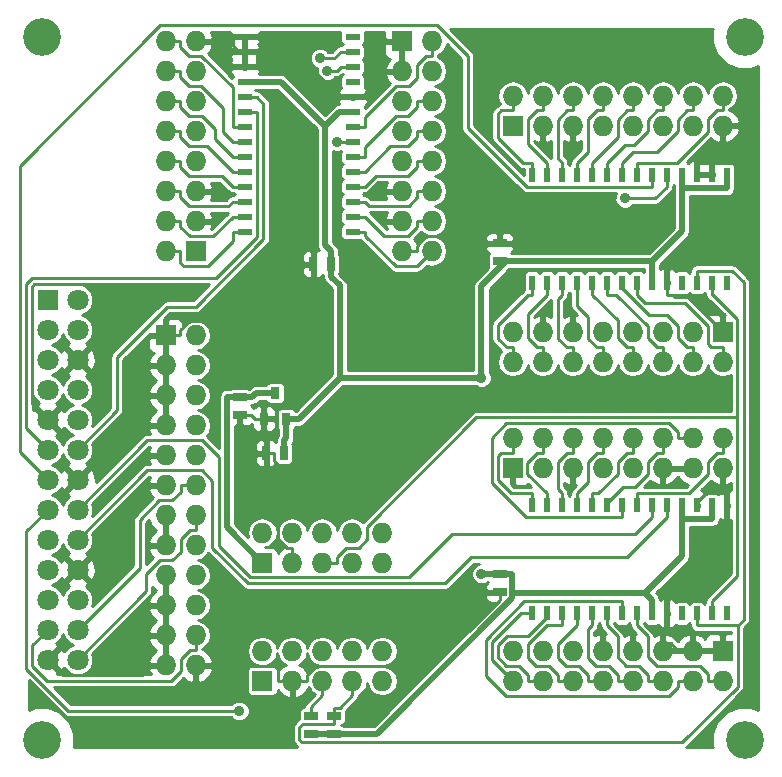
<source format=gtl>
%FSLAX34Y34*%
G04 Gerber Fmt 3.4, Leading zero omitted, Abs format*
G04 (created by PCBNEW (2014-04-07 BZR 4791)-product) date Tue 13 May 2014 05:09:50 PM CEST*
%MOIN*%
G01*
G70*
G90*
G04 APERTURE LIST*
%ADD10C,0.003937*%
%ADD11R,0.068000X0.068000*%
%ADD12O,0.068000X0.068000*%
%ADD13C,0.126000*%
%ADD14R,0.045000X0.025000*%
%ADD15R,0.070866X0.070866*%
%ADD16C,0.070866*%
%ADD17R,0.025000X0.045000*%
%ADD18R,0.031500X0.039400*%
%ADD19R,0.020000X0.050000*%
%ADD20R,0.050000X0.020000*%
%ADD21C,0.035000*%
%ADD22C,0.010000*%
%ADD23C,0.020000*%
G04 APERTURE END LIST*
G54D10*
G54D11*
X36720Y-37751D03*
G54D12*
X35720Y-37751D03*
X36720Y-36751D03*
X35720Y-36751D03*
X36720Y-35751D03*
X35720Y-35751D03*
X36720Y-34751D03*
X35720Y-34751D03*
X36720Y-33751D03*
X35720Y-33751D03*
X36720Y-32751D03*
X35720Y-32751D03*
X36720Y-31751D03*
X35720Y-31751D03*
X36720Y-30751D03*
X35720Y-30751D03*
G54D11*
X43594Y-30751D03*
G54D12*
X44594Y-30751D03*
X43594Y-31751D03*
X44594Y-31751D03*
X43594Y-32751D03*
X44594Y-32751D03*
X43594Y-33751D03*
X44594Y-33751D03*
X43594Y-34751D03*
X44594Y-34751D03*
X43594Y-35751D03*
X44594Y-35751D03*
X43594Y-36751D03*
X44594Y-36751D03*
X43594Y-37751D03*
X44594Y-37751D03*
G54D11*
X47287Y-33570D03*
G54D12*
X47287Y-32570D03*
X48287Y-33570D03*
X48287Y-32570D03*
X49287Y-33570D03*
X49287Y-32570D03*
X50287Y-33570D03*
X50287Y-32570D03*
X51287Y-33570D03*
X51287Y-32570D03*
X52287Y-33570D03*
X52287Y-32570D03*
X53287Y-33570D03*
X53287Y-32570D03*
X54287Y-33570D03*
X54287Y-32570D03*
G54D11*
X54287Y-40444D03*
G54D12*
X54287Y-41444D03*
X53287Y-40444D03*
X53287Y-41444D03*
X52287Y-40444D03*
X52287Y-41444D03*
X51287Y-40444D03*
X51287Y-41444D03*
X50287Y-40444D03*
X50287Y-41444D03*
X49287Y-40444D03*
X49287Y-41444D03*
X48287Y-40444D03*
X48287Y-41444D03*
X47287Y-40444D03*
X47287Y-41444D03*
G54D11*
X35720Y-40562D03*
G54D12*
X36720Y-40562D03*
X35720Y-41562D03*
X36720Y-41562D03*
X35720Y-42562D03*
X36720Y-42562D03*
X35720Y-43562D03*
X36720Y-43562D03*
X35720Y-44562D03*
X36720Y-44562D03*
X35720Y-45562D03*
X36720Y-45562D03*
X35720Y-46562D03*
X36720Y-46562D03*
X35720Y-47562D03*
X36720Y-47562D03*
X35720Y-48562D03*
X36720Y-48562D03*
X35720Y-49562D03*
X36720Y-49562D03*
X35720Y-50562D03*
X36720Y-50562D03*
X35720Y-51562D03*
X36720Y-51562D03*
G54D13*
X31594Y-54035D03*
X55019Y-54035D03*
G54D11*
X38944Y-52074D03*
G54D12*
X38944Y-51074D03*
X39944Y-52074D03*
X39944Y-51074D03*
X40944Y-52074D03*
X40944Y-51074D03*
X41944Y-52074D03*
X41944Y-51074D03*
X42944Y-52074D03*
X42944Y-51074D03*
G54D13*
X31594Y-30610D03*
X55019Y-30610D03*
G54D14*
X40551Y-53843D03*
X40551Y-53243D03*
X41338Y-53843D03*
X41338Y-53243D03*
G54D15*
X31783Y-39370D03*
G54D16*
X32783Y-39370D03*
X31783Y-40370D03*
X32783Y-40370D03*
X31783Y-41370D03*
X32783Y-41370D03*
X31783Y-42370D03*
X32783Y-42370D03*
X31783Y-43370D03*
X32783Y-43370D03*
X31783Y-44370D03*
X32783Y-44370D03*
X31783Y-45370D03*
X32783Y-45370D03*
X31783Y-46370D03*
X32783Y-46370D03*
X31783Y-47370D03*
X32783Y-47370D03*
X31783Y-48370D03*
X32783Y-48370D03*
X31783Y-49370D03*
X32783Y-49370D03*
X31783Y-50370D03*
X32783Y-50370D03*
X31783Y-51370D03*
X32783Y-51370D03*
G54D14*
X38188Y-42613D03*
X38188Y-43213D03*
G54D17*
X41244Y-38188D03*
X40644Y-38188D03*
G54D14*
X46850Y-38095D03*
X46850Y-37495D03*
G54D17*
X39670Y-44488D03*
X39070Y-44488D03*
G54D18*
X39370Y-42480D03*
X39745Y-43346D03*
X38995Y-43346D03*
G54D11*
X38944Y-48137D03*
G54D12*
X38944Y-47137D03*
X39944Y-48137D03*
X39944Y-47137D03*
X40944Y-48137D03*
X40944Y-47137D03*
X41944Y-48137D03*
X41944Y-47137D03*
X42944Y-48137D03*
X42944Y-47137D03*
G54D11*
X47287Y-44988D03*
G54D12*
X47287Y-43988D03*
X48287Y-44988D03*
X48287Y-43988D03*
X49287Y-44988D03*
X49287Y-43988D03*
X50287Y-44988D03*
X50287Y-43988D03*
X51287Y-44988D03*
X51287Y-43988D03*
X52287Y-44988D03*
X52287Y-43988D03*
X53287Y-44988D03*
X53287Y-43988D03*
X54287Y-44988D03*
X54287Y-43988D03*
G54D11*
X54287Y-51074D03*
G54D12*
X54287Y-52074D03*
X53287Y-51074D03*
X53287Y-52074D03*
X52287Y-51074D03*
X52287Y-52074D03*
X51287Y-51074D03*
X51287Y-52074D03*
X50287Y-51074D03*
X50287Y-52074D03*
X49287Y-51074D03*
X49287Y-52074D03*
X48287Y-51074D03*
X48287Y-52074D03*
X47287Y-51074D03*
X47287Y-52074D03*
G54D19*
X47931Y-49831D03*
X48431Y-49831D03*
X48931Y-49831D03*
X49431Y-49831D03*
X49931Y-49831D03*
X50431Y-49831D03*
X50931Y-49831D03*
X51431Y-49831D03*
X51931Y-49831D03*
X52431Y-49831D03*
X52931Y-49831D03*
X53431Y-49831D03*
X53931Y-49831D03*
X54431Y-49831D03*
X54431Y-46231D03*
X53931Y-46231D03*
X53431Y-46231D03*
X52931Y-46231D03*
X52431Y-46231D03*
X51931Y-46231D03*
X51431Y-46231D03*
X50931Y-46231D03*
X50431Y-46231D03*
X49931Y-46231D03*
X49431Y-46231D03*
X48931Y-46231D03*
X48431Y-46231D03*
X47931Y-46231D03*
G54D20*
X41957Y-37108D03*
X41957Y-36608D03*
X41957Y-36108D03*
X41957Y-35608D03*
X41957Y-35108D03*
X41957Y-34608D03*
X41957Y-34108D03*
X41957Y-33608D03*
X41957Y-33108D03*
X41957Y-32608D03*
X41957Y-32108D03*
X41957Y-31608D03*
X41957Y-31108D03*
X41957Y-30608D03*
X38357Y-30608D03*
X38357Y-31108D03*
X38357Y-31608D03*
X38357Y-32108D03*
X38357Y-32608D03*
X38357Y-33108D03*
X38357Y-33608D03*
X38357Y-34108D03*
X38357Y-34608D03*
X38357Y-35108D03*
X38357Y-35608D03*
X38357Y-36108D03*
X38357Y-36608D03*
X38357Y-37108D03*
G54D19*
X47931Y-38807D03*
X48431Y-38807D03*
X48931Y-38807D03*
X49431Y-38807D03*
X49931Y-38807D03*
X50431Y-38807D03*
X50931Y-38807D03*
X51431Y-38807D03*
X51931Y-38807D03*
X52431Y-38807D03*
X52931Y-38807D03*
X53431Y-38807D03*
X53931Y-38807D03*
X54431Y-38807D03*
X54431Y-35207D03*
X53931Y-35207D03*
X53431Y-35207D03*
X52931Y-35207D03*
X52431Y-35207D03*
X51931Y-35207D03*
X51431Y-35207D03*
X50931Y-35207D03*
X50431Y-35207D03*
X49931Y-35207D03*
X49431Y-35207D03*
X48931Y-35207D03*
X48431Y-35207D03*
X47931Y-35207D03*
G54D14*
X46850Y-48518D03*
X46850Y-49118D03*
G54D21*
X45617Y-50421D03*
X41425Y-34108D03*
X40864Y-31322D03*
X41114Y-31745D03*
X46249Y-48518D03*
X46249Y-41971D03*
X38173Y-53076D03*
X51026Y-35995D03*
G54D22*
X38757Y-31608D02*
X38914Y-31765D01*
X38914Y-31765D02*
X40674Y-31765D01*
X40674Y-31765D02*
X41517Y-32608D01*
X41517Y-32608D02*
X41557Y-32608D01*
X53287Y-51074D02*
X52797Y-51074D01*
X52287Y-50829D02*
X52552Y-50829D01*
X52552Y-50829D02*
X52797Y-51074D01*
X52287Y-50829D02*
X52287Y-50584D01*
X52287Y-51074D02*
X52287Y-50829D01*
X52431Y-49831D02*
X52431Y-50440D01*
X52431Y-50440D02*
X52287Y-50584D01*
X54431Y-46231D02*
X54431Y-47159D01*
X54431Y-47159D02*
X52431Y-49159D01*
X52431Y-49159D02*
X52431Y-49831D01*
X32783Y-41370D02*
X33308Y-40844D01*
X33308Y-40844D02*
X33308Y-39177D01*
X33308Y-39177D02*
X32996Y-38865D01*
X32996Y-38865D02*
X31344Y-38865D01*
X31344Y-38865D02*
X31276Y-38933D01*
X31276Y-38933D02*
X31276Y-42863D01*
X31276Y-42863D02*
X31783Y-43370D01*
X39944Y-52074D02*
X39454Y-52074D01*
X39944Y-52074D02*
X40435Y-52074D01*
X40435Y-52074D02*
X40435Y-51890D01*
X40435Y-51890D02*
X40741Y-51584D01*
X40741Y-51584D02*
X44454Y-51584D01*
X44454Y-51584D02*
X45617Y-50421D01*
X39454Y-52074D02*
X39454Y-51676D01*
X39454Y-51676D02*
X39362Y-51584D01*
X39362Y-51584D02*
X37232Y-51584D01*
X37232Y-51584D02*
X37210Y-51562D01*
X41957Y-32608D02*
X42357Y-32608D01*
X43594Y-31751D02*
X43104Y-31751D01*
X43104Y-31751D02*
X42357Y-32498D01*
X42357Y-32498D02*
X42357Y-32608D01*
X36720Y-51562D02*
X37210Y-51562D01*
X54431Y-46231D02*
X54431Y-45831D01*
X54093Y-45753D02*
X54171Y-45831D01*
X54171Y-45831D02*
X54431Y-45831D01*
X53431Y-46231D02*
X53431Y-46131D01*
X53431Y-46131D02*
X53809Y-45753D01*
X53809Y-45753D02*
X54093Y-45753D01*
X54287Y-45478D02*
X54093Y-45672D01*
X54093Y-45672D02*
X54093Y-45753D01*
X52431Y-38807D02*
X52431Y-39207D01*
X52431Y-39207D02*
X53050Y-39207D01*
X53050Y-39207D02*
X54287Y-40444D01*
X53931Y-34807D02*
X54612Y-34807D01*
X54612Y-34807D02*
X54695Y-34890D01*
X54695Y-34890D02*
X54695Y-35777D01*
X54695Y-35777D02*
X52431Y-38041D01*
X52431Y-38041D02*
X52431Y-38807D01*
X45617Y-50421D02*
X45823Y-50421D01*
X45823Y-50421D02*
X46850Y-49394D01*
X46850Y-49118D02*
X46850Y-49394D01*
X46850Y-37495D02*
X46475Y-37495D01*
X43594Y-37751D02*
X44084Y-37751D01*
X44084Y-37751D02*
X44084Y-37568D01*
X44084Y-37568D02*
X44400Y-37251D01*
X44400Y-37251D02*
X46231Y-37251D01*
X46231Y-37251D02*
X46475Y-37495D01*
X38757Y-31608D02*
X38357Y-31608D01*
X38757Y-31608D02*
X38757Y-31108D01*
X38357Y-31108D02*
X38757Y-31108D01*
X41957Y-32608D02*
X41557Y-32608D01*
X53931Y-34807D02*
X53931Y-34417D01*
X53931Y-34417D02*
X54287Y-34060D01*
X35720Y-40562D02*
X36210Y-40562D01*
X36210Y-40562D02*
X36210Y-40379D01*
X36210Y-40379D02*
X36516Y-40072D01*
X36516Y-40072D02*
X38485Y-40072D01*
X38485Y-40072D02*
X40369Y-38188D01*
X35720Y-41562D02*
X35720Y-40562D01*
X40644Y-38188D02*
X40369Y-38188D01*
X37957Y-30751D02*
X37957Y-30608D01*
X38157Y-31108D02*
X37957Y-30908D01*
X37957Y-30908D02*
X37957Y-30751D01*
X37957Y-30751D02*
X37210Y-30751D01*
X36720Y-30751D02*
X37210Y-30751D01*
X38357Y-30608D02*
X37957Y-30608D01*
X38357Y-31108D02*
X38157Y-31108D01*
X35720Y-51562D02*
X35230Y-51562D01*
X35230Y-51562D02*
X34917Y-51876D01*
X34917Y-51876D02*
X32289Y-51876D01*
X32289Y-51876D02*
X31783Y-51370D01*
X53287Y-44988D02*
X52287Y-44988D01*
X39070Y-44488D02*
X39345Y-44488D01*
X39944Y-48137D02*
X39944Y-47647D01*
X39944Y-47647D02*
X39761Y-47647D01*
X39761Y-47647D02*
X39454Y-47341D01*
X39454Y-47341D02*
X39454Y-44872D01*
X39454Y-44872D02*
X39345Y-44763D01*
X39345Y-44763D02*
X39345Y-44488D01*
X35720Y-42562D02*
X35720Y-41562D01*
X35720Y-49562D02*
X35720Y-48562D01*
X38188Y-43213D02*
X38564Y-43213D01*
X38995Y-43346D02*
X38995Y-43693D01*
X39070Y-44488D02*
X39070Y-43768D01*
X39070Y-43768D02*
X38995Y-43693D01*
X38995Y-43346D02*
X38687Y-43346D01*
X38687Y-43346D02*
X38687Y-43336D01*
X38687Y-43336D02*
X38564Y-43213D01*
X54287Y-44988D02*
X54287Y-45478D01*
X53931Y-35207D02*
X53931Y-34807D01*
X54287Y-33570D02*
X54287Y-34060D01*
X53431Y-35207D02*
X53431Y-34807D01*
X53431Y-34807D02*
X53931Y-34807D01*
X35720Y-37751D02*
X36210Y-37751D01*
X38357Y-37108D02*
X37957Y-37108D01*
X37957Y-37108D02*
X37957Y-37408D01*
X37957Y-37408D02*
X37123Y-38242D01*
X37123Y-38242D02*
X36318Y-38242D01*
X36318Y-38242D02*
X36210Y-38134D01*
X36210Y-38134D02*
X36210Y-37751D01*
X35720Y-36751D02*
X36210Y-36751D01*
X38357Y-36608D02*
X37957Y-36608D01*
X37957Y-36608D02*
X37303Y-37261D01*
X37303Y-37261D02*
X36517Y-37261D01*
X36517Y-37261D02*
X36210Y-36955D01*
X36210Y-36955D02*
X36210Y-36751D01*
X35720Y-35751D02*
X36210Y-35751D01*
X38357Y-36108D02*
X37957Y-36108D01*
X37957Y-36108D02*
X37813Y-36251D01*
X37813Y-36251D02*
X36507Y-36251D01*
X36507Y-36251D02*
X36210Y-35955D01*
X36210Y-35955D02*
X36210Y-35751D01*
X35720Y-34751D02*
X36210Y-34751D01*
X38357Y-35608D02*
X37957Y-35608D01*
X37957Y-35608D02*
X37601Y-35251D01*
X37601Y-35251D02*
X36507Y-35251D01*
X36507Y-35251D02*
X36210Y-34955D01*
X36210Y-34955D02*
X36210Y-34751D01*
X35720Y-33751D02*
X36210Y-33751D01*
X38357Y-35108D02*
X37957Y-35108D01*
X37957Y-35108D02*
X37101Y-34251D01*
X37101Y-34251D02*
X36507Y-34251D01*
X36507Y-34251D02*
X36210Y-33955D01*
X36210Y-33955D02*
X36210Y-33751D01*
X35720Y-32751D02*
X36210Y-32751D01*
X38357Y-34608D02*
X37957Y-34608D01*
X37957Y-34608D02*
X37356Y-34007D01*
X37356Y-34007D02*
X37356Y-33690D01*
X37356Y-33690D02*
X36920Y-33253D01*
X36920Y-33253D02*
X36509Y-33253D01*
X36509Y-33253D02*
X36210Y-32955D01*
X36210Y-32955D02*
X36210Y-32751D01*
X35720Y-31751D02*
X36210Y-31751D01*
X38357Y-34108D02*
X37957Y-34108D01*
X37957Y-34108D02*
X37635Y-33786D01*
X37635Y-33786D02*
X37635Y-32973D01*
X37635Y-32973D02*
X36914Y-32251D01*
X36914Y-32251D02*
X36507Y-32251D01*
X36507Y-32251D02*
X36210Y-31955D01*
X36210Y-31955D02*
X36210Y-31751D01*
X35720Y-30751D02*
X36210Y-30751D01*
X38357Y-33608D02*
X37957Y-33608D01*
X37957Y-33608D02*
X37957Y-32295D01*
X37957Y-32295D02*
X36913Y-31251D01*
X36913Y-31251D02*
X36507Y-31251D01*
X36507Y-31251D02*
X36210Y-30955D01*
X36210Y-30955D02*
X36210Y-30751D01*
X44594Y-30751D02*
X44594Y-31242D01*
X41957Y-33608D02*
X42357Y-33608D01*
X42357Y-33608D02*
X42357Y-33295D01*
X42357Y-33295D02*
X43411Y-32242D01*
X43411Y-32242D02*
X43821Y-32242D01*
X43821Y-32242D02*
X44094Y-31969D01*
X44094Y-31969D02*
X44094Y-31539D01*
X44094Y-31539D02*
X44391Y-31242D01*
X44391Y-31242D02*
X44594Y-31242D01*
X41957Y-34108D02*
X41425Y-34108D01*
X44594Y-32751D02*
X44104Y-32751D01*
X41957Y-34608D02*
X42357Y-34608D01*
X42357Y-34608D02*
X42357Y-34295D01*
X42357Y-34295D02*
X43401Y-33251D01*
X43401Y-33251D02*
X43807Y-33251D01*
X43807Y-33251D02*
X44104Y-32955D01*
X44104Y-32955D02*
X44104Y-32751D01*
X44594Y-33751D02*
X44104Y-33751D01*
X41957Y-35108D02*
X42357Y-35108D01*
X42357Y-35108D02*
X43213Y-34251D01*
X43213Y-34251D02*
X43807Y-34251D01*
X43807Y-34251D02*
X44104Y-33955D01*
X44104Y-33955D02*
X44104Y-33751D01*
X41957Y-35608D02*
X42357Y-35608D01*
X44594Y-34751D02*
X44104Y-34751D01*
X44104Y-34751D02*
X44104Y-34935D01*
X44104Y-34935D02*
X43798Y-35242D01*
X43798Y-35242D02*
X42723Y-35242D01*
X42723Y-35242D02*
X42357Y-35608D01*
X44594Y-35751D02*
X44104Y-35751D01*
X41957Y-36108D02*
X42357Y-36108D01*
X42357Y-36108D02*
X42491Y-36242D01*
X42491Y-36242D02*
X43817Y-36242D01*
X43817Y-36242D02*
X44104Y-35955D01*
X44104Y-35955D02*
X44104Y-35751D01*
X44594Y-36751D02*
X44104Y-36751D01*
X41957Y-36608D02*
X42357Y-36608D01*
X42357Y-36608D02*
X43001Y-37251D01*
X43001Y-37251D02*
X43807Y-37251D01*
X43807Y-37251D02*
X44104Y-36955D01*
X44104Y-36955D02*
X44104Y-36751D01*
X41957Y-37108D02*
X42357Y-37108D01*
X42357Y-37108D02*
X42357Y-37233D01*
X42357Y-37233D02*
X43385Y-38260D01*
X43385Y-38260D02*
X44085Y-38260D01*
X44085Y-38260D02*
X44594Y-37751D01*
X47287Y-32570D02*
X47287Y-33060D01*
X47931Y-35207D02*
X47931Y-34807D01*
X47931Y-34807D02*
X47631Y-34807D01*
X47631Y-34807D02*
X46797Y-33973D01*
X46797Y-33973D02*
X46797Y-33168D01*
X46797Y-33168D02*
X46904Y-33060D01*
X46904Y-33060D02*
X47287Y-33060D01*
X48287Y-32570D02*
X48287Y-33060D01*
X48431Y-35207D02*
X48431Y-34807D01*
X48431Y-34807D02*
X47789Y-34166D01*
X47789Y-34166D02*
X47789Y-33355D01*
X47789Y-33355D02*
X48084Y-33060D01*
X48084Y-33060D02*
X48287Y-33060D01*
X48931Y-35207D02*
X48931Y-34807D01*
X49287Y-32570D02*
X49287Y-33060D01*
X49287Y-33060D02*
X49103Y-33060D01*
X49103Y-33060D02*
X48787Y-33377D01*
X48787Y-33377D02*
X48787Y-34664D01*
X48787Y-34664D02*
X48931Y-34807D01*
X50287Y-32570D02*
X50287Y-33060D01*
X49431Y-35207D02*
X49431Y-34807D01*
X49431Y-34807D02*
X49787Y-34451D01*
X49787Y-34451D02*
X49787Y-33357D01*
X49787Y-33357D02*
X50084Y-33060D01*
X50084Y-33060D02*
X50287Y-33060D01*
X49931Y-35207D02*
X49931Y-34807D01*
X51287Y-32570D02*
X51287Y-33060D01*
X51287Y-33060D02*
X51103Y-33060D01*
X51103Y-33060D02*
X50797Y-33367D01*
X50797Y-33367D02*
X50797Y-33941D01*
X50797Y-33941D02*
X49931Y-34807D01*
X52287Y-33060D02*
X52103Y-33060D01*
X52103Y-33060D02*
X51797Y-33367D01*
X51797Y-33367D02*
X51797Y-33759D01*
X51797Y-33759D02*
X51349Y-34207D01*
X51349Y-34207D02*
X51031Y-34207D01*
X51031Y-34207D02*
X50431Y-34807D01*
X50431Y-35207D02*
X50431Y-34807D01*
X52287Y-32570D02*
X52287Y-33060D01*
X53287Y-33060D02*
X53103Y-33060D01*
X53103Y-33060D02*
X52797Y-33367D01*
X52797Y-33367D02*
X52797Y-33759D01*
X52797Y-33759D02*
X52114Y-34441D01*
X52114Y-34441D02*
X51296Y-34441D01*
X51296Y-34441D02*
X50931Y-34807D01*
X50931Y-35207D02*
X50931Y-34807D01*
X53287Y-32570D02*
X53287Y-33060D01*
X54287Y-32570D02*
X54287Y-33060D01*
X51431Y-35207D02*
X51431Y-34807D01*
X51431Y-34807D02*
X52768Y-34807D01*
X52768Y-34807D02*
X53787Y-33788D01*
X53787Y-33788D02*
X53787Y-33357D01*
X53787Y-33357D02*
X54084Y-33060D01*
X54084Y-33060D02*
X54287Y-33060D01*
X54287Y-40954D02*
X53904Y-40954D01*
X53904Y-40954D02*
X53797Y-40847D01*
X53797Y-40847D02*
X53797Y-40242D01*
X53797Y-40242D02*
X53038Y-39484D01*
X53038Y-39484D02*
X51707Y-39484D01*
X51707Y-39484D02*
X51431Y-39207D01*
X54287Y-41444D02*
X54287Y-40954D01*
X51431Y-38807D02*
X51431Y-39207D01*
X53287Y-41444D02*
X53287Y-40954D01*
X50931Y-38807D02*
X50931Y-38991D01*
X50931Y-38991D02*
X51834Y-39894D01*
X51834Y-39894D02*
X52445Y-39894D01*
X52445Y-39894D02*
X52787Y-40236D01*
X52787Y-40236D02*
X52787Y-40657D01*
X52787Y-40657D02*
X53084Y-40954D01*
X53084Y-40954D02*
X53287Y-40954D01*
X52287Y-41444D02*
X52287Y-40954D01*
X50431Y-38807D02*
X50431Y-39207D01*
X50431Y-39207D02*
X50743Y-39207D01*
X50743Y-39207D02*
X51787Y-40251D01*
X51787Y-40251D02*
X51787Y-40657D01*
X51787Y-40657D02*
X52084Y-40954D01*
X52084Y-40954D02*
X52287Y-40954D01*
X51287Y-41444D02*
X51287Y-40954D01*
X49931Y-38807D02*
X49931Y-39207D01*
X49931Y-39207D02*
X50787Y-40064D01*
X50787Y-40064D02*
X50787Y-40657D01*
X50787Y-40657D02*
X51084Y-40954D01*
X51084Y-40954D02*
X51287Y-40954D01*
X50287Y-41444D02*
X50287Y-40954D01*
X49431Y-38807D02*
X49431Y-39577D01*
X49431Y-39577D02*
X49797Y-39943D01*
X49797Y-39943D02*
X49797Y-40667D01*
X49797Y-40667D02*
X50084Y-40954D01*
X50084Y-40954D02*
X50287Y-40954D01*
X49287Y-41444D02*
X49287Y-40954D01*
X48931Y-38807D02*
X48931Y-39207D01*
X48931Y-39207D02*
X48797Y-39341D01*
X48797Y-39341D02*
X48797Y-40667D01*
X48797Y-40667D02*
X49084Y-40954D01*
X49084Y-40954D02*
X49287Y-40954D01*
X48287Y-41444D02*
X48287Y-40954D01*
X48431Y-38807D02*
X48431Y-39207D01*
X48431Y-39207D02*
X47787Y-39851D01*
X47787Y-39851D02*
X47787Y-40657D01*
X47787Y-40657D02*
X48084Y-40954D01*
X48084Y-40954D02*
X48287Y-40954D01*
X47287Y-41444D02*
X47287Y-40954D01*
X47931Y-38807D02*
X47931Y-39207D01*
X47931Y-39207D02*
X47806Y-39207D01*
X47806Y-39207D02*
X46796Y-40217D01*
X46796Y-40217D02*
X46796Y-40666D01*
X46796Y-40666D02*
X47084Y-40954D01*
X47084Y-40954D02*
X47287Y-40954D01*
X36720Y-45562D02*
X36230Y-45562D01*
X32783Y-50370D02*
X34850Y-48303D01*
X34850Y-48303D02*
X34850Y-46721D01*
X34850Y-46721D02*
X35509Y-46062D01*
X35509Y-46062D02*
X35933Y-46062D01*
X35933Y-46062D02*
X36230Y-45766D01*
X36230Y-45766D02*
X36230Y-45562D01*
X36720Y-46562D02*
X36720Y-47053D01*
X32783Y-51370D02*
X35060Y-49093D01*
X35060Y-49093D02*
X35060Y-48509D01*
X35060Y-48509D02*
X35516Y-48053D01*
X35516Y-48053D02*
X35947Y-48053D01*
X35947Y-48053D02*
X36220Y-47780D01*
X36220Y-47780D02*
X36220Y-47350D01*
X36220Y-47350D02*
X36517Y-47053D01*
X36517Y-47053D02*
X36720Y-47053D01*
X36720Y-50562D02*
X36720Y-51053D01*
X31783Y-50370D02*
X31267Y-50886D01*
X31267Y-50886D02*
X31267Y-51583D01*
X31267Y-51583D02*
X31764Y-52080D01*
X31764Y-52080D02*
X35897Y-52080D01*
X35897Y-52080D02*
X36220Y-51757D01*
X36220Y-51757D02*
X36220Y-51350D01*
X36220Y-51350D02*
X36517Y-51053D01*
X36517Y-51053D02*
X36720Y-51053D01*
G54D23*
X39370Y-42480D02*
X38747Y-42480D01*
X38747Y-42480D02*
X38614Y-42613D01*
X38188Y-42613D02*
X38614Y-42613D01*
X38188Y-42613D02*
X37763Y-42613D01*
X37763Y-42613D02*
X37763Y-46956D01*
X37763Y-46956D02*
X38944Y-48137D01*
G54D22*
X41957Y-31108D02*
X41557Y-31108D01*
X40864Y-31322D02*
X41343Y-31322D01*
X41343Y-31322D02*
X41557Y-31108D01*
X54780Y-43292D02*
X54780Y-40012D01*
X54780Y-40012D02*
X53975Y-39207D01*
X53975Y-39207D02*
X53931Y-39207D01*
X53931Y-49431D02*
X54780Y-48581D01*
X54780Y-48581D02*
X54780Y-43292D01*
X54780Y-43292D02*
X46080Y-43292D01*
X46080Y-43292D02*
X42435Y-46938D01*
X42435Y-46938D02*
X42435Y-47364D01*
X42435Y-47364D02*
X42161Y-47637D01*
X42161Y-47637D02*
X41731Y-47637D01*
X41731Y-47637D02*
X41435Y-47934D01*
X41435Y-47934D02*
X41435Y-48137D01*
X40944Y-48137D02*
X41435Y-48137D01*
X40944Y-52074D02*
X40944Y-52564D01*
X40551Y-53243D02*
X40551Y-52958D01*
X40551Y-52958D02*
X40944Y-52564D01*
X53931Y-49831D02*
X53931Y-49431D01*
X53931Y-38807D02*
X53931Y-39207D01*
X41957Y-31608D02*
X41557Y-31608D01*
X41114Y-31745D02*
X41420Y-31745D01*
X41420Y-31745D02*
X41557Y-31608D01*
X54786Y-50231D02*
X54983Y-50034D01*
X54983Y-50034D02*
X54983Y-38793D01*
X54983Y-38793D02*
X54597Y-38407D01*
X54597Y-38407D02*
X53431Y-38407D01*
X54786Y-50231D02*
X53431Y-50231D01*
X54786Y-50231D02*
X54786Y-52271D01*
X54786Y-52271D02*
X52938Y-54119D01*
X52938Y-54119D02*
X40257Y-54119D01*
X40257Y-54119D02*
X40176Y-54038D01*
X40176Y-54038D02*
X40176Y-53626D01*
X40176Y-53626D02*
X40284Y-53518D01*
X40284Y-53518D02*
X41338Y-53518D01*
X41338Y-53243D02*
X41338Y-53518D01*
X53431Y-49831D02*
X53431Y-50231D01*
X53431Y-38807D02*
X53431Y-38407D01*
X41338Y-53243D02*
X41338Y-52968D01*
X41944Y-52074D02*
X41944Y-52564D01*
X41944Y-52564D02*
X41541Y-52968D01*
X41541Y-52968D02*
X41338Y-52968D01*
G54D23*
X41244Y-38188D02*
X41244Y-38614D01*
X41525Y-41971D02*
X40151Y-43346D01*
X40151Y-43346D02*
X40102Y-43346D01*
X46249Y-41971D02*
X41525Y-41971D01*
X41525Y-41971D02*
X41525Y-38895D01*
X41525Y-38895D02*
X41244Y-38614D01*
X41029Y-33586D02*
X41507Y-33108D01*
X41244Y-37763D02*
X41029Y-37548D01*
X41029Y-37548D02*
X41029Y-33586D01*
X38357Y-32108D02*
X39551Y-32108D01*
X39551Y-32108D02*
X41029Y-33586D01*
X41957Y-33108D02*
X41507Y-33108D01*
X41244Y-38188D02*
X41244Y-37763D01*
X47062Y-38095D02*
X46249Y-38908D01*
X46249Y-38908D02*
X46249Y-41971D01*
X47062Y-38095D02*
X47275Y-38095D01*
X46850Y-38095D02*
X47062Y-38095D01*
X46425Y-48518D02*
X46249Y-48518D01*
X46850Y-48518D02*
X46425Y-48518D01*
X51931Y-38095D02*
X51931Y-38807D01*
X52931Y-35657D02*
X52931Y-37095D01*
X52931Y-37095D02*
X51931Y-38095D01*
X51931Y-38095D02*
X47275Y-38095D01*
X52931Y-35657D02*
X54431Y-35657D01*
X51702Y-49153D02*
X51931Y-49381D01*
X47275Y-49153D02*
X51702Y-49153D01*
X52931Y-46681D02*
X52931Y-47925D01*
X52931Y-47925D02*
X51702Y-49153D01*
X52931Y-46606D02*
X52931Y-46681D01*
X52931Y-46231D02*
X52931Y-46606D01*
X53931Y-46231D02*
X53931Y-46681D01*
X52931Y-46681D02*
X53931Y-46681D01*
X47275Y-49153D02*
X47275Y-48518D01*
X41338Y-53843D02*
X42761Y-53843D01*
X42761Y-53843D02*
X47275Y-49328D01*
X47275Y-49328D02*
X47275Y-49153D01*
X51931Y-49831D02*
X51931Y-49381D01*
X39745Y-43346D02*
X40102Y-43346D01*
X39670Y-44488D02*
X39670Y-44063D01*
X39745Y-43346D02*
X39745Y-43988D01*
X39745Y-43988D02*
X39670Y-44063D01*
X41338Y-53843D02*
X40551Y-53843D01*
X46850Y-48518D02*
X47275Y-48518D01*
X54431Y-35207D02*
X54431Y-35657D01*
X52931Y-35207D02*
X52931Y-35657D01*
G54D22*
X38757Y-33108D02*
X38757Y-37297D01*
X38757Y-37297D02*
X37408Y-38646D01*
X37408Y-38646D02*
X31280Y-38646D01*
X31280Y-38646D02*
X31076Y-38850D01*
X31076Y-38850D02*
X31076Y-43663D01*
X31076Y-43663D02*
X31783Y-44370D01*
X38357Y-33108D02*
X38757Y-33108D01*
X32783Y-44370D02*
X34094Y-43059D01*
X34094Y-43059D02*
X34094Y-41287D01*
X34094Y-41287D02*
X35779Y-39602D01*
X35779Y-39602D02*
X36736Y-39602D01*
X36736Y-39602D02*
X38982Y-37355D01*
X38982Y-37355D02*
X38982Y-32833D01*
X38982Y-32833D02*
X38757Y-32608D01*
X38357Y-32608D02*
X38757Y-32608D01*
X51931Y-35207D02*
X51931Y-35607D01*
X51931Y-35607D02*
X47751Y-35607D01*
X47751Y-35607D02*
X45794Y-33651D01*
X45794Y-33651D02*
X45794Y-31253D01*
X45794Y-31253D02*
X44773Y-30231D01*
X44773Y-30231D02*
X35541Y-30231D01*
X35541Y-30231D02*
X30870Y-34903D01*
X30870Y-34903D02*
X30870Y-44457D01*
X30870Y-44457D02*
X31783Y-45370D01*
X52431Y-35607D02*
X52043Y-35995D01*
X52043Y-35995D02*
X51026Y-35995D01*
X52431Y-35207D02*
X52431Y-35607D01*
X38173Y-53076D02*
X32477Y-53076D01*
X32477Y-53076D02*
X31067Y-51666D01*
X31067Y-51666D02*
X31067Y-47086D01*
X31067Y-47086D02*
X31783Y-46370D01*
X47287Y-43988D02*
X47287Y-44478D01*
X47931Y-46231D02*
X47931Y-45831D01*
X47931Y-45831D02*
X47230Y-45831D01*
X47230Y-45831D02*
X46797Y-45397D01*
X46797Y-45397D02*
X46797Y-44585D01*
X46797Y-44585D02*
X46904Y-44478D01*
X46904Y-44478D02*
X47287Y-44478D01*
X48431Y-46231D02*
X48431Y-45831D01*
X48287Y-43988D02*
X48287Y-44478D01*
X48287Y-44478D02*
X48103Y-44478D01*
X48103Y-44478D02*
X47777Y-44804D01*
X47777Y-44804D02*
X47777Y-45177D01*
X47777Y-45177D02*
X48431Y-45831D01*
X48931Y-46231D02*
X48931Y-45831D01*
X49287Y-43988D02*
X49287Y-44478D01*
X49287Y-44478D02*
X49103Y-44478D01*
X49103Y-44478D02*
X48787Y-44794D01*
X48787Y-44794D02*
X48787Y-45687D01*
X48787Y-45687D02*
X48931Y-45831D01*
X49431Y-46231D02*
X49431Y-45831D01*
X50287Y-43988D02*
X50287Y-44478D01*
X50287Y-44478D02*
X50103Y-44478D01*
X50103Y-44478D02*
X49797Y-44784D01*
X49797Y-44784D02*
X49797Y-45465D01*
X49797Y-45465D02*
X49431Y-45831D01*
X51287Y-43988D02*
X51287Y-44478D01*
X49931Y-46231D02*
X49931Y-45831D01*
X49931Y-45831D02*
X50149Y-45831D01*
X50149Y-45831D02*
X50787Y-45193D01*
X50787Y-45193D02*
X50787Y-44775D01*
X50787Y-44775D02*
X51084Y-44478D01*
X51084Y-44478D02*
X51287Y-44478D01*
X52287Y-43988D02*
X52287Y-44478D01*
X50431Y-46231D02*
X50431Y-46145D01*
X50431Y-46145D02*
X50954Y-45621D01*
X50954Y-45621D02*
X51355Y-45621D01*
X51355Y-45621D02*
X51787Y-45189D01*
X51787Y-45189D02*
X51787Y-44775D01*
X51787Y-44775D02*
X52084Y-44478D01*
X52084Y-44478D02*
X52287Y-44478D01*
X53287Y-43988D02*
X52797Y-43988D01*
X50931Y-46231D02*
X50931Y-46631D01*
X50931Y-46631D02*
X47722Y-46631D01*
X47722Y-46631D02*
X46589Y-45498D01*
X46589Y-45498D02*
X46589Y-43973D01*
X46589Y-43973D02*
X47069Y-43493D01*
X47069Y-43493D02*
X52505Y-43493D01*
X52505Y-43493D02*
X52797Y-43785D01*
X52797Y-43785D02*
X52797Y-43988D01*
X54287Y-43988D02*
X54287Y-44478D01*
X51431Y-46231D02*
X51431Y-45831D01*
X51431Y-45831D02*
X53153Y-45831D01*
X53153Y-45831D02*
X53787Y-45197D01*
X53787Y-45197D02*
X53787Y-44775D01*
X53787Y-44775D02*
X54084Y-44478D01*
X54084Y-44478D02*
X54287Y-44478D01*
X51431Y-49831D02*
X51431Y-50231D01*
X54287Y-52074D02*
X53797Y-52074D01*
X53797Y-52074D02*
X53797Y-51860D01*
X53797Y-51860D02*
X53521Y-51584D01*
X53521Y-51584D02*
X52094Y-51584D01*
X52094Y-51584D02*
X51787Y-51277D01*
X51787Y-51277D02*
X51787Y-50587D01*
X51787Y-50587D02*
X51431Y-50231D01*
X53287Y-52074D02*
X52797Y-52074D01*
X50931Y-49831D02*
X50931Y-49431D01*
X50931Y-49431D02*
X47668Y-49431D01*
X47668Y-49431D02*
X46394Y-50705D01*
X46394Y-50705D02*
X46394Y-51908D01*
X46394Y-51908D02*
X47052Y-52567D01*
X47052Y-52567D02*
X52507Y-52567D01*
X52507Y-52567D02*
X52797Y-52277D01*
X52797Y-52277D02*
X52797Y-52074D01*
X52287Y-52074D02*
X51797Y-52074D01*
X50431Y-49831D02*
X50431Y-50231D01*
X50431Y-50231D02*
X50787Y-50587D01*
X50787Y-50587D02*
X50787Y-51289D01*
X50787Y-51289D02*
X51072Y-51574D01*
X51072Y-51574D02*
X51500Y-51574D01*
X51500Y-51574D02*
X51797Y-51871D01*
X51797Y-51871D02*
X51797Y-52074D01*
X51287Y-52074D02*
X50797Y-52074D01*
X49931Y-49831D02*
X49931Y-50231D01*
X49931Y-50231D02*
X49797Y-50365D01*
X49797Y-50365D02*
X49797Y-51301D01*
X49797Y-51301D02*
X50070Y-51574D01*
X50070Y-51574D02*
X50500Y-51574D01*
X50500Y-51574D02*
X50797Y-51871D01*
X50797Y-51871D02*
X50797Y-52074D01*
X50287Y-52074D02*
X49797Y-52074D01*
X49431Y-49831D02*
X49431Y-50231D01*
X49431Y-50231D02*
X48797Y-50865D01*
X48797Y-50865D02*
X48797Y-51301D01*
X48797Y-51301D02*
X49070Y-51574D01*
X49070Y-51574D02*
X49500Y-51574D01*
X49500Y-51574D02*
X49797Y-51871D01*
X49797Y-51871D02*
X49797Y-52074D01*
X49287Y-52074D02*
X48797Y-52074D01*
X48931Y-49831D02*
X48931Y-50231D01*
X48931Y-50231D02*
X48419Y-50231D01*
X48419Y-50231D02*
X47797Y-50854D01*
X47797Y-50854D02*
X47797Y-51301D01*
X47797Y-51301D02*
X48070Y-51574D01*
X48070Y-51574D02*
X48500Y-51574D01*
X48500Y-51574D02*
X48797Y-51871D01*
X48797Y-51871D02*
X48797Y-52074D01*
X47797Y-52074D02*
X47797Y-51871D01*
X47797Y-51871D02*
X47500Y-51574D01*
X47500Y-51574D02*
X47073Y-51574D01*
X47073Y-51574D02*
X46795Y-51296D01*
X46795Y-51296D02*
X46795Y-50872D01*
X46795Y-50872D02*
X47100Y-50567D01*
X47100Y-50567D02*
X47801Y-50567D01*
X47801Y-50567D02*
X48431Y-49937D01*
X48431Y-49937D02*
X48431Y-49831D01*
X48287Y-52074D02*
X47797Y-52074D01*
X47931Y-49831D02*
X47551Y-49831D01*
X47551Y-49831D02*
X46595Y-50787D01*
X46595Y-50787D02*
X46595Y-51382D01*
X46595Y-51382D02*
X47287Y-52074D01*
X32783Y-46370D02*
X35090Y-44062D01*
X35090Y-44062D02*
X36921Y-44062D01*
X36921Y-44062D02*
X37484Y-44626D01*
X37484Y-44626D02*
X37484Y-47578D01*
X37484Y-47578D02*
X38533Y-48627D01*
X38533Y-48627D02*
X43836Y-48627D01*
X43836Y-48627D02*
X45271Y-47193D01*
X45271Y-47193D02*
X51369Y-47193D01*
X51369Y-47193D02*
X51931Y-46631D01*
X51931Y-46231D02*
X51931Y-46631D01*
X32783Y-47370D02*
X35090Y-45062D01*
X35090Y-45062D02*
X36916Y-45062D01*
X36916Y-45062D02*
X37275Y-45422D01*
X37275Y-45422D02*
X37275Y-47653D01*
X37275Y-47653D02*
X38452Y-48829D01*
X38452Y-48829D02*
X45037Y-48829D01*
X45037Y-48829D02*
X45902Y-47964D01*
X45902Y-47964D02*
X51098Y-47964D01*
X51098Y-47964D02*
X51098Y-47964D01*
X51098Y-47964D02*
X52431Y-46631D01*
X52431Y-46231D02*
X52431Y-46631D01*
G54D10*
G36*
X32625Y-43870D02*
X32487Y-43926D01*
X32340Y-44073D01*
X32283Y-44211D01*
X32226Y-44074D01*
X32079Y-43927D01*
X32054Y-43916D01*
X32103Y-43896D01*
X32138Y-43795D01*
X31783Y-43440D01*
X31777Y-43446D01*
X31707Y-43375D01*
X31712Y-43370D01*
X31358Y-43015D01*
X31294Y-43036D01*
X31294Y-42555D01*
X31340Y-42665D01*
X31487Y-42812D01*
X31512Y-42823D01*
X31462Y-42843D01*
X31428Y-42944D01*
X31783Y-43299D01*
X32138Y-42944D01*
X32103Y-42843D01*
X32051Y-42824D01*
X32079Y-42813D01*
X32226Y-42666D01*
X32283Y-42528D01*
X32340Y-42665D01*
X32487Y-42812D01*
X32625Y-42870D01*
X32487Y-42926D01*
X32340Y-43073D01*
X32330Y-43099D01*
X32309Y-43049D01*
X32208Y-43015D01*
X31854Y-43370D01*
X32208Y-43724D01*
X32309Y-43690D01*
X32328Y-43638D01*
X32340Y-43665D01*
X32487Y-43812D01*
X32625Y-43870D01*
X32625Y-43870D01*
G37*
G54D22*
X32625Y-43870D02*
X32487Y-43926D01*
X32340Y-44073D01*
X32283Y-44211D01*
X32226Y-44074D01*
X32079Y-43927D01*
X32054Y-43916D01*
X32103Y-43896D01*
X32138Y-43795D01*
X31783Y-43440D01*
X31777Y-43446D01*
X31707Y-43375D01*
X31712Y-43370D01*
X31358Y-43015D01*
X31294Y-43036D01*
X31294Y-42555D01*
X31340Y-42665D01*
X31487Y-42812D01*
X31512Y-42823D01*
X31462Y-42843D01*
X31428Y-42944D01*
X31783Y-43299D01*
X32138Y-42944D01*
X32103Y-42843D01*
X32051Y-42824D01*
X32079Y-42813D01*
X32226Y-42666D01*
X32283Y-42528D01*
X32340Y-42665D01*
X32487Y-42812D01*
X32625Y-42870D01*
X32487Y-42926D01*
X32340Y-43073D01*
X32330Y-43099D01*
X32309Y-43049D01*
X32208Y-43015D01*
X31854Y-43370D01*
X32208Y-43724D01*
X32309Y-43690D01*
X32328Y-43638D01*
X32340Y-43665D01*
X32487Y-43812D01*
X32625Y-43870D01*
G54D10*
G36*
X32625Y-50870D02*
X32487Y-50926D01*
X32340Y-51073D01*
X32330Y-51099D01*
X32309Y-51049D01*
X32208Y-51015D01*
X31854Y-51370D01*
X32208Y-51724D01*
X32309Y-51690D01*
X32328Y-51638D01*
X32340Y-51665D01*
X32487Y-51812D01*
X32606Y-51862D01*
X32115Y-51862D01*
X32138Y-51795D01*
X31783Y-51440D01*
X31777Y-51446D01*
X31707Y-51375D01*
X31712Y-51370D01*
X31707Y-51364D01*
X31777Y-51293D01*
X31783Y-51299D01*
X32138Y-50944D01*
X32103Y-50843D01*
X32051Y-50824D01*
X32079Y-50813D01*
X32226Y-50666D01*
X32283Y-50528D01*
X32340Y-50665D01*
X32487Y-50812D01*
X32625Y-50870D01*
X32625Y-50870D01*
G37*
G54D22*
X32625Y-50870D02*
X32487Y-50926D01*
X32340Y-51073D01*
X32330Y-51099D01*
X32309Y-51049D01*
X32208Y-51015D01*
X31854Y-51370D01*
X32208Y-51724D01*
X32309Y-51690D01*
X32328Y-51638D01*
X32340Y-51665D01*
X32487Y-51812D01*
X32606Y-51862D01*
X32115Y-51862D01*
X32138Y-51795D01*
X31783Y-51440D01*
X31777Y-51446D01*
X31707Y-51375D01*
X31712Y-51370D01*
X31707Y-51364D01*
X31777Y-51293D01*
X31783Y-51299D01*
X32138Y-50944D01*
X32103Y-50843D01*
X32051Y-50824D01*
X32079Y-50813D01*
X32226Y-50666D01*
X32283Y-50528D01*
X32340Y-50665D01*
X32487Y-50812D01*
X32625Y-50870D01*
G54D10*
G36*
X35778Y-44612D02*
X35770Y-44612D01*
X35770Y-44620D01*
X35670Y-44620D01*
X35670Y-44612D01*
X35195Y-44612D01*
X35147Y-44704D01*
X35213Y-44844D01*
X35090Y-44844D01*
X35007Y-44861D01*
X34936Y-44908D01*
X33259Y-46585D01*
X33305Y-46474D01*
X33305Y-46266D01*
X33273Y-46188D01*
X35180Y-44281D01*
X35213Y-44281D01*
X35147Y-44421D01*
X35195Y-44512D01*
X35670Y-44512D01*
X35670Y-44505D01*
X35770Y-44505D01*
X35770Y-44512D01*
X35778Y-44512D01*
X35778Y-44612D01*
X35778Y-44612D01*
G37*
G54D22*
X35778Y-44612D02*
X35770Y-44612D01*
X35770Y-44620D01*
X35670Y-44620D01*
X35670Y-44612D01*
X35195Y-44612D01*
X35147Y-44704D01*
X35213Y-44844D01*
X35090Y-44844D01*
X35007Y-44861D01*
X34936Y-44908D01*
X33259Y-46585D01*
X33305Y-46474D01*
X33305Y-46266D01*
X33273Y-46188D01*
X35180Y-44281D01*
X35213Y-44281D01*
X35147Y-44421D01*
X35195Y-44512D01*
X35670Y-44512D01*
X35670Y-44505D01*
X35770Y-44505D01*
X35770Y-44512D01*
X35778Y-44512D01*
X35778Y-44612D01*
G54D10*
G36*
X35778Y-45612D02*
X35770Y-45612D01*
X35770Y-45620D01*
X35670Y-45620D01*
X35670Y-45612D01*
X35195Y-45612D01*
X35147Y-45704D01*
X35245Y-45912D01*
X35300Y-45963D01*
X34696Y-46567D01*
X34648Y-46638D01*
X34632Y-46721D01*
X34632Y-48212D01*
X33392Y-49452D01*
X33392Y-48464D01*
X33382Y-48224D01*
X33309Y-48049D01*
X33208Y-48015D01*
X32854Y-48370D01*
X33208Y-48724D01*
X33309Y-48690D01*
X33392Y-48464D01*
X33392Y-49452D01*
X33259Y-49585D01*
X33305Y-49474D01*
X33305Y-49266D01*
X33226Y-49074D01*
X33079Y-48927D01*
X33054Y-48916D01*
X33103Y-48896D01*
X33138Y-48795D01*
X32783Y-48440D01*
X32428Y-48795D01*
X32462Y-48896D01*
X32515Y-48915D01*
X32487Y-48926D01*
X32340Y-49073D01*
X32283Y-49211D01*
X32226Y-49074D01*
X32079Y-48927D01*
X31941Y-48870D01*
X32079Y-48813D01*
X32226Y-48666D01*
X32236Y-48640D01*
X32257Y-48690D01*
X32358Y-48724D01*
X32712Y-48370D01*
X32358Y-48015D01*
X32257Y-48049D01*
X32238Y-48102D01*
X32226Y-48074D01*
X32079Y-47927D01*
X31941Y-47870D01*
X32079Y-47813D01*
X32226Y-47666D01*
X32283Y-47528D01*
X32340Y-47665D01*
X32487Y-47812D01*
X32512Y-47823D01*
X32462Y-47843D01*
X32428Y-47944D01*
X32783Y-48299D01*
X33138Y-47944D01*
X33103Y-47843D01*
X33051Y-47824D01*
X33079Y-47813D01*
X33226Y-47666D01*
X33305Y-47474D01*
X33305Y-47266D01*
X33273Y-47188D01*
X35180Y-45281D01*
X35213Y-45281D01*
X35147Y-45421D01*
X35195Y-45512D01*
X35670Y-45512D01*
X35670Y-45505D01*
X35770Y-45505D01*
X35770Y-45512D01*
X35778Y-45512D01*
X35778Y-45612D01*
X35778Y-45612D01*
G37*
G54D22*
X35778Y-45612D02*
X35770Y-45612D01*
X35770Y-45620D01*
X35670Y-45620D01*
X35670Y-45612D01*
X35195Y-45612D01*
X35147Y-45704D01*
X35245Y-45912D01*
X35300Y-45963D01*
X34696Y-46567D01*
X34648Y-46638D01*
X34632Y-46721D01*
X34632Y-48212D01*
X33392Y-49452D01*
X33392Y-48464D01*
X33382Y-48224D01*
X33309Y-48049D01*
X33208Y-48015D01*
X32854Y-48370D01*
X33208Y-48724D01*
X33309Y-48690D01*
X33392Y-48464D01*
X33392Y-49452D01*
X33259Y-49585D01*
X33305Y-49474D01*
X33305Y-49266D01*
X33226Y-49074D01*
X33079Y-48927D01*
X33054Y-48916D01*
X33103Y-48896D01*
X33138Y-48795D01*
X32783Y-48440D01*
X32428Y-48795D01*
X32462Y-48896D01*
X32515Y-48915D01*
X32487Y-48926D01*
X32340Y-49073D01*
X32283Y-49211D01*
X32226Y-49074D01*
X32079Y-48927D01*
X31941Y-48870D01*
X32079Y-48813D01*
X32226Y-48666D01*
X32236Y-48640D01*
X32257Y-48690D01*
X32358Y-48724D01*
X32712Y-48370D01*
X32358Y-48015D01*
X32257Y-48049D01*
X32238Y-48102D01*
X32226Y-48074D01*
X32079Y-47927D01*
X31941Y-47870D01*
X32079Y-47813D01*
X32226Y-47666D01*
X32283Y-47528D01*
X32340Y-47665D01*
X32487Y-47812D01*
X32512Y-47823D01*
X32462Y-47843D01*
X32428Y-47944D01*
X32783Y-48299D01*
X33138Y-47944D01*
X33103Y-47843D01*
X33051Y-47824D01*
X33079Y-47813D01*
X33226Y-47666D01*
X33305Y-47474D01*
X33305Y-47266D01*
X33273Y-47188D01*
X35180Y-45281D01*
X35213Y-45281D01*
X35147Y-45421D01*
X35195Y-45512D01*
X35670Y-45512D01*
X35670Y-45505D01*
X35770Y-45505D01*
X35770Y-45512D01*
X35778Y-45512D01*
X35778Y-45612D01*
G54D10*
G36*
X35778Y-47612D02*
X35770Y-47612D01*
X35770Y-47620D01*
X35670Y-47620D01*
X35670Y-47612D01*
X35195Y-47612D01*
X35147Y-47704D01*
X35245Y-47912D01*
X35299Y-47962D01*
X35068Y-48193D01*
X35068Y-46812D01*
X35156Y-46723D01*
X35245Y-46912D01*
X35409Y-47062D01*
X35245Y-47213D01*
X35147Y-47421D01*
X35195Y-47512D01*
X35670Y-47512D01*
X35670Y-47088D01*
X35670Y-47037D01*
X35670Y-46612D01*
X35662Y-46612D01*
X35662Y-46512D01*
X35670Y-46512D01*
X35670Y-46505D01*
X35770Y-46505D01*
X35770Y-46512D01*
X35778Y-46512D01*
X35778Y-46612D01*
X35770Y-46612D01*
X35770Y-47037D01*
X35770Y-47088D01*
X35770Y-47512D01*
X35778Y-47512D01*
X35778Y-47612D01*
X35778Y-47612D01*
G37*
G54D22*
X35778Y-47612D02*
X35770Y-47612D01*
X35770Y-47620D01*
X35670Y-47620D01*
X35670Y-47612D01*
X35195Y-47612D01*
X35147Y-47704D01*
X35245Y-47912D01*
X35299Y-47962D01*
X35068Y-48193D01*
X35068Y-46812D01*
X35156Y-46723D01*
X35245Y-46912D01*
X35409Y-47062D01*
X35245Y-47213D01*
X35147Y-47421D01*
X35195Y-47512D01*
X35670Y-47512D01*
X35670Y-47088D01*
X35670Y-47037D01*
X35670Y-46612D01*
X35662Y-46612D01*
X35662Y-46512D01*
X35670Y-46512D01*
X35670Y-46505D01*
X35770Y-46505D01*
X35770Y-46512D01*
X35778Y-46512D01*
X35778Y-46612D01*
X35770Y-46612D01*
X35770Y-47037D01*
X35770Y-47088D01*
X35770Y-47512D01*
X35778Y-47512D01*
X35778Y-47612D01*
G54D10*
G36*
X35778Y-51612D02*
X35770Y-51612D01*
X35770Y-51620D01*
X35670Y-51620D01*
X35670Y-51612D01*
X35670Y-51512D01*
X35670Y-51088D01*
X35670Y-51037D01*
X35670Y-50612D01*
X35670Y-50512D01*
X35670Y-50088D01*
X35670Y-50037D01*
X35670Y-49612D01*
X35195Y-49612D01*
X35147Y-49704D01*
X35245Y-49912D01*
X35409Y-50062D01*
X35245Y-50213D01*
X35147Y-50421D01*
X35195Y-50512D01*
X35670Y-50512D01*
X35670Y-50612D01*
X35195Y-50612D01*
X35147Y-50704D01*
X35245Y-50912D01*
X35409Y-51062D01*
X35245Y-51213D01*
X35147Y-51421D01*
X35195Y-51512D01*
X35670Y-51512D01*
X35670Y-51612D01*
X35195Y-51612D01*
X35147Y-51704D01*
X35221Y-51862D01*
X32960Y-51862D01*
X33079Y-51813D01*
X33226Y-51666D01*
X33305Y-51474D01*
X33305Y-51266D01*
X33273Y-51188D01*
X35214Y-49247D01*
X35261Y-49176D01*
X35261Y-49176D01*
X35278Y-49093D01*
X35278Y-48943D01*
X35409Y-49062D01*
X35245Y-49213D01*
X35147Y-49421D01*
X35195Y-49512D01*
X35670Y-49512D01*
X35670Y-49088D01*
X35670Y-49037D01*
X35670Y-48612D01*
X35662Y-48612D01*
X35662Y-48512D01*
X35670Y-48512D01*
X35670Y-48505D01*
X35770Y-48505D01*
X35770Y-48512D01*
X35778Y-48512D01*
X35778Y-48612D01*
X35770Y-48612D01*
X35770Y-49037D01*
X35770Y-49088D01*
X35770Y-49512D01*
X35778Y-49512D01*
X35778Y-49612D01*
X35770Y-49612D01*
X35770Y-50037D01*
X35770Y-50088D01*
X35770Y-50512D01*
X35778Y-50512D01*
X35778Y-50612D01*
X35770Y-50612D01*
X35770Y-51037D01*
X35770Y-51088D01*
X35770Y-51512D01*
X35778Y-51512D01*
X35778Y-51612D01*
X35778Y-51612D01*
G37*
G54D22*
X35778Y-51612D02*
X35770Y-51612D01*
X35770Y-51620D01*
X35670Y-51620D01*
X35670Y-51612D01*
X35670Y-51512D01*
X35670Y-51088D01*
X35670Y-51037D01*
X35670Y-50612D01*
X35670Y-50512D01*
X35670Y-50088D01*
X35670Y-50037D01*
X35670Y-49612D01*
X35195Y-49612D01*
X35147Y-49704D01*
X35245Y-49912D01*
X35409Y-50062D01*
X35245Y-50213D01*
X35147Y-50421D01*
X35195Y-50512D01*
X35670Y-50512D01*
X35670Y-50612D01*
X35195Y-50612D01*
X35147Y-50704D01*
X35245Y-50912D01*
X35409Y-51062D01*
X35245Y-51213D01*
X35147Y-51421D01*
X35195Y-51512D01*
X35670Y-51512D01*
X35670Y-51612D01*
X35195Y-51612D01*
X35147Y-51704D01*
X35221Y-51862D01*
X32960Y-51862D01*
X33079Y-51813D01*
X33226Y-51666D01*
X33305Y-51474D01*
X33305Y-51266D01*
X33273Y-51188D01*
X35214Y-49247D01*
X35261Y-49176D01*
X35261Y-49176D01*
X35278Y-49093D01*
X35278Y-48943D01*
X35409Y-49062D01*
X35245Y-49213D01*
X35147Y-49421D01*
X35195Y-49512D01*
X35670Y-49512D01*
X35670Y-49088D01*
X35670Y-49037D01*
X35670Y-48612D01*
X35662Y-48612D01*
X35662Y-48512D01*
X35670Y-48512D01*
X35670Y-48505D01*
X35770Y-48505D01*
X35770Y-48512D01*
X35778Y-48512D01*
X35778Y-48612D01*
X35770Y-48612D01*
X35770Y-49037D01*
X35770Y-49088D01*
X35770Y-49512D01*
X35778Y-49512D01*
X35778Y-49612D01*
X35770Y-49612D01*
X35770Y-50037D01*
X35770Y-50088D01*
X35770Y-50512D01*
X35778Y-50512D01*
X35778Y-50612D01*
X35770Y-50612D01*
X35770Y-51037D01*
X35770Y-51088D01*
X35770Y-51512D01*
X35778Y-51512D01*
X35778Y-51612D01*
G54D10*
G36*
X36778Y-31801D02*
X36770Y-31801D01*
X36770Y-31809D01*
X36670Y-31809D01*
X36670Y-31801D01*
X36662Y-31801D01*
X36662Y-31701D01*
X36670Y-31701D01*
X36670Y-31694D01*
X36770Y-31694D01*
X36770Y-31701D01*
X36778Y-31701D01*
X36778Y-31801D01*
X36778Y-31801D01*
G37*
G54D22*
X36778Y-31801D02*
X36770Y-31801D01*
X36770Y-31809D01*
X36670Y-31809D01*
X36670Y-31801D01*
X36662Y-31801D01*
X36662Y-31701D01*
X36670Y-31701D01*
X36670Y-31694D01*
X36770Y-31694D01*
X36770Y-31701D01*
X36778Y-31701D01*
X36778Y-31801D01*
G54D10*
G36*
X36778Y-32801D02*
X36770Y-32801D01*
X36770Y-32809D01*
X36670Y-32809D01*
X36670Y-32801D01*
X36662Y-32801D01*
X36662Y-32701D01*
X36670Y-32701D01*
X36670Y-32694D01*
X36770Y-32694D01*
X36770Y-32701D01*
X36778Y-32701D01*
X36778Y-32801D01*
X36778Y-32801D01*
G37*
G54D22*
X36778Y-32801D02*
X36770Y-32801D01*
X36770Y-32809D01*
X36670Y-32809D01*
X36670Y-32801D01*
X36662Y-32801D01*
X36662Y-32701D01*
X36670Y-32701D01*
X36670Y-32694D01*
X36770Y-32694D01*
X36770Y-32701D01*
X36778Y-32701D01*
X36778Y-32801D01*
G54D10*
G36*
X36778Y-33801D02*
X36770Y-33801D01*
X36770Y-33809D01*
X36670Y-33809D01*
X36670Y-33801D01*
X36662Y-33801D01*
X36662Y-33701D01*
X36670Y-33701D01*
X36670Y-33694D01*
X36770Y-33694D01*
X36770Y-33701D01*
X36778Y-33701D01*
X36778Y-33801D01*
X36778Y-33801D01*
G37*
G54D22*
X36778Y-33801D02*
X36770Y-33801D01*
X36770Y-33809D01*
X36670Y-33809D01*
X36670Y-33801D01*
X36662Y-33801D01*
X36662Y-33701D01*
X36670Y-33701D01*
X36670Y-33694D01*
X36770Y-33694D01*
X36770Y-33701D01*
X36778Y-33701D01*
X36778Y-33801D01*
G54D10*
G36*
X36778Y-34801D02*
X36770Y-34801D01*
X36770Y-34809D01*
X36670Y-34809D01*
X36670Y-34801D01*
X36662Y-34801D01*
X36662Y-34701D01*
X36670Y-34701D01*
X36670Y-34694D01*
X36770Y-34694D01*
X36770Y-34701D01*
X36778Y-34701D01*
X36778Y-34801D01*
X36778Y-34801D01*
G37*
G54D22*
X36778Y-34801D02*
X36770Y-34801D01*
X36770Y-34809D01*
X36670Y-34809D01*
X36670Y-34801D01*
X36662Y-34801D01*
X36662Y-34701D01*
X36670Y-34701D01*
X36670Y-34694D01*
X36770Y-34694D01*
X36770Y-34701D01*
X36778Y-34701D01*
X36778Y-34801D01*
G54D10*
G36*
X36778Y-37801D02*
X36770Y-37801D01*
X36770Y-37809D01*
X36670Y-37809D01*
X36670Y-37801D01*
X36662Y-37801D01*
X36662Y-37701D01*
X36670Y-37701D01*
X36670Y-37694D01*
X36770Y-37694D01*
X36770Y-37701D01*
X36778Y-37701D01*
X36778Y-37801D01*
X36778Y-37801D01*
G37*
G54D22*
X36778Y-37801D02*
X36770Y-37801D01*
X36770Y-37809D01*
X36670Y-37809D01*
X36670Y-37801D01*
X36662Y-37801D01*
X36662Y-37701D01*
X36670Y-37701D01*
X36670Y-37694D01*
X36770Y-37694D01*
X36770Y-37701D01*
X36778Y-37701D01*
X36778Y-37801D01*
G54D10*
G36*
X37165Y-38864D02*
X36645Y-39384D01*
X35779Y-39384D01*
X35695Y-39400D01*
X35624Y-39448D01*
X33940Y-41132D01*
X33892Y-41203D01*
X33876Y-41287D01*
X33876Y-42968D01*
X33392Y-43452D01*
X33392Y-41464D01*
X33382Y-41224D01*
X33309Y-41049D01*
X33208Y-41015D01*
X32854Y-41370D01*
X33208Y-41724D01*
X33309Y-41690D01*
X33392Y-41464D01*
X33392Y-43452D01*
X33259Y-43585D01*
X33305Y-43474D01*
X33305Y-43266D01*
X33226Y-43074D01*
X33079Y-42927D01*
X32941Y-42870D01*
X33079Y-42813D01*
X33226Y-42666D01*
X33305Y-42474D01*
X33305Y-42266D01*
X33226Y-42074D01*
X33079Y-41927D01*
X33054Y-41916D01*
X33103Y-41896D01*
X33138Y-41795D01*
X32783Y-41440D01*
X32428Y-41795D01*
X32462Y-41896D01*
X32515Y-41915D01*
X32487Y-41926D01*
X32340Y-42073D01*
X32283Y-42211D01*
X32226Y-42074D01*
X32079Y-41927D01*
X31941Y-41870D01*
X32079Y-41813D01*
X32226Y-41666D01*
X32236Y-41640D01*
X32257Y-41690D01*
X32358Y-41724D01*
X32712Y-41370D01*
X32358Y-41015D01*
X32257Y-41049D01*
X32238Y-41102D01*
X32226Y-41074D01*
X32079Y-40927D01*
X31941Y-40870D01*
X32079Y-40813D01*
X32226Y-40666D01*
X32283Y-40528D01*
X32340Y-40665D01*
X32487Y-40812D01*
X32512Y-40823D01*
X32462Y-40843D01*
X32428Y-40944D01*
X32783Y-41299D01*
X33138Y-40944D01*
X33103Y-40843D01*
X33051Y-40824D01*
X33079Y-40813D01*
X33226Y-40666D01*
X33305Y-40474D01*
X33305Y-40266D01*
X33226Y-40074D01*
X33079Y-39927D01*
X32941Y-39870D01*
X33079Y-39813D01*
X33226Y-39666D01*
X33305Y-39474D01*
X33305Y-39266D01*
X33226Y-39074D01*
X33079Y-38927D01*
X32929Y-38864D01*
X37165Y-38864D01*
X37165Y-38864D01*
G37*
G54D22*
X37165Y-38864D02*
X36645Y-39384D01*
X35779Y-39384D01*
X35695Y-39400D01*
X35624Y-39448D01*
X33940Y-41132D01*
X33892Y-41203D01*
X33876Y-41287D01*
X33876Y-42968D01*
X33392Y-43452D01*
X33392Y-41464D01*
X33382Y-41224D01*
X33309Y-41049D01*
X33208Y-41015D01*
X32854Y-41370D01*
X33208Y-41724D01*
X33309Y-41690D01*
X33392Y-41464D01*
X33392Y-43452D01*
X33259Y-43585D01*
X33305Y-43474D01*
X33305Y-43266D01*
X33226Y-43074D01*
X33079Y-42927D01*
X32941Y-42870D01*
X33079Y-42813D01*
X33226Y-42666D01*
X33305Y-42474D01*
X33305Y-42266D01*
X33226Y-42074D01*
X33079Y-41927D01*
X33054Y-41916D01*
X33103Y-41896D01*
X33138Y-41795D01*
X32783Y-41440D01*
X32428Y-41795D01*
X32462Y-41896D01*
X32515Y-41915D01*
X32487Y-41926D01*
X32340Y-42073D01*
X32283Y-42211D01*
X32226Y-42074D01*
X32079Y-41927D01*
X31941Y-41870D01*
X32079Y-41813D01*
X32226Y-41666D01*
X32236Y-41640D01*
X32257Y-41690D01*
X32358Y-41724D01*
X32712Y-41370D01*
X32358Y-41015D01*
X32257Y-41049D01*
X32238Y-41102D01*
X32226Y-41074D01*
X32079Y-40927D01*
X31941Y-40870D01*
X32079Y-40813D01*
X32226Y-40666D01*
X32283Y-40528D01*
X32340Y-40665D01*
X32487Y-40812D01*
X32512Y-40823D01*
X32462Y-40843D01*
X32428Y-40944D01*
X32783Y-41299D01*
X33138Y-40944D01*
X33103Y-40843D01*
X33051Y-40824D01*
X33079Y-40813D01*
X33226Y-40666D01*
X33305Y-40474D01*
X33305Y-40266D01*
X33226Y-40074D01*
X33079Y-39927D01*
X32941Y-39870D01*
X33079Y-39813D01*
X33226Y-39666D01*
X33305Y-39474D01*
X33305Y-39266D01*
X33226Y-39074D01*
X33079Y-38927D01*
X32929Y-38864D01*
X37165Y-38864D01*
G54D10*
G36*
X37787Y-36470D02*
X37231Y-37026D01*
X37293Y-36893D01*
X37245Y-36801D01*
X36770Y-36801D01*
X36770Y-36809D01*
X36670Y-36809D01*
X36670Y-36801D01*
X36662Y-36801D01*
X36662Y-36701D01*
X36670Y-36701D01*
X36670Y-36694D01*
X36770Y-36694D01*
X36770Y-36701D01*
X37245Y-36701D01*
X37293Y-36610D01*
X37227Y-36470D01*
X37787Y-36470D01*
X37787Y-36470D01*
G37*
G54D22*
X37787Y-36470D02*
X37231Y-37026D01*
X37293Y-36893D01*
X37245Y-36801D01*
X36770Y-36801D01*
X36770Y-36809D01*
X36670Y-36809D01*
X36670Y-36801D01*
X36662Y-36801D01*
X36662Y-36701D01*
X36670Y-36701D01*
X36670Y-36694D01*
X36770Y-36694D01*
X36770Y-36701D01*
X37245Y-36701D01*
X37293Y-36610D01*
X37227Y-36470D01*
X37787Y-36470D01*
G54D10*
G36*
X38030Y-35858D02*
X38012Y-35865D01*
X37987Y-35890D01*
X37957Y-35890D01*
X37873Y-35906D01*
X37803Y-35954D01*
X37723Y-36033D01*
X37227Y-36033D01*
X37293Y-35893D01*
X37245Y-35801D01*
X36770Y-35801D01*
X36770Y-35809D01*
X36670Y-35809D01*
X36670Y-35801D01*
X36662Y-35801D01*
X36662Y-35701D01*
X36670Y-35701D01*
X36670Y-35694D01*
X36770Y-35694D01*
X36770Y-35701D01*
X37245Y-35701D01*
X37293Y-35610D01*
X37227Y-35470D01*
X37510Y-35470D01*
X37803Y-35762D01*
X37873Y-35809D01*
X37873Y-35809D01*
X37957Y-35826D01*
X37987Y-35826D01*
X38012Y-35850D01*
X38030Y-35858D01*
X38030Y-35858D01*
G37*
G54D22*
X38030Y-35858D02*
X38012Y-35865D01*
X37987Y-35890D01*
X37957Y-35890D01*
X37873Y-35906D01*
X37803Y-35954D01*
X37723Y-36033D01*
X37227Y-36033D01*
X37293Y-35893D01*
X37245Y-35801D01*
X36770Y-35801D01*
X36770Y-35809D01*
X36670Y-35809D01*
X36670Y-35801D01*
X36662Y-35801D01*
X36662Y-35701D01*
X36670Y-35701D01*
X36670Y-35694D01*
X36770Y-35694D01*
X36770Y-35701D01*
X37245Y-35701D01*
X37293Y-35610D01*
X37227Y-35470D01*
X37510Y-35470D01*
X37803Y-35762D01*
X37873Y-35809D01*
X37873Y-35809D01*
X37957Y-35826D01*
X37987Y-35826D01*
X38012Y-35850D01*
X38030Y-35858D01*
G54D10*
G36*
X39729Y-47599D02*
X39595Y-47662D01*
X39452Y-47818D01*
X39452Y-47764D01*
X39427Y-47702D01*
X39380Y-47655D01*
X39318Y-47629D01*
X39251Y-47629D01*
X39036Y-47629D01*
X39149Y-47607D01*
X39314Y-47497D01*
X39424Y-47332D01*
X39444Y-47228D01*
X39465Y-47332D01*
X39575Y-47497D01*
X39729Y-47599D01*
X39729Y-47599D01*
G37*
G54D22*
X39729Y-47599D02*
X39595Y-47662D01*
X39452Y-47818D01*
X39452Y-47764D01*
X39427Y-47702D01*
X39380Y-47655D01*
X39318Y-47629D01*
X39251Y-47629D01*
X39036Y-47629D01*
X39149Y-47607D01*
X39314Y-47497D01*
X39424Y-47332D01*
X39444Y-47228D01*
X39465Y-47332D01*
X39575Y-47497D01*
X39729Y-47599D01*
G54D10*
G36*
X39729Y-51536D02*
X39595Y-51599D01*
X39452Y-51755D01*
X39452Y-51701D01*
X39427Y-51639D01*
X39380Y-51592D01*
X39318Y-51566D01*
X39251Y-51566D01*
X39036Y-51566D01*
X39149Y-51544D01*
X39314Y-51434D01*
X39424Y-51269D01*
X39444Y-51165D01*
X39465Y-51269D01*
X39575Y-51434D01*
X39729Y-51536D01*
X39729Y-51536D01*
G37*
G54D22*
X39729Y-51536D02*
X39595Y-51599D01*
X39452Y-51755D01*
X39452Y-51701D01*
X39427Y-51639D01*
X39380Y-51592D01*
X39318Y-51566D01*
X39251Y-51566D01*
X39036Y-51566D01*
X39149Y-51544D01*
X39314Y-51434D01*
X39424Y-51269D01*
X39444Y-51165D01*
X39465Y-51269D01*
X39575Y-51434D01*
X39729Y-51536D01*
G54D10*
G36*
X40002Y-48187D02*
X39994Y-48187D01*
X39994Y-48195D01*
X39894Y-48195D01*
X39894Y-48187D01*
X39887Y-48187D01*
X39887Y-48087D01*
X39894Y-48087D01*
X39894Y-48079D01*
X39994Y-48079D01*
X39994Y-48087D01*
X40002Y-48087D01*
X40002Y-48187D01*
X40002Y-48187D01*
G37*
G54D22*
X40002Y-48187D02*
X39994Y-48187D01*
X39994Y-48195D01*
X39894Y-48195D01*
X39894Y-48187D01*
X39887Y-48187D01*
X39887Y-48087D01*
X39894Y-48087D01*
X39894Y-48079D01*
X39994Y-48079D01*
X39994Y-48087D01*
X40002Y-48087D01*
X40002Y-48187D01*
G54D10*
G36*
X40894Y-51574D02*
X40740Y-51605D01*
X40575Y-51715D01*
X40484Y-51852D01*
X40449Y-51769D01*
X40294Y-51599D01*
X40160Y-51536D01*
X40314Y-51434D01*
X40424Y-51269D01*
X40444Y-51165D01*
X40465Y-51269D01*
X40575Y-51434D01*
X40740Y-51544D01*
X40894Y-51574D01*
X40894Y-51574D01*
G37*
G54D22*
X40894Y-51574D02*
X40740Y-51605D01*
X40575Y-51715D01*
X40484Y-51852D01*
X40449Y-51769D01*
X40294Y-51599D01*
X40160Y-51536D01*
X40314Y-51434D01*
X40424Y-51269D01*
X40444Y-51165D01*
X40465Y-51269D01*
X40575Y-51434D01*
X40740Y-51544D01*
X40894Y-51574D01*
G54D10*
G36*
X43652Y-31801D02*
X43644Y-31801D01*
X43644Y-31809D01*
X43544Y-31809D01*
X43544Y-31801D01*
X43544Y-31701D01*
X43544Y-31279D01*
X43544Y-31226D01*
X43544Y-30801D01*
X43066Y-30801D01*
X43004Y-30864D01*
X43004Y-31141D01*
X43042Y-31233D01*
X43112Y-31303D01*
X43191Y-31336D01*
X43119Y-31402D01*
X43021Y-31610D01*
X43069Y-31701D01*
X43544Y-31701D01*
X43544Y-31801D01*
X43069Y-31801D01*
X43021Y-31893D01*
X43119Y-32101D01*
X43184Y-32160D01*
X42373Y-32970D01*
X42351Y-32917D01*
X42419Y-32849D01*
X42457Y-32757D01*
X42457Y-32720D01*
X42394Y-32658D01*
X42007Y-32658D01*
X42007Y-32666D01*
X41907Y-32666D01*
X41907Y-32658D01*
X41519Y-32658D01*
X41457Y-32720D01*
X41457Y-32757D01*
X41492Y-32843D01*
X41404Y-32860D01*
X41317Y-32918D01*
X41317Y-32918D01*
X41029Y-33206D01*
X39741Y-31918D01*
X39654Y-31860D01*
X39551Y-31840D01*
X38823Y-31840D01*
X38857Y-31757D01*
X38857Y-31720D01*
X38857Y-31495D01*
X38857Y-31458D01*
X38819Y-31366D01*
X38811Y-31358D01*
X38819Y-31349D01*
X38857Y-31257D01*
X38857Y-31220D01*
X38857Y-30995D01*
X38857Y-30958D01*
X38819Y-30866D01*
X38811Y-30858D01*
X38819Y-30849D01*
X38857Y-30757D01*
X38857Y-30720D01*
X38794Y-30658D01*
X38407Y-30658D01*
X38407Y-30820D01*
X38407Y-30895D01*
X38407Y-31058D01*
X38794Y-31058D01*
X38857Y-30995D01*
X38857Y-31220D01*
X38794Y-31158D01*
X38407Y-31158D01*
X38407Y-31320D01*
X38407Y-31395D01*
X38407Y-31558D01*
X38794Y-31558D01*
X38857Y-31495D01*
X38857Y-31720D01*
X38794Y-31658D01*
X38407Y-31658D01*
X38407Y-31666D01*
X38307Y-31666D01*
X38307Y-31658D01*
X38307Y-31558D01*
X38307Y-31395D01*
X38307Y-31320D01*
X38307Y-31158D01*
X38307Y-31058D01*
X38307Y-30895D01*
X38307Y-30820D01*
X38307Y-30658D01*
X37919Y-30658D01*
X37857Y-30720D01*
X37857Y-30757D01*
X37895Y-30849D01*
X37903Y-30858D01*
X37895Y-30866D01*
X37857Y-30958D01*
X37857Y-30995D01*
X37919Y-31058D01*
X38307Y-31058D01*
X38307Y-31158D01*
X37919Y-31158D01*
X37857Y-31220D01*
X37857Y-31257D01*
X37895Y-31349D01*
X37903Y-31358D01*
X37895Y-31366D01*
X37857Y-31458D01*
X37857Y-31495D01*
X37919Y-31558D01*
X38307Y-31558D01*
X38307Y-31658D01*
X37919Y-31658D01*
X37857Y-31720D01*
X37857Y-31757D01*
X37895Y-31849D01*
X37963Y-31917D01*
X37941Y-31970D01*
X37130Y-31160D01*
X37195Y-31101D01*
X37293Y-30893D01*
X37245Y-30801D01*
X36770Y-30801D01*
X36770Y-30809D01*
X36670Y-30809D01*
X36670Y-30801D01*
X36662Y-30801D01*
X36662Y-30701D01*
X36670Y-30701D01*
X36670Y-30694D01*
X36770Y-30694D01*
X36770Y-30701D01*
X37245Y-30701D01*
X37293Y-30610D01*
X37218Y-30450D01*
X37861Y-30450D01*
X37857Y-30458D01*
X37857Y-30495D01*
X37919Y-30558D01*
X38307Y-30558D01*
X38307Y-30550D01*
X38407Y-30550D01*
X38407Y-30558D01*
X38794Y-30558D01*
X38857Y-30495D01*
X38857Y-30458D01*
X38853Y-30450D01*
X41549Y-30450D01*
X41539Y-30474D01*
X41539Y-30541D01*
X41539Y-30741D01*
X41564Y-30803D01*
X41612Y-30850D01*
X41630Y-30858D01*
X41612Y-30865D01*
X41587Y-30890D01*
X41557Y-30890D01*
X41473Y-30906D01*
X41403Y-30954D01*
X41253Y-31103D01*
X41131Y-31103D01*
X41059Y-31031D01*
X40933Y-30978D01*
X40796Y-30978D01*
X40670Y-31031D01*
X40573Y-31127D01*
X40521Y-31253D01*
X40521Y-31389D01*
X40573Y-31516D01*
X40669Y-31612D01*
X40779Y-31658D01*
X40771Y-31676D01*
X40771Y-31813D01*
X40823Y-31939D01*
X40919Y-32036D01*
X41045Y-32088D01*
X41182Y-32088D01*
X41308Y-32036D01*
X41381Y-31963D01*
X41420Y-31963D01*
X41503Y-31947D01*
X41503Y-31947D01*
X41574Y-31899D01*
X41620Y-31854D01*
X41630Y-31858D01*
X41612Y-31865D01*
X41564Y-31913D01*
X41539Y-31974D01*
X41539Y-32041D01*
X41539Y-32241D01*
X41563Y-32299D01*
X41495Y-32366D01*
X41457Y-32458D01*
X41457Y-32495D01*
X41519Y-32558D01*
X41907Y-32558D01*
X41907Y-32550D01*
X42007Y-32550D01*
X42007Y-32558D01*
X42394Y-32558D01*
X42457Y-32495D01*
X42457Y-32458D01*
X42419Y-32366D01*
X42351Y-32299D01*
X42375Y-32241D01*
X42375Y-32174D01*
X42375Y-31974D01*
X42349Y-31913D01*
X42302Y-31865D01*
X42284Y-31858D01*
X42302Y-31850D01*
X42349Y-31803D01*
X42375Y-31741D01*
X42375Y-31674D01*
X42375Y-31474D01*
X42349Y-31413D01*
X42302Y-31365D01*
X42284Y-31358D01*
X42302Y-31350D01*
X42349Y-31303D01*
X42375Y-31241D01*
X42375Y-31174D01*
X42375Y-30974D01*
X42349Y-30913D01*
X42302Y-30865D01*
X42284Y-30858D01*
X42302Y-30850D01*
X42349Y-30803D01*
X42375Y-30741D01*
X42375Y-30674D01*
X42375Y-30474D01*
X42365Y-30450D01*
X43004Y-30450D01*
X43004Y-30639D01*
X43066Y-30701D01*
X43544Y-30701D01*
X43544Y-30694D01*
X43644Y-30694D01*
X43644Y-30701D01*
X43652Y-30701D01*
X43652Y-30801D01*
X43644Y-30801D01*
X43644Y-31226D01*
X43644Y-31279D01*
X43644Y-31701D01*
X43652Y-31701D01*
X43652Y-31801D01*
X43652Y-31801D01*
G37*
G54D22*
X43652Y-31801D02*
X43644Y-31801D01*
X43644Y-31809D01*
X43544Y-31809D01*
X43544Y-31801D01*
X43544Y-31701D01*
X43544Y-31279D01*
X43544Y-31226D01*
X43544Y-30801D01*
X43066Y-30801D01*
X43004Y-30864D01*
X43004Y-31141D01*
X43042Y-31233D01*
X43112Y-31303D01*
X43191Y-31336D01*
X43119Y-31402D01*
X43021Y-31610D01*
X43069Y-31701D01*
X43544Y-31701D01*
X43544Y-31801D01*
X43069Y-31801D01*
X43021Y-31893D01*
X43119Y-32101D01*
X43184Y-32160D01*
X42373Y-32970D01*
X42351Y-32917D01*
X42419Y-32849D01*
X42457Y-32757D01*
X42457Y-32720D01*
X42394Y-32658D01*
X42007Y-32658D01*
X42007Y-32666D01*
X41907Y-32666D01*
X41907Y-32658D01*
X41519Y-32658D01*
X41457Y-32720D01*
X41457Y-32757D01*
X41492Y-32843D01*
X41404Y-32860D01*
X41317Y-32918D01*
X41317Y-32918D01*
X41029Y-33206D01*
X39741Y-31918D01*
X39654Y-31860D01*
X39551Y-31840D01*
X38823Y-31840D01*
X38857Y-31757D01*
X38857Y-31720D01*
X38857Y-31495D01*
X38857Y-31458D01*
X38819Y-31366D01*
X38811Y-31358D01*
X38819Y-31349D01*
X38857Y-31257D01*
X38857Y-31220D01*
X38857Y-30995D01*
X38857Y-30958D01*
X38819Y-30866D01*
X38811Y-30858D01*
X38819Y-30849D01*
X38857Y-30757D01*
X38857Y-30720D01*
X38794Y-30658D01*
X38407Y-30658D01*
X38407Y-30820D01*
X38407Y-30895D01*
X38407Y-31058D01*
X38794Y-31058D01*
X38857Y-30995D01*
X38857Y-31220D01*
X38794Y-31158D01*
X38407Y-31158D01*
X38407Y-31320D01*
X38407Y-31395D01*
X38407Y-31558D01*
X38794Y-31558D01*
X38857Y-31495D01*
X38857Y-31720D01*
X38794Y-31658D01*
X38407Y-31658D01*
X38407Y-31666D01*
X38307Y-31666D01*
X38307Y-31658D01*
X38307Y-31558D01*
X38307Y-31395D01*
X38307Y-31320D01*
X38307Y-31158D01*
X38307Y-31058D01*
X38307Y-30895D01*
X38307Y-30820D01*
X38307Y-30658D01*
X37919Y-30658D01*
X37857Y-30720D01*
X37857Y-30757D01*
X37895Y-30849D01*
X37903Y-30858D01*
X37895Y-30866D01*
X37857Y-30958D01*
X37857Y-30995D01*
X37919Y-31058D01*
X38307Y-31058D01*
X38307Y-31158D01*
X37919Y-31158D01*
X37857Y-31220D01*
X37857Y-31257D01*
X37895Y-31349D01*
X37903Y-31358D01*
X37895Y-31366D01*
X37857Y-31458D01*
X37857Y-31495D01*
X37919Y-31558D01*
X38307Y-31558D01*
X38307Y-31658D01*
X37919Y-31658D01*
X37857Y-31720D01*
X37857Y-31757D01*
X37895Y-31849D01*
X37963Y-31917D01*
X37941Y-31970D01*
X37130Y-31160D01*
X37195Y-31101D01*
X37293Y-30893D01*
X37245Y-30801D01*
X36770Y-30801D01*
X36770Y-30809D01*
X36670Y-30809D01*
X36670Y-30801D01*
X36662Y-30801D01*
X36662Y-30701D01*
X36670Y-30701D01*
X36670Y-30694D01*
X36770Y-30694D01*
X36770Y-30701D01*
X37245Y-30701D01*
X37293Y-30610D01*
X37218Y-30450D01*
X37861Y-30450D01*
X37857Y-30458D01*
X37857Y-30495D01*
X37919Y-30558D01*
X38307Y-30558D01*
X38307Y-30550D01*
X38407Y-30550D01*
X38407Y-30558D01*
X38794Y-30558D01*
X38857Y-30495D01*
X38857Y-30458D01*
X38853Y-30450D01*
X41549Y-30450D01*
X41539Y-30474D01*
X41539Y-30541D01*
X41539Y-30741D01*
X41564Y-30803D01*
X41612Y-30850D01*
X41630Y-30858D01*
X41612Y-30865D01*
X41587Y-30890D01*
X41557Y-30890D01*
X41473Y-30906D01*
X41403Y-30954D01*
X41253Y-31103D01*
X41131Y-31103D01*
X41059Y-31031D01*
X40933Y-30978D01*
X40796Y-30978D01*
X40670Y-31031D01*
X40573Y-31127D01*
X40521Y-31253D01*
X40521Y-31389D01*
X40573Y-31516D01*
X40669Y-31612D01*
X40779Y-31658D01*
X40771Y-31676D01*
X40771Y-31813D01*
X40823Y-31939D01*
X40919Y-32036D01*
X41045Y-32088D01*
X41182Y-32088D01*
X41308Y-32036D01*
X41381Y-31963D01*
X41420Y-31963D01*
X41503Y-31947D01*
X41503Y-31947D01*
X41574Y-31899D01*
X41620Y-31854D01*
X41630Y-31858D01*
X41612Y-31865D01*
X41564Y-31913D01*
X41539Y-31974D01*
X41539Y-32041D01*
X41539Y-32241D01*
X41563Y-32299D01*
X41495Y-32366D01*
X41457Y-32458D01*
X41457Y-32495D01*
X41519Y-32558D01*
X41907Y-32558D01*
X41907Y-32550D01*
X42007Y-32550D01*
X42007Y-32558D01*
X42394Y-32558D01*
X42457Y-32495D01*
X42457Y-32458D01*
X42419Y-32366D01*
X42351Y-32299D01*
X42375Y-32241D01*
X42375Y-32174D01*
X42375Y-31974D01*
X42349Y-31913D01*
X42302Y-31865D01*
X42284Y-31858D01*
X42302Y-31850D01*
X42349Y-31803D01*
X42375Y-31741D01*
X42375Y-31674D01*
X42375Y-31474D01*
X42349Y-31413D01*
X42302Y-31365D01*
X42284Y-31358D01*
X42302Y-31350D01*
X42349Y-31303D01*
X42375Y-31241D01*
X42375Y-31174D01*
X42375Y-30974D01*
X42349Y-30913D01*
X42302Y-30865D01*
X42284Y-30858D01*
X42302Y-30850D01*
X42349Y-30803D01*
X42375Y-30741D01*
X42375Y-30674D01*
X42375Y-30474D01*
X42365Y-30450D01*
X43004Y-30450D01*
X43004Y-30639D01*
X43066Y-30701D01*
X43544Y-30701D01*
X43544Y-30694D01*
X43644Y-30694D01*
X43644Y-30701D01*
X43652Y-30701D01*
X43652Y-30801D01*
X43644Y-30801D01*
X43644Y-31226D01*
X43644Y-31279D01*
X43644Y-31701D01*
X43652Y-31701D01*
X43652Y-31801D01*
G54D10*
G36*
X43652Y-32801D02*
X43644Y-32801D01*
X43644Y-32809D01*
X43544Y-32809D01*
X43544Y-32801D01*
X43536Y-32801D01*
X43536Y-32701D01*
X43544Y-32701D01*
X43544Y-32694D01*
X43644Y-32694D01*
X43644Y-32701D01*
X43652Y-32701D01*
X43652Y-32801D01*
X43652Y-32801D01*
G37*
G54D22*
X43652Y-32801D02*
X43644Y-32801D01*
X43644Y-32809D01*
X43544Y-32809D01*
X43544Y-32801D01*
X43536Y-32801D01*
X43536Y-32701D01*
X43544Y-32701D01*
X43544Y-32694D01*
X43644Y-32694D01*
X43644Y-32701D01*
X43652Y-32701D01*
X43652Y-32801D01*
G54D10*
G36*
X43652Y-33801D02*
X43644Y-33801D01*
X43644Y-33809D01*
X43544Y-33809D01*
X43544Y-33801D01*
X43536Y-33801D01*
X43536Y-33701D01*
X43544Y-33701D01*
X43544Y-33694D01*
X43644Y-33694D01*
X43644Y-33701D01*
X43652Y-33701D01*
X43652Y-33801D01*
X43652Y-33801D01*
G37*
G54D22*
X43652Y-33801D02*
X43644Y-33801D01*
X43644Y-33809D01*
X43544Y-33809D01*
X43544Y-33801D01*
X43536Y-33801D01*
X43536Y-33701D01*
X43544Y-33701D01*
X43544Y-33694D01*
X43644Y-33694D01*
X43644Y-33701D01*
X43652Y-33701D01*
X43652Y-33801D01*
G54D10*
G36*
X43652Y-34801D02*
X43644Y-34801D01*
X43644Y-34809D01*
X43544Y-34809D01*
X43544Y-34801D01*
X43536Y-34801D01*
X43536Y-34701D01*
X43544Y-34701D01*
X43544Y-34694D01*
X43644Y-34694D01*
X43644Y-34701D01*
X43652Y-34701D01*
X43652Y-34801D01*
X43652Y-34801D01*
G37*
G54D22*
X43652Y-34801D02*
X43644Y-34801D01*
X43644Y-34809D01*
X43544Y-34809D01*
X43544Y-34801D01*
X43536Y-34801D01*
X43536Y-34701D01*
X43544Y-34701D01*
X43544Y-34694D01*
X43644Y-34694D01*
X43644Y-34701D01*
X43652Y-34701D01*
X43652Y-34801D01*
G54D10*
G36*
X43652Y-35801D02*
X43644Y-35801D01*
X43644Y-35809D01*
X43544Y-35809D01*
X43544Y-35801D01*
X43069Y-35801D01*
X43021Y-35893D01*
X43082Y-36024D01*
X42581Y-36024D01*
X42511Y-35954D01*
X42441Y-35906D01*
X42357Y-35890D01*
X42327Y-35890D01*
X42302Y-35865D01*
X42284Y-35858D01*
X42302Y-35850D01*
X42327Y-35826D01*
X42357Y-35826D01*
X42441Y-35809D01*
X42441Y-35809D01*
X42511Y-35762D01*
X42814Y-35460D01*
X43092Y-35460D01*
X43021Y-35610D01*
X43069Y-35701D01*
X43544Y-35701D01*
X43544Y-35694D01*
X43644Y-35694D01*
X43644Y-35701D01*
X43652Y-35701D01*
X43652Y-35801D01*
X43652Y-35801D01*
G37*
G54D22*
X43652Y-35801D02*
X43644Y-35801D01*
X43644Y-35809D01*
X43544Y-35809D01*
X43544Y-35801D01*
X43069Y-35801D01*
X43021Y-35893D01*
X43082Y-36024D01*
X42581Y-36024D01*
X42511Y-35954D01*
X42441Y-35906D01*
X42357Y-35890D01*
X42327Y-35890D01*
X42302Y-35865D01*
X42284Y-35858D01*
X42302Y-35850D01*
X42327Y-35826D01*
X42357Y-35826D01*
X42441Y-35809D01*
X42441Y-35809D01*
X42511Y-35762D01*
X42814Y-35460D01*
X43092Y-35460D01*
X43021Y-35610D01*
X43069Y-35701D01*
X43544Y-35701D01*
X43544Y-35694D01*
X43644Y-35694D01*
X43644Y-35701D01*
X43652Y-35701D01*
X43652Y-35801D01*
G54D10*
G36*
X43652Y-36801D02*
X43644Y-36801D01*
X43644Y-36809D01*
X43544Y-36809D01*
X43544Y-36801D01*
X43069Y-36801D01*
X43021Y-36893D01*
X43083Y-37026D01*
X42518Y-36460D01*
X43092Y-36460D01*
X43021Y-36610D01*
X43069Y-36701D01*
X43544Y-36701D01*
X43544Y-36694D01*
X43644Y-36694D01*
X43644Y-36701D01*
X43652Y-36701D01*
X43652Y-36801D01*
X43652Y-36801D01*
G37*
G54D22*
X43652Y-36801D02*
X43644Y-36801D01*
X43644Y-36809D01*
X43544Y-36809D01*
X43544Y-36801D01*
X43069Y-36801D01*
X43021Y-36893D01*
X43083Y-37026D01*
X42518Y-36460D01*
X43092Y-36460D01*
X43021Y-36610D01*
X43069Y-36701D01*
X43544Y-36701D01*
X43544Y-36694D01*
X43644Y-36694D01*
X43644Y-36701D01*
X43652Y-36701D01*
X43652Y-36801D01*
G54D10*
G36*
X43652Y-37801D02*
X43644Y-37801D01*
X43644Y-37809D01*
X43544Y-37809D01*
X43544Y-37801D01*
X43536Y-37801D01*
X43536Y-37701D01*
X43544Y-37701D01*
X43544Y-37694D01*
X43644Y-37694D01*
X43644Y-37701D01*
X43652Y-37701D01*
X43652Y-37801D01*
X43652Y-37801D01*
G37*
G54D22*
X43652Y-37801D02*
X43644Y-37801D01*
X43644Y-37809D01*
X43544Y-37809D01*
X43544Y-37801D01*
X43536Y-37801D01*
X43536Y-37701D01*
X43544Y-37701D01*
X43544Y-37694D01*
X43644Y-37694D01*
X43644Y-37701D01*
X43652Y-37701D01*
X43652Y-37801D01*
G54D10*
G36*
X44503Y-37251D02*
X44400Y-37272D01*
X44235Y-37382D01*
X44132Y-37536D01*
X44069Y-37402D01*
X44015Y-37352D01*
X44242Y-37125D01*
X44400Y-37231D01*
X44503Y-37251D01*
X44503Y-37251D01*
G37*
G54D22*
X44503Y-37251D02*
X44400Y-37272D01*
X44235Y-37382D01*
X44132Y-37536D01*
X44069Y-37402D01*
X44015Y-37352D01*
X44242Y-37125D01*
X44400Y-37231D01*
X44503Y-37251D01*
G54D10*
G36*
X46908Y-49168D02*
X46900Y-49168D01*
X46900Y-49176D01*
X46800Y-49176D01*
X46800Y-49168D01*
X46437Y-49168D01*
X46375Y-49231D01*
X46375Y-49293D01*
X46413Y-49385D01*
X46483Y-49455D01*
X46575Y-49493D01*
X46675Y-49493D01*
X46731Y-49493D01*
X42650Y-53575D01*
X41657Y-53575D01*
X41597Y-53550D01*
X41550Y-53550D01*
X41553Y-53536D01*
X41597Y-53536D01*
X41658Y-53510D01*
X41706Y-53463D01*
X41731Y-53401D01*
X41731Y-53334D01*
X41731Y-53086D01*
X42099Y-52719D01*
X42146Y-52648D01*
X42146Y-52648D01*
X42162Y-52564D01*
X42162Y-52535D01*
X42314Y-52434D01*
X42424Y-52269D01*
X42444Y-52165D01*
X42465Y-52269D01*
X42575Y-52434D01*
X42740Y-52544D01*
X42934Y-52582D01*
X42954Y-52582D01*
X43149Y-52544D01*
X43314Y-52434D01*
X43424Y-52269D01*
X43462Y-52074D01*
X43424Y-51880D01*
X43314Y-51715D01*
X43149Y-51605D01*
X42995Y-51574D01*
X43149Y-51544D01*
X43314Y-51434D01*
X43424Y-51269D01*
X43462Y-51074D01*
X43424Y-50880D01*
X43314Y-50715D01*
X43149Y-50605D01*
X42954Y-50566D01*
X42934Y-50566D01*
X42740Y-50605D01*
X42575Y-50715D01*
X42465Y-50880D01*
X42444Y-50983D01*
X42424Y-50880D01*
X42314Y-50715D01*
X42149Y-50605D01*
X41954Y-50566D01*
X41934Y-50566D01*
X41740Y-50605D01*
X41575Y-50715D01*
X41465Y-50880D01*
X41444Y-50983D01*
X41424Y-50880D01*
X41314Y-50715D01*
X41149Y-50605D01*
X40954Y-50566D01*
X40934Y-50566D01*
X40740Y-50605D01*
X40575Y-50715D01*
X40465Y-50880D01*
X40444Y-50983D01*
X40424Y-50880D01*
X40314Y-50715D01*
X40149Y-50605D01*
X39954Y-50566D01*
X39934Y-50566D01*
X39740Y-50605D01*
X39575Y-50715D01*
X39465Y-50880D01*
X39444Y-50983D01*
X39424Y-50880D01*
X39314Y-50715D01*
X39149Y-50605D01*
X38954Y-50566D01*
X38934Y-50566D01*
X38740Y-50605D01*
X38575Y-50715D01*
X38465Y-50880D01*
X38426Y-51074D01*
X38465Y-51269D01*
X38575Y-51434D01*
X38740Y-51544D01*
X38853Y-51566D01*
X38571Y-51566D01*
X38509Y-51592D01*
X38462Y-51639D01*
X38436Y-51701D01*
X38436Y-51768D01*
X38436Y-52448D01*
X38462Y-52510D01*
X38509Y-52557D01*
X38571Y-52582D01*
X38638Y-52582D01*
X39318Y-52582D01*
X39380Y-52557D01*
X39427Y-52510D01*
X39452Y-52448D01*
X39452Y-52394D01*
X39595Y-52549D01*
X39803Y-52647D01*
X39894Y-52600D01*
X39894Y-52124D01*
X39887Y-52124D01*
X39887Y-52024D01*
X39894Y-52024D01*
X39894Y-52016D01*
X39994Y-52016D01*
X39994Y-52024D01*
X40002Y-52024D01*
X40002Y-52124D01*
X39994Y-52124D01*
X39994Y-52600D01*
X40086Y-52647D01*
X40294Y-52549D01*
X40449Y-52379D01*
X40484Y-52297D01*
X40575Y-52434D01*
X40690Y-52510D01*
X40396Y-52804D01*
X40349Y-52875D01*
X40334Y-52950D01*
X40292Y-52950D01*
X40230Y-52975D01*
X40183Y-53023D01*
X40158Y-53084D01*
X40158Y-53151D01*
X40158Y-53345D01*
X40130Y-53364D01*
X40021Y-53472D01*
X39974Y-53543D01*
X39957Y-53626D01*
X39957Y-54038D01*
X39974Y-54122D01*
X40021Y-54192D01*
X40102Y-54273D01*
X40112Y-54280D01*
X32655Y-54280D01*
X32668Y-54250D01*
X32668Y-53822D01*
X32505Y-53427D01*
X32203Y-53125D01*
X31809Y-52961D01*
X31381Y-52961D01*
X31152Y-53056D01*
X31152Y-52059D01*
X32323Y-53230D01*
X32394Y-53278D01*
X32394Y-53278D01*
X32477Y-53294D01*
X37906Y-53294D01*
X37978Y-53367D01*
X38104Y-53419D01*
X38241Y-53419D01*
X38367Y-53367D01*
X38464Y-53271D01*
X38516Y-53145D01*
X38516Y-53008D01*
X38464Y-52882D01*
X38367Y-52786D01*
X38241Y-52733D01*
X38105Y-52733D01*
X37979Y-52785D01*
X37906Y-52858D01*
X37293Y-52858D01*
X37293Y-51704D01*
X37245Y-51612D01*
X36770Y-51612D01*
X36770Y-52088D01*
X36861Y-52135D01*
X37025Y-52067D01*
X37195Y-51912D01*
X37293Y-51704D01*
X37293Y-52858D01*
X32568Y-52858D01*
X32008Y-52298D01*
X35897Y-52298D01*
X35981Y-52281D01*
X35981Y-52281D01*
X36052Y-52234D01*
X36312Y-51974D01*
X36415Y-52067D01*
X36579Y-52135D01*
X36670Y-52088D01*
X36670Y-51612D01*
X36662Y-51612D01*
X36662Y-51512D01*
X36670Y-51512D01*
X36670Y-51505D01*
X36770Y-51505D01*
X36770Y-51512D01*
X37245Y-51512D01*
X37293Y-51421D01*
X37195Y-51213D01*
X37025Y-51057D01*
X36942Y-51023D01*
X37079Y-50932D01*
X37189Y-50767D01*
X37228Y-50572D01*
X37228Y-50553D01*
X37189Y-50358D01*
X37079Y-50193D01*
X36914Y-50083D01*
X36811Y-50062D01*
X36914Y-50042D01*
X37079Y-49932D01*
X37189Y-49767D01*
X37228Y-49572D01*
X37228Y-49553D01*
X37189Y-49358D01*
X37079Y-49193D01*
X36914Y-49083D01*
X36811Y-49062D01*
X36914Y-49042D01*
X37079Y-48932D01*
X37189Y-48767D01*
X37228Y-48572D01*
X37228Y-48553D01*
X37189Y-48358D01*
X37079Y-48193D01*
X36914Y-48083D01*
X36811Y-48062D01*
X36914Y-48042D01*
X37079Y-47932D01*
X37146Y-47832D01*
X38297Y-48983D01*
X38368Y-49030D01*
X38368Y-49030D01*
X38452Y-49047D01*
X45037Y-49047D01*
X45121Y-49030D01*
X45121Y-49030D01*
X45192Y-48983D01*
X45993Y-48182D01*
X46165Y-48182D01*
X46055Y-48227D01*
X45959Y-48324D01*
X45906Y-48450D01*
X45906Y-48586D01*
X45958Y-48713D01*
X46055Y-48809D01*
X46181Y-48861D01*
X46317Y-48862D01*
X46443Y-48809D01*
X46466Y-48787D01*
X46478Y-48787D01*
X46413Y-48852D01*
X46375Y-48944D01*
X46375Y-49006D01*
X46437Y-49068D01*
X46800Y-49068D01*
X46800Y-49061D01*
X46900Y-49061D01*
X46900Y-49068D01*
X46908Y-49068D01*
X46908Y-49168D01*
X46908Y-49168D01*
G37*
G54D22*
X46908Y-49168D02*
X46900Y-49168D01*
X46900Y-49176D01*
X46800Y-49176D01*
X46800Y-49168D01*
X46437Y-49168D01*
X46375Y-49231D01*
X46375Y-49293D01*
X46413Y-49385D01*
X46483Y-49455D01*
X46575Y-49493D01*
X46675Y-49493D01*
X46731Y-49493D01*
X42650Y-53575D01*
X41657Y-53575D01*
X41597Y-53550D01*
X41550Y-53550D01*
X41553Y-53536D01*
X41597Y-53536D01*
X41658Y-53510D01*
X41706Y-53463D01*
X41731Y-53401D01*
X41731Y-53334D01*
X41731Y-53086D01*
X42099Y-52719D01*
X42146Y-52648D01*
X42146Y-52648D01*
X42162Y-52564D01*
X42162Y-52535D01*
X42314Y-52434D01*
X42424Y-52269D01*
X42444Y-52165D01*
X42465Y-52269D01*
X42575Y-52434D01*
X42740Y-52544D01*
X42934Y-52582D01*
X42954Y-52582D01*
X43149Y-52544D01*
X43314Y-52434D01*
X43424Y-52269D01*
X43462Y-52074D01*
X43424Y-51880D01*
X43314Y-51715D01*
X43149Y-51605D01*
X42995Y-51574D01*
X43149Y-51544D01*
X43314Y-51434D01*
X43424Y-51269D01*
X43462Y-51074D01*
X43424Y-50880D01*
X43314Y-50715D01*
X43149Y-50605D01*
X42954Y-50566D01*
X42934Y-50566D01*
X42740Y-50605D01*
X42575Y-50715D01*
X42465Y-50880D01*
X42444Y-50983D01*
X42424Y-50880D01*
X42314Y-50715D01*
X42149Y-50605D01*
X41954Y-50566D01*
X41934Y-50566D01*
X41740Y-50605D01*
X41575Y-50715D01*
X41465Y-50880D01*
X41444Y-50983D01*
X41424Y-50880D01*
X41314Y-50715D01*
X41149Y-50605D01*
X40954Y-50566D01*
X40934Y-50566D01*
X40740Y-50605D01*
X40575Y-50715D01*
X40465Y-50880D01*
X40444Y-50983D01*
X40424Y-50880D01*
X40314Y-50715D01*
X40149Y-50605D01*
X39954Y-50566D01*
X39934Y-50566D01*
X39740Y-50605D01*
X39575Y-50715D01*
X39465Y-50880D01*
X39444Y-50983D01*
X39424Y-50880D01*
X39314Y-50715D01*
X39149Y-50605D01*
X38954Y-50566D01*
X38934Y-50566D01*
X38740Y-50605D01*
X38575Y-50715D01*
X38465Y-50880D01*
X38426Y-51074D01*
X38465Y-51269D01*
X38575Y-51434D01*
X38740Y-51544D01*
X38853Y-51566D01*
X38571Y-51566D01*
X38509Y-51592D01*
X38462Y-51639D01*
X38436Y-51701D01*
X38436Y-51768D01*
X38436Y-52448D01*
X38462Y-52510D01*
X38509Y-52557D01*
X38571Y-52582D01*
X38638Y-52582D01*
X39318Y-52582D01*
X39380Y-52557D01*
X39427Y-52510D01*
X39452Y-52448D01*
X39452Y-52394D01*
X39595Y-52549D01*
X39803Y-52647D01*
X39894Y-52600D01*
X39894Y-52124D01*
X39887Y-52124D01*
X39887Y-52024D01*
X39894Y-52024D01*
X39894Y-52016D01*
X39994Y-52016D01*
X39994Y-52024D01*
X40002Y-52024D01*
X40002Y-52124D01*
X39994Y-52124D01*
X39994Y-52600D01*
X40086Y-52647D01*
X40294Y-52549D01*
X40449Y-52379D01*
X40484Y-52297D01*
X40575Y-52434D01*
X40690Y-52510D01*
X40396Y-52804D01*
X40349Y-52875D01*
X40334Y-52950D01*
X40292Y-52950D01*
X40230Y-52975D01*
X40183Y-53023D01*
X40158Y-53084D01*
X40158Y-53151D01*
X40158Y-53345D01*
X40130Y-53364D01*
X40021Y-53472D01*
X39974Y-53543D01*
X39957Y-53626D01*
X39957Y-54038D01*
X39974Y-54122D01*
X40021Y-54192D01*
X40102Y-54273D01*
X40112Y-54280D01*
X32655Y-54280D01*
X32668Y-54250D01*
X32668Y-53822D01*
X32505Y-53427D01*
X32203Y-53125D01*
X31809Y-52961D01*
X31381Y-52961D01*
X31152Y-53056D01*
X31152Y-52059D01*
X32323Y-53230D01*
X32394Y-53278D01*
X32394Y-53278D01*
X32477Y-53294D01*
X37906Y-53294D01*
X37978Y-53367D01*
X38104Y-53419D01*
X38241Y-53419D01*
X38367Y-53367D01*
X38464Y-53271D01*
X38516Y-53145D01*
X38516Y-53008D01*
X38464Y-52882D01*
X38367Y-52786D01*
X38241Y-52733D01*
X38105Y-52733D01*
X37979Y-52785D01*
X37906Y-52858D01*
X37293Y-52858D01*
X37293Y-51704D01*
X37245Y-51612D01*
X36770Y-51612D01*
X36770Y-52088D01*
X36861Y-52135D01*
X37025Y-52067D01*
X37195Y-51912D01*
X37293Y-51704D01*
X37293Y-52858D01*
X32568Y-52858D01*
X32008Y-52298D01*
X35897Y-52298D01*
X35981Y-52281D01*
X35981Y-52281D01*
X36052Y-52234D01*
X36312Y-51974D01*
X36415Y-52067D01*
X36579Y-52135D01*
X36670Y-52088D01*
X36670Y-51612D01*
X36662Y-51612D01*
X36662Y-51512D01*
X36670Y-51512D01*
X36670Y-51505D01*
X36770Y-51505D01*
X36770Y-51512D01*
X37245Y-51512D01*
X37293Y-51421D01*
X37195Y-51213D01*
X37025Y-51057D01*
X36942Y-51023D01*
X37079Y-50932D01*
X37189Y-50767D01*
X37228Y-50572D01*
X37228Y-50553D01*
X37189Y-50358D01*
X37079Y-50193D01*
X36914Y-50083D01*
X36811Y-50062D01*
X36914Y-50042D01*
X37079Y-49932D01*
X37189Y-49767D01*
X37228Y-49572D01*
X37228Y-49553D01*
X37189Y-49358D01*
X37079Y-49193D01*
X36914Y-49083D01*
X36811Y-49062D01*
X36914Y-49042D01*
X37079Y-48932D01*
X37189Y-48767D01*
X37228Y-48572D01*
X37228Y-48553D01*
X37189Y-48358D01*
X37079Y-48193D01*
X36914Y-48083D01*
X36811Y-48062D01*
X36914Y-48042D01*
X37079Y-47932D01*
X37146Y-47832D01*
X38297Y-48983D01*
X38368Y-49030D01*
X38368Y-49030D01*
X38452Y-49047D01*
X45037Y-49047D01*
X45121Y-49030D01*
X45121Y-49030D01*
X45192Y-48983D01*
X45993Y-48182D01*
X46165Y-48182D01*
X46055Y-48227D01*
X45959Y-48324D01*
X45906Y-48450D01*
X45906Y-48586D01*
X45958Y-48713D01*
X46055Y-48809D01*
X46181Y-48861D01*
X46317Y-48862D01*
X46443Y-48809D01*
X46466Y-48787D01*
X46478Y-48787D01*
X46413Y-48852D01*
X46375Y-48944D01*
X46375Y-49006D01*
X46437Y-49068D01*
X46800Y-49068D01*
X46800Y-49061D01*
X46900Y-49061D01*
X46900Y-49068D01*
X46908Y-49068D01*
X46908Y-49168D01*
G54D10*
G36*
X47345Y-33620D02*
X47337Y-33620D01*
X47337Y-33628D01*
X47237Y-33628D01*
X47237Y-33620D01*
X47229Y-33620D01*
X47229Y-33520D01*
X47237Y-33520D01*
X47237Y-33512D01*
X47337Y-33512D01*
X47337Y-33520D01*
X47345Y-33520D01*
X47345Y-33620D01*
X47345Y-33620D01*
G37*
G54D22*
X47345Y-33620D02*
X47337Y-33620D01*
X47337Y-33628D01*
X47237Y-33628D01*
X47237Y-33620D01*
X47229Y-33620D01*
X47229Y-33520D01*
X47237Y-33520D01*
X47237Y-33512D01*
X47337Y-33512D01*
X47337Y-33520D01*
X47345Y-33520D01*
X47345Y-33620D01*
G54D10*
G36*
X47345Y-40494D02*
X47337Y-40494D01*
X47337Y-40502D01*
X47237Y-40502D01*
X47237Y-40494D01*
X47229Y-40494D01*
X47229Y-40394D01*
X47237Y-40394D01*
X47237Y-40387D01*
X47337Y-40387D01*
X47337Y-40394D01*
X47345Y-40394D01*
X47345Y-40494D01*
X47345Y-40494D01*
G37*
G54D22*
X47345Y-40494D02*
X47337Y-40494D01*
X47337Y-40502D01*
X47237Y-40502D01*
X47237Y-40494D01*
X47229Y-40494D01*
X47229Y-40394D01*
X47237Y-40394D01*
X47237Y-40387D01*
X47337Y-40387D01*
X47337Y-40394D01*
X47345Y-40394D01*
X47345Y-40494D01*
G54D10*
G36*
X47345Y-51124D02*
X47337Y-51124D01*
X47337Y-51132D01*
X47237Y-51132D01*
X47237Y-51124D01*
X47229Y-51124D01*
X47229Y-51024D01*
X47237Y-51024D01*
X47237Y-51016D01*
X47337Y-51016D01*
X47337Y-51024D01*
X47345Y-51024D01*
X47345Y-51124D01*
X47345Y-51124D01*
G37*
G54D22*
X47345Y-51124D02*
X47337Y-51124D01*
X47337Y-51132D01*
X47237Y-51132D01*
X47237Y-51124D01*
X47229Y-51124D01*
X47229Y-51024D01*
X47237Y-51024D01*
X47237Y-51016D01*
X47337Y-51016D01*
X47337Y-51024D01*
X47345Y-51024D01*
X47345Y-51124D01*
G54D10*
G36*
X47904Y-45613D02*
X47321Y-45613D01*
X47230Y-45522D01*
X47237Y-45515D01*
X47237Y-45038D01*
X47229Y-45038D01*
X47229Y-44938D01*
X47237Y-44938D01*
X47237Y-44930D01*
X47337Y-44930D01*
X47337Y-44938D01*
X47345Y-44938D01*
X47345Y-45038D01*
X47337Y-45038D01*
X47337Y-45515D01*
X47399Y-45578D01*
X47677Y-45578D01*
X47769Y-45540D01*
X47800Y-45508D01*
X47904Y-45613D01*
X47904Y-45613D01*
G37*
G54D22*
X47904Y-45613D02*
X47321Y-45613D01*
X47230Y-45522D01*
X47237Y-45515D01*
X47237Y-45038D01*
X47229Y-45038D01*
X47229Y-44938D01*
X47237Y-44938D01*
X47237Y-44930D01*
X47337Y-44930D01*
X47337Y-44938D01*
X47345Y-44938D01*
X47345Y-45038D01*
X47337Y-45038D01*
X47337Y-45515D01*
X47399Y-45578D01*
X47677Y-45578D01*
X47769Y-45540D01*
X47800Y-45508D01*
X47904Y-45613D01*
G54D10*
G36*
X48345Y-45038D02*
X48337Y-45038D01*
X48337Y-45046D01*
X48237Y-45046D01*
X48237Y-45038D01*
X48229Y-45038D01*
X48229Y-44938D01*
X48237Y-44938D01*
X48237Y-44930D01*
X48337Y-44930D01*
X48337Y-44938D01*
X48345Y-44938D01*
X48345Y-45038D01*
X48345Y-45038D01*
G37*
G54D22*
X48345Y-45038D02*
X48337Y-45038D01*
X48337Y-45046D01*
X48237Y-45046D01*
X48237Y-45038D01*
X48229Y-45038D01*
X48229Y-44938D01*
X48237Y-44938D01*
X48237Y-44930D01*
X48337Y-44930D01*
X48337Y-44938D01*
X48345Y-44938D01*
X48345Y-45038D01*
G54D10*
G36*
X48345Y-51124D02*
X48337Y-51124D01*
X48337Y-51132D01*
X48237Y-51132D01*
X48237Y-51124D01*
X48229Y-51124D01*
X48229Y-51024D01*
X48237Y-51024D01*
X48237Y-51016D01*
X48337Y-51016D01*
X48337Y-51024D01*
X48345Y-51024D01*
X48345Y-51124D01*
X48345Y-51124D01*
G37*
G54D22*
X48345Y-51124D02*
X48337Y-51124D01*
X48337Y-51132D01*
X48237Y-51132D01*
X48237Y-51124D01*
X48229Y-51124D01*
X48229Y-51024D01*
X48237Y-51024D01*
X48237Y-51016D01*
X48337Y-51016D01*
X48337Y-51024D01*
X48345Y-51024D01*
X48345Y-51124D01*
G54D10*
G36*
X48569Y-34637D02*
X48013Y-34081D01*
X48146Y-34143D01*
X48237Y-34096D01*
X48237Y-33620D01*
X48229Y-33620D01*
X48229Y-33520D01*
X48237Y-33520D01*
X48237Y-33512D01*
X48337Y-33512D01*
X48337Y-33520D01*
X48345Y-33520D01*
X48345Y-33620D01*
X48337Y-33620D01*
X48337Y-34096D01*
X48428Y-34143D01*
X48569Y-34077D01*
X48569Y-34637D01*
X48569Y-34637D01*
G37*
G54D22*
X48569Y-34637D02*
X48013Y-34081D01*
X48146Y-34143D01*
X48237Y-34096D01*
X48237Y-33620D01*
X48229Y-33620D01*
X48229Y-33520D01*
X48237Y-33520D01*
X48237Y-33512D01*
X48337Y-33512D01*
X48337Y-33520D01*
X48345Y-33520D01*
X48345Y-33620D01*
X48337Y-33620D01*
X48337Y-34096D01*
X48428Y-34143D01*
X48569Y-34077D01*
X48569Y-34637D01*
G54D10*
G36*
X48579Y-39942D02*
X48428Y-39872D01*
X48337Y-39919D01*
X48337Y-40394D01*
X48345Y-40394D01*
X48345Y-40494D01*
X48337Y-40494D01*
X48337Y-40502D01*
X48237Y-40502D01*
X48237Y-40494D01*
X48229Y-40494D01*
X48229Y-40394D01*
X48237Y-40394D01*
X48237Y-39919D01*
X48146Y-39872D01*
X48013Y-39934D01*
X48579Y-39368D01*
X48579Y-39942D01*
X48579Y-39942D01*
G37*
G54D22*
X48579Y-39942D02*
X48428Y-39872D01*
X48337Y-39919D01*
X48337Y-40394D01*
X48345Y-40394D01*
X48345Y-40494D01*
X48337Y-40494D01*
X48337Y-40502D01*
X48237Y-40502D01*
X48237Y-40494D01*
X48229Y-40494D01*
X48229Y-40394D01*
X48237Y-40394D01*
X48237Y-39919D01*
X48146Y-39872D01*
X48013Y-39934D01*
X48579Y-39368D01*
X48579Y-39942D01*
G54D10*
G36*
X49345Y-51124D02*
X49337Y-51124D01*
X49337Y-51132D01*
X49237Y-51132D01*
X49237Y-51124D01*
X49229Y-51124D01*
X49229Y-51024D01*
X49237Y-51024D01*
X49237Y-51016D01*
X49337Y-51016D01*
X49337Y-51024D01*
X49345Y-51024D01*
X49345Y-51124D01*
X49345Y-51124D01*
G37*
G54D22*
X49345Y-51124D02*
X49337Y-51124D01*
X49337Y-51132D01*
X49237Y-51132D01*
X49237Y-51124D01*
X49229Y-51124D01*
X49229Y-51024D01*
X49237Y-51024D01*
X49237Y-51016D01*
X49337Y-51016D01*
X49337Y-51024D01*
X49345Y-51024D01*
X49345Y-51124D01*
G54D10*
G36*
X49405Y-45548D02*
X49276Y-45677D01*
X49229Y-45747D01*
X49212Y-45831D01*
X49212Y-45861D01*
X49188Y-45886D01*
X49181Y-45904D01*
X49173Y-45886D01*
X49149Y-45861D01*
X49149Y-45831D01*
X49132Y-45747D01*
X49132Y-45747D01*
X49085Y-45677D01*
X49005Y-45597D01*
X49005Y-45495D01*
X49146Y-45561D01*
X49237Y-45513D01*
X49237Y-45038D01*
X49229Y-45038D01*
X49229Y-44938D01*
X49237Y-44938D01*
X49237Y-44930D01*
X49337Y-44930D01*
X49337Y-44938D01*
X49345Y-44938D01*
X49345Y-45038D01*
X49337Y-45038D01*
X49337Y-45513D01*
X49405Y-45548D01*
X49405Y-45548D01*
G37*
G54D22*
X49405Y-45548D02*
X49276Y-45677D01*
X49229Y-45747D01*
X49212Y-45831D01*
X49212Y-45861D01*
X49188Y-45886D01*
X49181Y-45904D01*
X49173Y-45886D01*
X49149Y-45861D01*
X49149Y-45831D01*
X49132Y-45747D01*
X49132Y-45747D01*
X49085Y-45677D01*
X49005Y-45597D01*
X49005Y-45495D01*
X49146Y-45561D01*
X49237Y-45513D01*
X49237Y-45038D01*
X49229Y-45038D01*
X49229Y-44938D01*
X49237Y-44938D01*
X49237Y-44930D01*
X49337Y-44930D01*
X49337Y-44938D01*
X49345Y-44938D01*
X49345Y-45038D01*
X49337Y-45038D01*
X49337Y-45513D01*
X49405Y-45548D01*
G54D10*
G36*
X49421Y-39875D02*
X49337Y-39919D01*
X49337Y-40394D01*
X49345Y-40394D01*
X49345Y-40494D01*
X49337Y-40494D01*
X49337Y-40502D01*
X49237Y-40502D01*
X49237Y-40494D01*
X49229Y-40494D01*
X49229Y-40394D01*
X49237Y-40394D01*
X49237Y-39919D01*
X49146Y-39872D01*
X49015Y-39933D01*
X49015Y-39432D01*
X49085Y-39362D01*
X49132Y-39291D01*
X49132Y-39291D01*
X49149Y-39207D01*
X49149Y-39177D01*
X49173Y-39153D01*
X49181Y-39135D01*
X49188Y-39153D01*
X49212Y-39177D01*
X49212Y-39577D01*
X49229Y-39660D01*
X49276Y-39731D01*
X49421Y-39875D01*
X49421Y-39875D01*
G37*
G54D22*
X49421Y-39875D02*
X49337Y-39919D01*
X49337Y-40394D01*
X49345Y-40394D01*
X49345Y-40494D01*
X49337Y-40494D01*
X49337Y-40502D01*
X49237Y-40502D01*
X49237Y-40494D01*
X49229Y-40494D01*
X49229Y-40394D01*
X49237Y-40394D01*
X49237Y-39919D01*
X49146Y-39872D01*
X49015Y-39933D01*
X49015Y-39432D01*
X49085Y-39362D01*
X49132Y-39291D01*
X49132Y-39291D01*
X49149Y-39207D01*
X49149Y-39177D01*
X49173Y-39153D01*
X49181Y-39135D01*
X49188Y-39153D01*
X49212Y-39177D01*
X49212Y-39577D01*
X49229Y-39660D01*
X49276Y-39731D01*
X49421Y-39875D01*
G54D10*
G36*
X49569Y-34361D02*
X49276Y-34653D01*
X49229Y-34724D01*
X49212Y-34807D01*
X49212Y-34838D01*
X49188Y-34862D01*
X49181Y-34880D01*
X49173Y-34862D01*
X49149Y-34838D01*
X49149Y-34807D01*
X49132Y-34724D01*
X49132Y-34724D01*
X49085Y-34653D01*
X49005Y-34573D01*
X49005Y-34077D01*
X49146Y-34143D01*
X49237Y-34096D01*
X49237Y-33620D01*
X49229Y-33620D01*
X49229Y-33520D01*
X49237Y-33520D01*
X49237Y-33512D01*
X49337Y-33512D01*
X49337Y-33520D01*
X49345Y-33520D01*
X49345Y-33620D01*
X49337Y-33620D01*
X49337Y-34096D01*
X49428Y-34143D01*
X49569Y-34077D01*
X49569Y-34361D01*
X49569Y-34361D01*
G37*
G54D22*
X49569Y-34361D02*
X49276Y-34653D01*
X49229Y-34724D01*
X49212Y-34807D01*
X49212Y-34838D01*
X49188Y-34862D01*
X49181Y-34880D01*
X49173Y-34862D01*
X49149Y-34838D01*
X49149Y-34807D01*
X49132Y-34724D01*
X49132Y-34724D01*
X49085Y-34653D01*
X49005Y-34573D01*
X49005Y-34077D01*
X49146Y-34143D01*
X49237Y-34096D01*
X49237Y-33620D01*
X49229Y-33620D01*
X49229Y-33520D01*
X49237Y-33520D01*
X49237Y-33512D01*
X49337Y-33512D01*
X49337Y-33520D01*
X49345Y-33520D01*
X49345Y-33620D01*
X49337Y-33620D01*
X49337Y-34096D01*
X49428Y-34143D01*
X49569Y-34077D01*
X49569Y-34361D01*
G54D10*
G36*
X50345Y-33620D02*
X50337Y-33620D01*
X50337Y-33628D01*
X50237Y-33628D01*
X50237Y-33620D01*
X50229Y-33620D01*
X50229Y-33520D01*
X50237Y-33520D01*
X50237Y-33512D01*
X50337Y-33512D01*
X50337Y-33520D01*
X50345Y-33520D01*
X50345Y-33620D01*
X50345Y-33620D01*
G37*
G54D22*
X50345Y-33620D02*
X50337Y-33620D01*
X50337Y-33628D01*
X50237Y-33628D01*
X50237Y-33620D01*
X50229Y-33620D01*
X50229Y-33520D01*
X50237Y-33520D01*
X50237Y-33512D01*
X50337Y-33512D01*
X50337Y-33520D01*
X50345Y-33520D01*
X50345Y-33620D01*
G54D10*
G36*
X50345Y-40494D02*
X50337Y-40494D01*
X50337Y-40502D01*
X50237Y-40502D01*
X50237Y-40494D01*
X50229Y-40494D01*
X50229Y-40394D01*
X50237Y-40394D01*
X50237Y-40387D01*
X50337Y-40387D01*
X50337Y-40394D01*
X50345Y-40394D01*
X50345Y-40494D01*
X50345Y-40494D01*
G37*
G54D22*
X50345Y-40494D02*
X50337Y-40494D01*
X50337Y-40502D01*
X50237Y-40502D01*
X50237Y-40494D01*
X50229Y-40494D01*
X50229Y-40394D01*
X50237Y-40394D01*
X50237Y-40387D01*
X50337Y-40387D01*
X50337Y-40394D01*
X50345Y-40394D01*
X50345Y-40494D01*
G54D10*
G36*
X50345Y-45038D02*
X50337Y-45038D01*
X50337Y-45046D01*
X50237Y-45046D01*
X50237Y-45038D01*
X50229Y-45038D01*
X50229Y-44938D01*
X50237Y-44938D01*
X50237Y-44930D01*
X50337Y-44930D01*
X50337Y-44938D01*
X50345Y-44938D01*
X50345Y-45038D01*
X50345Y-45038D01*
G37*
G54D22*
X50345Y-45038D02*
X50337Y-45038D01*
X50337Y-45046D01*
X50237Y-45046D01*
X50237Y-45038D01*
X50229Y-45038D01*
X50229Y-44938D01*
X50237Y-44938D01*
X50237Y-44930D01*
X50337Y-44930D01*
X50337Y-44938D01*
X50345Y-44938D01*
X50345Y-45038D01*
G54D10*
G36*
X50405Y-50514D02*
X50337Y-50549D01*
X50337Y-51024D01*
X50345Y-51024D01*
X50345Y-51124D01*
X50337Y-51124D01*
X50337Y-51132D01*
X50237Y-51132D01*
X50237Y-51124D01*
X50229Y-51124D01*
X50229Y-51024D01*
X50237Y-51024D01*
X50237Y-50549D01*
X50146Y-50501D01*
X50015Y-50563D01*
X50015Y-50455D01*
X50085Y-50385D01*
X50132Y-50315D01*
X50132Y-50315D01*
X50149Y-50231D01*
X50149Y-50201D01*
X50173Y-50176D01*
X50181Y-50158D01*
X50188Y-50176D01*
X50212Y-50201D01*
X50212Y-50231D01*
X50229Y-50315D01*
X50276Y-50385D01*
X50405Y-50514D01*
X50405Y-50514D01*
G37*
G54D22*
X50405Y-50514D02*
X50337Y-50549D01*
X50337Y-51024D01*
X50345Y-51024D01*
X50345Y-51124D01*
X50337Y-51124D01*
X50337Y-51132D01*
X50237Y-51132D01*
X50237Y-51124D01*
X50229Y-51124D01*
X50229Y-51024D01*
X50237Y-51024D01*
X50237Y-50549D01*
X50146Y-50501D01*
X50015Y-50563D01*
X50015Y-50455D01*
X50085Y-50385D01*
X50132Y-50315D01*
X50132Y-50315D01*
X50149Y-50231D01*
X50149Y-50201D01*
X50173Y-50176D01*
X50181Y-50158D01*
X50188Y-50176D01*
X50212Y-50201D01*
X50212Y-50231D01*
X50229Y-50315D01*
X50276Y-50385D01*
X50405Y-50514D01*
G54D10*
G36*
X51345Y-33620D02*
X51337Y-33620D01*
X51337Y-33628D01*
X51237Y-33628D01*
X51237Y-33620D01*
X51229Y-33620D01*
X51229Y-33520D01*
X51237Y-33520D01*
X51237Y-33512D01*
X51337Y-33512D01*
X51337Y-33520D01*
X51345Y-33520D01*
X51345Y-33620D01*
X51345Y-33620D01*
G37*
G54D22*
X51345Y-33620D02*
X51337Y-33620D01*
X51337Y-33628D01*
X51237Y-33628D01*
X51237Y-33620D01*
X51229Y-33620D01*
X51229Y-33520D01*
X51237Y-33520D01*
X51237Y-33512D01*
X51337Y-33512D01*
X51337Y-33520D01*
X51345Y-33520D01*
X51345Y-33620D01*
G54D10*
G36*
X51345Y-40494D02*
X51337Y-40494D01*
X51337Y-40502D01*
X51237Y-40502D01*
X51237Y-40494D01*
X51229Y-40494D01*
X51229Y-40394D01*
X51237Y-40394D01*
X51237Y-40387D01*
X51337Y-40387D01*
X51337Y-40394D01*
X51345Y-40394D01*
X51345Y-40494D01*
X51345Y-40494D01*
G37*
G54D22*
X51345Y-40494D02*
X51337Y-40494D01*
X51337Y-40502D01*
X51237Y-40502D01*
X51237Y-40494D01*
X51229Y-40494D01*
X51229Y-40394D01*
X51237Y-40394D01*
X51237Y-40387D01*
X51337Y-40387D01*
X51337Y-40394D01*
X51345Y-40394D01*
X51345Y-40494D01*
G54D10*
G36*
X51345Y-45038D02*
X51337Y-45038D01*
X51337Y-45046D01*
X51237Y-45046D01*
X51237Y-45038D01*
X51229Y-45038D01*
X51229Y-44938D01*
X51237Y-44938D01*
X51237Y-44930D01*
X51337Y-44930D01*
X51337Y-44938D01*
X51345Y-44938D01*
X51345Y-45038D01*
X51345Y-45038D01*
G37*
G54D22*
X51345Y-45038D02*
X51337Y-45038D01*
X51337Y-45046D01*
X51237Y-45046D01*
X51237Y-45038D01*
X51229Y-45038D01*
X51229Y-44938D01*
X51237Y-44938D01*
X51237Y-44930D01*
X51337Y-44930D01*
X51337Y-44938D01*
X51345Y-44938D01*
X51345Y-45038D01*
G54D10*
G36*
X51405Y-50514D02*
X51337Y-50549D01*
X51337Y-51024D01*
X51345Y-51024D01*
X51345Y-51124D01*
X51337Y-51124D01*
X51337Y-51132D01*
X51237Y-51132D01*
X51237Y-51124D01*
X51229Y-51124D01*
X51229Y-51024D01*
X51237Y-51024D01*
X51237Y-50549D01*
X51146Y-50501D01*
X51001Y-50569D01*
X50988Y-50504D01*
X50988Y-50504D01*
X50941Y-50433D01*
X50676Y-50168D01*
X50681Y-50158D01*
X50688Y-50176D01*
X50735Y-50224D01*
X50797Y-50249D01*
X50864Y-50249D01*
X51064Y-50249D01*
X51126Y-50224D01*
X51173Y-50176D01*
X51181Y-50158D01*
X51188Y-50176D01*
X51212Y-50201D01*
X51212Y-50231D01*
X51229Y-50315D01*
X51276Y-50385D01*
X51405Y-50514D01*
X51405Y-50514D01*
G37*
G54D22*
X51405Y-50514D02*
X51337Y-50549D01*
X51337Y-51024D01*
X51345Y-51024D01*
X51345Y-51124D01*
X51337Y-51124D01*
X51337Y-51132D01*
X51237Y-51132D01*
X51237Y-51124D01*
X51229Y-51124D01*
X51229Y-51024D01*
X51237Y-51024D01*
X51237Y-50549D01*
X51146Y-50501D01*
X51001Y-50569D01*
X50988Y-50504D01*
X50988Y-50504D01*
X50941Y-50433D01*
X50676Y-50168D01*
X50681Y-50158D01*
X50688Y-50176D01*
X50735Y-50224D01*
X50797Y-50249D01*
X50864Y-50249D01*
X51064Y-50249D01*
X51126Y-50224D01*
X51173Y-50176D01*
X51181Y-50158D01*
X51188Y-50176D01*
X51212Y-50201D01*
X51212Y-50231D01*
X51229Y-50315D01*
X51276Y-50385D01*
X51405Y-50514D01*
G54D10*
G36*
X52345Y-33620D02*
X52337Y-33620D01*
X52337Y-33628D01*
X52237Y-33628D01*
X52237Y-33620D01*
X52229Y-33620D01*
X52229Y-33520D01*
X52237Y-33520D01*
X52237Y-33512D01*
X52337Y-33512D01*
X52337Y-33520D01*
X52345Y-33520D01*
X52345Y-33620D01*
X52345Y-33620D01*
G37*
G54D22*
X52345Y-33620D02*
X52337Y-33620D01*
X52337Y-33628D01*
X52237Y-33628D01*
X52237Y-33620D01*
X52229Y-33620D01*
X52229Y-33520D01*
X52237Y-33520D01*
X52237Y-33512D01*
X52337Y-33512D01*
X52337Y-33520D01*
X52345Y-33520D01*
X52345Y-33620D01*
G54D10*
G36*
X52345Y-40494D02*
X52337Y-40494D01*
X52337Y-40502D01*
X52237Y-40502D01*
X52237Y-40494D01*
X52229Y-40494D01*
X52229Y-40394D01*
X52237Y-40394D01*
X52237Y-40387D01*
X52337Y-40387D01*
X52337Y-40394D01*
X52345Y-40394D01*
X52345Y-40494D01*
X52345Y-40494D01*
G37*
G54D22*
X52345Y-40494D02*
X52337Y-40494D01*
X52337Y-40502D01*
X52237Y-40502D01*
X52237Y-40494D01*
X52229Y-40494D01*
X52229Y-40394D01*
X52237Y-40394D01*
X52237Y-40387D01*
X52337Y-40387D01*
X52337Y-40394D01*
X52345Y-40394D01*
X52345Y-40494D01*
G54D10*
G36*
X52662Y-36984D02*
X51820Y-37827D01*
X47275Y-37827D01*
X47222Y-37827D01*
X47287Y-37761D01*
X47325Y-37670D01*
X47325Y-37607D01*
X47325Y-37382D01*
X47325Y-37320D01*
X47287Y-37228D01*
X47217Y-37158D01*
X47125Y-37120D01*
X47025Y-37120D01*
X46962Y-37120D01*
X46900Y-37182D01*
X46900Y-37445D01*
X47262Y-37445D01*
X47325Y-37382D01*
X47325Y-37607D01*
X47262Y-37545D01*
X46900Y-37545D01*
X46900Y-37553D01*
X46800Y-37553D01*
X46800Y-37545D01*
X46800Y-37445D01*
X46800Y-37182D01*
X46737Y-37120D01*
X46675Y-37120D01*
X46575Y-37120D01*
X46483Y-37158D01*
X46413Y-37228D01*
X46375Y-37320D01*
X46375Y-37382D01*
X46437Y-37445D01*
X46800Y-37445D01*
X46800Y-37545D01*
X46437Y-37545D01*
X46375Y-37607D01*
X46375Y-37670D01*
X46413Y-37761D01*
X46483Y-37832D01*
X46513Y-37844D01*
X46482Y-37875D01*
X46457Y-37936D01*
X46457Y-38003D01*
X46457Y-38253D01*
X46477Y-38301D01*
X46060Y-38718D01*
X46002Y-38805D01*
X45981Y-38908D01*
X45981Y-41703D01*
X41794Y-41703D01*
X41794Y-38895D01*
X41794Y-38895D01*
X41794Y-38895D01*
X41773Y-38792D01*
X41715Y-38705D01*
X41715Y-38705D01*
X41715Y-38705D01*
X41514Y-38504D01*
X41537Y-38447D01*
X41537Y-38380D01*
X41537Y-37930D01*
X41512Y-37870D01*
X41512Y-37763D01*
X41492Y-37661D01*
X41492Y-37661D01*
X41434Y-37574D01*
X41434Y-37574D01*
X41297Y-37437D01*
X41297Y-34426D01*
X41356Y-34451D01*
X41493Y-34451D01*
X41560Y-34423D01*
X41539Y-34474D01*
X41539Y-34541D01*
X41539Y-34741D01*
X41564Y-34803D01*
X41612Y-34850D01*
X41630Y-34858D01*
X41612Y-34865D01*
X41564Y-34913D01*
X41539Y-34974D01*
X41539Y-35041D01*
X41539Y-35241D01*
X41564Y-35303D01*
X41612Y-35350D01*
X41630Y-35358D01*
X41612Y-35365D01*
X41564Y-35413D01*
X41539Y-35474D01*
X41539Y-35541D01*
X41539Y-35741D01*
X41564Y-35803D01*
X41612Y-35850D01*
X41630Y-35858D01*
X41612Y-35865D01*
X41564Y-35913D01*
X41539Y-35974D01*
X41539Y-36041D01*
X41539Y-36241D01*
X41564Y-36303D01*
X41612Y-36350D01*
X41630Y-36358D01*
X41612Y-36365D01*
X41564Y-36413D01*
X41539Y-36474D01*
X41539Y-36541D01*
X41539Y-36741D01*
X41564Y-36803D01*
X41612Y-36850D01*
X41630Y-36858D01*
X41612Y-36865D01*
X41564Y-36913D01*
X41539Y-36974D01*
X41539Y-37041D01*
X41539Y-37241D01*
X41564Y-37303D01*
X41612Y-37350D01*
X41674Y-37376D01*
X41740Y-37376D01*
X42195Y-37376D01*
X42195Y-37376D01*
X42203Y-37387D01*
X43230Y-38414D01*
X43301Y-38462D01*
X43301Y-38462D01*
X43385Y-38478D01*
X44085Y-38478D01*
X44169Y-38462D01*
X44169Y-38462D01*
X44239Y-38414D01*
X44419Y-38235D01*
X44594Y-38270D01*
X44788Y-38231D01*
X44953Y-38121D01*
X45063Y-37956D01*
X45102Y-37761D01*
X45102Y-37742D01*
X45063Y-37547D01*
X44953Y-37382D01*
X44788Y-37272D01*
X44685Y-37251D01*
X44788Y-37231D01*
X44953Y-37121D01*
X45063Y-36956D01*
X45102Y-36761D01*
X45102Y-36742D01*
X45063Y-36547D01*
X44953Y-36382D01*
X44788Y-36272D01*
X44685Y-36251D01*
X44788Y-36231D01*
X44953Y-36121D01*
X45063Y-35956D01*
X45102Y-35761D01*
X45102Y-35742D01*
X45063Y-35547D01*
X44953Y-35382D01*
X44788Y-35272D01*
X44685Y-35251D01*
X44788Y-35231D01*
X44953Y-35121D01*
X45063Y-34956D01*
X45102Y-34761D01*
X45102Y-34742D01*
X45063Y-34547D01*
X44953Y-34382D01*
X44788Y-34272D01*
X44685Y-34251D01*
X44788Y-34231D01*
X44953Y-34121D01*
X45063Y-33956D01*
X45102Y-33761D01*
X45102Y-33742D01*
X45063Y-33547D01*
X44953Y-33382D01*
X44788Y-33272D01*
X44685Y-33251D01*
X44788Y-33231D01*
X44953Y-33121D01*
X45063Y-32956D01*
X45102Y-32761D01*
X45102Y-32742D01*
X45063Y-32547D01*
X44953Y-32382D01*
X44788Y-32272D01*
X44685Y-32251D01*
X44788Y-32231D01*
X44953Y-32121D01*
X45063Y-31956D01*
X45102Y-31761D01*
X45102Y-31742D01*
X45063Y-31547D01*
X44953Y-31382D01*
X44804Y-31282D01*
X44812Y-31242D01*
X44812Y-31215D01*
X44953Y-31121D01*
X45063Y-30956D01*
X45084Y-30851D01*
X45576Y-31343D01*
X45576Y-33651D01*
X45592Y-33734D01*
X45640Y-33805D01*
X47596Y-35762D01*
X47667Y-35809D01*
X47667Y-35809D01*
X47751Y-35826D01*
X50724Y-35826D01*
X50683Y-35927D01*
X50682Y-36063D01*
X50735Y-36189D01*
X50831Y-36286D01*
X50957Y-36338D01*
X51094Y-36338D01*
X51220Y-36286D01*
X51293Y-36213D01*
X52043Y-36213D01*
X52126Y-36197D01*
X52126Y-36197D01*
X52197Y-36149D01*
X52585Y-35762D01*
X52632Y-35691D01*
X52632Y-35691D01*
X52649Y-35607D01*
X52649Y-35577D01*
X52662Y-35563D01*
X52662Y-35657D01*
X52662Y-36984D01*
X52662Y-36984D01*
G37*
G54D22*
X52662Y-36984D02*
X51820Y-37827D01*
X47275Y-37827D01*
X47222Y-37827D01*
X47287Y-37761D01*
X47325Y-37670D01*
X47325Y-37607D01*
X47325Y-37382D01*
X47325Y-37320D01*
X47287Y-37228D01*
X47217Y-37158D01*
X47125Y-37120D01*
X47025Y-37120D01*
X46962Y-37120D01*
X46900Y-37182D01*
X46900Y-37445D01*
X47262Y-37445D01*
X47325Y-37382D01*
X47325Y-37607D01*
X47262Y-37545D01*
X46900Y-37545D01*
X46900Y-37553D01*
X46800Y-37553D01*
X46800Y-37545D01*
X46800Y-37445D01*
X46800Y-37182D01*
X46737Y-37120D01*
X46675Y-37120D01*
X46575Y-37120D01*
X46483Y-37158D01*
X46413Y-37228D01*
X46375Y-37320D01*
X46375Y-37382D01*
X46437Y-37445D01*
X46800Y-37445D01*
X46800Y-37545D01*
X46437Y-37545D01*
X46375Y-37607D01*
X46375Y-37670D01*
X46413Y-37761D01*
X46483Y-37832D01*
X46513Y-37844D01*
X46482Y-37875D01*
X46457Y-37936D01*
X46457Y-38003D01*
X46457Y-38253D01*
X46477Y-38301D01*
X46060Y-38718D01*
X46002Y-38805D01*
X45981Y-38908D01*
X45981Y-41703D01*
X41794Y-41703D01*
X41794Y-38895D01*
X41794Y-38895D01*
X41794Y-38895D01*
X41773Y-38792D01*
X41715Y-38705D01*
X41715Y-38705D01*
X41715Y-38705D01*
X41514Y-38504D01*
X41537Y-38447D01*
X41537Y-38380D01*
X41537Y-37930D01*
X41512Y-37870D01*
X41512Y-37763D01*
X41492Y-37661D01*
X41492Y-37661D01*
X41434Y-37574D01*
X41434Y-37574D01*
X41297Y-37437D01*
X41297Y-34426D01*
X41356Y-34451D01*
X41493Y-34451D01*
X41560Y-34423D01*
X41539Y-34474D01*
X41539Y-34541D01*
X41539Y-34741D01*
X41564Y-34803D01*
X41612Y-34850D01*
X41630Y-34858D01*
X41612Y-34865D01*
X41564Y-34913D01*
X41539Y-34974D01*
X41539Y-35041D01*
X41539Y-35241D01*
X41564Y-35303D01*
X41612Y-35350D01*
X41630Y-35358D01*
X41612Y-35365D01*
X41564Y-35413D01*
X41539Y-35474D01*
X41539Y-35541D01*
X41539Y-35741D01*
X41564Y-35803D01*
X41612Y-35850D01*
X41630Y-35858D01*
X41612Y-35865D01*
X41564Y-35913D01*
X41539Y-35974D01*
X41539Y-36041D01*
X41539Y-36241D01*
X41564Y-36303D01*
X41612Y-36350D01*
X41630Y-36358D01*
X41612Y-36365D01*
X41564Y-36413D01*
X41539Y-36474D01*
X41539Y-36541D01*
X41539Y-36741D01*
X41564Y-36803D01*
X41612Y-36850D01*
X41630Y-36858D01*
X41612Y-36865D01*
X41564Y-36913D01*
X41539Y-36974D01*
X41539Y-37041D01*
X41539Y-37241D01*
X41564Y-37303D01*
X41612Y-37350D01*
X41674Y-37376D01*
X41740Y-37376D01*
X42195Y-37376D01*
X42195Y-37376D01*
X42203Y-37387D01*
X43230Y-38414D01*
X43301Y-38462D01*
X43301Y-38462D01*
X43385Y-38478D01*
X44085Y-38478D01*
X44169Y-38462D01*
X44169Y-38462D01*
X44239Y-38414D01*
X44419Y-38235D01*
X44594Y-38270D01*
X44788Y-38231D01*
X44953Y-38121D01*
X45063Y-37956D01*
X45102Y-37761D01*
X45102Y-37742D01*
X45063Y-37547D01*
X44953Y-37382D01*
X44788Y-37272D01*
X44685Y-37251D01*
X44788Y-37231D01*
X44953Y-37121D01*
X45063Y-36956D01*
X45102Y-36761D01*
X45102Y-36742D01*
X45063Y-36547D01*
X44953Y-36382D01*
X44788Y-36272D01*
X44685Y-36251D01*
X44788Y-36231D01*
X44953Y-36121D01*
X45063Y-35956D01*
X45102Y-35761D01*
X45102Y-35742D01*
X45063Y-35547D01*
X44953Y-35382D01*
X44788Y-35272D01*
X44685Y-35251D01*
X44788Y-35231D01*
X44953Y-35121D01*
X45063Y-34956D01*
X45102Y-34761D01*
X45102Y-34742D01*
X45063Y-34547D01*
X44953Y-34382D01*
X44788Y-34272D01*
X44685Y-34251D01*
X44788Y-34231D01*
X44953Y-34121D01*
X45063Y-33956D01*
X45102Y-33761D01*
X45102Y-33742D01*
X45063Y-33547D01*
X44953Y-33382D01*
X44788Y-33272D01*
X44685Y-33251D01*
X44788Y-33231D01*
X44953Y-33121D01*
X45063Y-32956D01*
X45102Y-32761D01*
X45102Y-32742D01*
X45063Y-32547D01*
X44953Y-32382D01*
X44788Y-32272D01*
X44685Y-32251D01*
X44788Y-32231D01*
X44953Y-32121D01*
X45063Y-31956D01*
X45102Y-31761D01*
X45102Y-31742D01*
X45063Y-31547D01*
X44953Y-31382D01*
X44804Y-31282D01*
X44812Y-31242D01*
X44812Y-31215D01*
X44953Y-31121D01*
X45063Y-30956D01*
X45084Y-30851D01*
X45576Y-31343D01*
X45576Y-33651D01*
X45592Y-33734D01*
X45640Y-33805D01*
X47596Y-35762D01*
X47667Y-35809D01*
X47667Y-35809D01*
X47751Y-35826D01*
X50724Y-35826D01*
X50683Y-35927D01*
X50682Y-36063D01*
X50735Y-36189D01*
X50831Y-36286D01*
X50957Y-36338D01*
X51094Y-36338D01*
X51220Y-36286D01*
X51293Y-36213D01*
X52043Y-36213D01*
X52126Y-36197D01*
X52126Y-36197D01*
X52197Y-36149D01*
X52585Y-35762D01*
X52632Y-35691D01*
X52632Y-35691D01*
X52649Y-35607D01*
X52649Y-35577D01*
X52662Y-35563D01*
X52662Y-35657D01*
X52662Y-36984D01*
G54D10*
G36*
X53345Y-33620D02*
X53337Y-33620D01*
X53337Y-33628D01*
X53237Y-33628D01*
X53237Y-33620D01*
X53229Y-33620D01*
X53229Y-33520D01*
X53237Y-33520D01*
X53237Y-33512D01*
X53337Y-33512D01*
X53337Y-33520D01*
X53345Y-33520D01*
X53345Y-33620D01*
X53345Y-33620D01*
G37*
G54D22*
X53345Y-33620D02*
X53337Y-33620D01*
X53337Y-33628D01*
X53237Y-33628D01*
X53237Y-33620D01*
X53229Y-33620D01*
X53229Y-33520D01*
X53237Y-33520D01*
X53237Y-33512D01*
X53337Y-33512D01*
X53337Y-33520D01*
X53345Y-33520D01*
X53345Y-33620D01*
G54D10*
G36*
X53345Y-40494D02*
X53337Y-40494D01*
X53337Y-40502D01*
X53237Y-40502D01*
X53237Y-40494D01*
X53229Y-40494D01*
X53229Y-40394D01*
X53237Y-40394D01*
X53237Y-40387D01*
X53337Y-40387D01*
X53337Y-40394D01*
X53345Y-40394D01*
X53345Y-40494D01*
X53345Y-40494D01*
G37*
G54D22*
X53345Y-40494D02*
X53337Y-40494D01*
X53337Y-40502D01*
X53237Y-40502D01*
X53237Y-40494D01*
X53229Y-40494D01*
X53229Y-40394D01*
X53237Y-40394D01*
X53237Y-40387D01*
X53337Y-40387D01*
X53337Y-40394D01*
X53345Y-40394D01*
X53345Y-40494D01*
G54D10*
G36*
X53345Y-45038D02*
X53337Y-45038D01*
X53337Y-45046D01*
X53237Y-45046D01*
X53237Y-45038D01*
X52812Y-45038D01*
X52762Y-45038D01*
X52337Y-45038D01*
X52337Y-45513D01*
X52428Y-45561D01*
X52637Y-45463D01*
X52787Y-45298D01*
X52937Y-45463D01*
X53124Y-45551D01*
X53062Y-45613D01*
X51672Y-45613D01*
X51882Y-45403D01*
X51937Y-45463D01*
X52146Y-45561D01*
X52237Y-45513D01*
X52237Y-45038D01*
X52229Y-45038D01*
X52229Y-44938D01*
X52237Y-44938D01*
X52237Y-44930D01*
X52337Y-44930D01*
X52337Y-44938D01*
X52762Y-44938D01*
X52812Y-44938D01*
X53237Y-44938D01*
X53237Y-44930D01*
X53337Y-44930D01*
X53337Y-44938D01*
X53345Y-44938D01*
X53345Y-45038D01*
X53345Y-45038D01*
G37*
G54D22*
X53345Y-45038D02*
X53337Y-45038D01*
X53337Y-45046D01*
X53237Y-45046D01*
X53237Y-45038D01*
X52812Y-45038D01*
X52762Y-45038D01*
X52337Y-45038D01*
X52337Y-45513D01*
X52428Y-45561D01*
X52637Y-45463D01*
X52787Y-45298D01*
X52937Y-45463D01*
X53124Y-45551D01*
X53062Y-45613D01*
X51672Y-45613D01*
X51882Y-45403D01*
X51937Y-45463D01*
X52146Y-45561D01*
X52237Y-45513D01*
X52237Y-45038D01*
X52229Y-45038D01*
X52229Y-44938D01*
X52237Y-44938D01*
X52237Y-44930D01*
X52337Y-44930D01*
X52337Y-44938D01*
X52762Y-44938D01*
X52812Y-44938D01*
X53237Y-44938D01*
X53237Y-44930D01*
X53337Y-44930D01*
X53337Y-44938D01*
X53345Y-44938D01*
X53345Y-45038D01*
G54D10*
G36*
X53488Y-46281D02*
X53481Y-46281D01*
X53481Y-46289D01*
X53381Y-46289D01*
X53381Y-46281D01*
X53373Y-46281D01*
X53373Y-46181D01*
X53381Y-46181D01*
X53381Y-46173D01*
X53481Y-46173D01*
X53481Y-46181D01*
X53488Y-46181D01*
X53488Y-46281D01*
X53488Y-46281D01*
G37*
G54D22*
X53488Y-46281D02*
X53481Y-46281D01*
X53481Y-46289D01*
X53381Y-46289D01*
X53381Y-46281D01*
X53373Y-46281D01*
X53373Y-46181D01*
X53381Y-46181D01*
X53381Y-46173D01*
X53481Y-46173D01*
X53481Y-46181D01*
X53488Y-46181D01*
X53488Y-46281D01*
G54D10*
G36*
X54357Y-39897D02*
X54337Y-39917D01*
X54337Y-40394D01*
X54345Y-40394D01*
X54345Y-40494D01*
X54337Y-40494D01*
X54337Y-40502D01*
X54237Y-40502D01*
X54237Y-40494D01*
X54229Y-40494D01*
X54229Y-40394D01*
X54237Y-40394D01*
X54237Y-39917D01*
X54174Y-39854D01*
X53897Y-39854D01*
X53805Y-39892D01*
X53780Y-39918D01*
X53193Y-39330D01*
X53122Y-39283D01*
X53038Y-39266D01*
X52675Y-39266D01*
X52740Y-39202D01*
X52797Y-39225D01*
X52864Y-39225D01*
X53064Y-39225D01*
X53126Y-39200D01*
X53173Y-39153D01*
X53181Y-39135D01*
X53188Y-39153D01*
X53235Y-39200D01*
X53297Y-39225D01*
X53364Y-39225D01*
X53564Y-39225D01*
X53626Y-39200D01*
X53673Y-39153D01*
X53681Y-39135D01*
X53688Y-39153D01*
X53712Y-39177D01*
X53712Y-39207D01*
X53729Y-39291D01*
X53776Y-39362D01*
X53847Y-39409D01*
X53874Y-39414D01*
X54357Y-39897D01*
X54357Y-39897D01*
G37*
G54D22*
X54357Y-39897D02*
X54337Y-39917D01*
X54337Y-40394D01*
X54345Y-40394D01*
X54345Y-40494D01*
X54337Y-40494D01*
X54337Y-40502D01*
X54237Y-40502D01*
X54237Y-40494D01*
X54229Y-40494D01*
X54229Y-40394D01*
X54237Y-40394D01*
X54237Y-39917D01*
X54174Y-39854D01*
X53897Y-39854D01*
X53805Y-39892D01*
X53780Y-39918D01*
X53193Y-39330D01*
X53122Y-39283D01*
X53038Y-39266D01*
X52675Y-39266D01*
X52740Y-39202D01*
X52797Y-39225D01*
X52864Y-39225D01*
X53064Y-39225D01*
X53126Y-39200D01*
X53173Y-39153D01*
X53181Y-39135D01*
X53188Y-39153D01*
X53235Y-39200D01*
X53297Y-39225D01*
X53364Y-39225D01*
X53564Y-39225D01*
X53626Y-39200D01*
X53673Y-39153D01*
X53681Y-39135D01*
X53688Y-39153D01*
X53712Y-39177D01*
X53712Y-39207D01*
X53729Y-39291D01*
X53776Y-39362D01*
X53847Y-39409D01*
X53874Y-39414D01*
X54357Y-39897D01*
G54D10*
G36*
X54562Y-43074D02*
X46080Y-43074D01*
X45996Y-43091D01*
X45926Y-43138D01*
X42297Y-46767D01*
X42149Y-46668D01*
X41954Y-46629D01*
X41934Y-46629D01*
X41740Y-46668D01*
X41575Y-46778D01*
X41465Y-46943D01*
X41444Y-47046D01*
X41424Y-46943D01*
X41314Y-46778D01*
X41149Y-46668D01*
X40954Y-46629D01*
X40934Y-46629D01*
X40740Y-46668D01*
X40575Y-46778D01*
X40465Y-46943D01*
X40444Y-47046D01*
X40424Y-46943D01*
X40314Y-46778D01*
X40149Y-46668D01*
X39954Y-46629D01*
X39934Y-46629D01*
X39740Y-46668D01*
X39575Y-46778D01*
X39465Y-46943D01*
X39444Y-47046D01*
X39424Y-46943D01*
X39314Y-46778D01*
X39149Y-46668D01*
X39020Y-46642D01*
X39020Y-44900D01*
X39020Y-44538D01*
X39020Y-44438D01*
X39020Y-44075D01*
X38957Y-44013D01*
X38945Y-44013D01*
X38895Y-44013D01*
X38803Y-44051D01*
X38733Y-44121D01*
X38695Y-44213D01*
X38695Y-44312D01*
X38695Y-44375D01*
X38757Y-44438D01*
X39020Y-44438D01*
X39020Y-44538D01*
X38757Y-44538D01*
X38695Y-44600D01*
X38695Y-44663D01*
X38695Y-44762D01*
X38733Y-44854D01*
X38803Y-44925D01*
X38895Y-44963D01*
X38957Y-44963D01*
X39020Y-44900D01*
X39020Y-46642D01*
X38954Y-46629D01*
X38934Y-46629D01*
X38740Y-46668D01*
X38575Y-46778D01*
X38465Y-46943D01*
X38426Y-47137D01*
X38452Y-47266D01*
X38031Y-46845D01*
X38031Y-43588D01*
X38076Y-43588D01*
X38138Y-43525D01*
X38138Y-43263D01*
X38131Y-43263D01*
X38131Y-43163D01*
X38138Y-43163D01*
X38138Y-43155D01*
X38238Y-43155D01*
X38238Y-43163D01*
X38246Y-43163D01*
X38246Y-43263D01*
X38238Y-43263D01*
X38238Y-43525D01*
X38301Y-43588D01*
X38364Y-43588D01*
X38463Y-43588D01*
X38555Y-43550D01*
X38587Y-43518D01*
X38587Y-43593D01*
X38625Y-43684D01*
X38695Y-43755D01*
X38787Y-43793D01*
X38882Y-43793D01*
X38945Y-43730D01*
X38945Y-43396D01*
X38937Y-43396D01*
X38937Y-43296D01*
X38945Y-43296D01*
X38945Y-42961D01*
X38882Y-42899D01*
X38787Y-42899D01*
X38695Y-42937D01*
X38643Y-42989D01*
X38625Y-42946D01*
X38560Y-42881D01*
X38614Y-42881D01*
X38716Y-42861D01*
X38716Y-42861D01*
X38803Y-42802D01*
X38858Y-42748D01*
X39060Y-42748D01*
X39070Y-42772D01*
X39117Y-42819D01*
X39179Y-42845D01*
X39246Y-42845D01*
X39561Y-42845D01*
X39622Y-42819D01*
X39670Y-42772D01*
X39695Y-42710D01*
X39695Y-42643D01*
X39695Y-42249D01*
X39670Y-42188D01*
X39622Y-42140D01*
X39561Y-42115D01*
X39494Y-42115D01*
X39179Y-42115D01*
X39117Y-42140D01*
X39070Y-42188D01*
X39060Y-42212D01*
X38747Y-42212D01*
X38644Y-42232D01*
X38557Y-42290D01*
X38557Y-42290D01*
X38504Y-42343D01*
X38447Y-42320D01*
X38380Y-42320D01*
X37930Y-42320D01*
X37870Y-42345D01*
X37763Y-42345D01*
X37661Y-42365D01*
X37574Y-42423D01*
X37516Y-42510D01*
X37495Y-42613D01*
X37495Y-44329D01*
X37087Y-43920D01*
X37189Y-43767D01*
X37228Y-43572D01*
X37228Y-43553D01*
X37189Y-43358D01*
X37079Y-43193D01*
X36914Y-43083D01*
X36811Y-43062D01*
X36914Y-43042D01*
X37079Y-42932D01*
X37189Y-42767D01*
X37228Y-42572D01*
X37228Y-42553D01*
X37189Y-42358D01*
X37079Y-42193D01*
X36914Y-42083D01*
X36811Y-42062D01*
X36914Y-42042D01*
X37079Y-41932D01*
X37189Y-41767D01*
X37228Y-41572D01*
X37228Y-41553D01*
X37189Y-41358D01*
X37079Y-41193D01*
X36914Y-41083D01*
X36811Y-41062D01*
X36914Y-41042D01*
X37079Y-40932D01*
X37189Y-40767D01*
X37228Y-40572D01*
X37228Y-40553D01*
X37189Y-40358D01*
X37079Y-40193D01*
X36914Y-40083D01*
X36720Y-40044D01*
X36526Y-40083D01*
X36361Y-40193D01*
X36310Y-40269D01*
X36310Y-40173D01*
X36272Y-40081D01*
X36202Y-40011D01*
X36110Y-39972D01*
X36010Y-39972D01*
X35832Y-39972D01*
X35770Y-40035D01*
X35770Y-40512D01*
X35778Y-40512D01*
X35778Y-40612D01*
X35770Y-40612D01*
X35770Y-41037D01*
X35770Y-41090D01*
X35770Y-41512D01*
X35778Y-41512D01*
X35778Y-41612D01*
X35770Y-41612D01*
X35770Y-42037D01*
X35770Y-42088D01*
X35770Y-42512D01*
X35778Y-42512D01*
X35778Y-42612D01*
X35770Y-42612D01*
X35770Y-43037D01*
X35770Y-43088D01*
X35770Y-43512D01*
X35778Y-43512D01*
X35778Y-43612D01*
X35770Y-43612D01*
X35770Y-43620D01*
X35670Y-43620D01*
X35670Y-43612D01*
X35670Y-43512D01*
X35670Y-43088D01*
X35670Y-43037D01*
X35670Y-42612D01*
X35670Y-42512D01*
X35670Y-42088D01*
X35670Y-42037D01*
X35670Y-41612D01*
X35670Y-41512D01*
X35670Y-41090D01*
X35670Y-41037D01*
X35670Y-40612D01*
X35192Y-40612D01*
X35130Y-40675D01*
X35130Y-40952D01*
X35168Y-41044D01*
X35238Y-41114D01*
X35317Y-41147D01*
X35245Y-41213D01*
X35147Y-41421D01*
X35195Y-41512D01*
X35670Y-41512D01*
X35670Y-41612D01*
X35195Y-41612D01*
X35147Y-41704D01*
X35245Y-41912D01*
X35409Y-42062D01*
X35245Y-42213D01*
X35147Y-42421D01*
X35195Y-42512D01*
X35670Y-42512D01*
X35670Y-42612D01*
X35195Y-42612D01*
X35147Y-42704D01*
X35245Y-42912D01*
X35409Y-43062D01*
X35245Y-43213D01*
X35147Y-43421D01*
X35195Y-43512D01*
X35670Y-43512D01*
X35670Y-43612D01*
X35195Y-43612D01*
X35147Y-43704D01*
X35213Y-43844D01*
X35090Y-43844D01*
X35007Y-43861D01*
X34936Y-43908D01*
X33391Y-45453D01*
X33382Y-45224D01*
X33309Y-45049D01*
X33208Y-45015D01*
X32854Y-45370D01*
X32859Y-45375D01*
X32789Y-45446D01*
X32783Y-45440D01*
X32428Y-45795D01*
X32462Y-45896D01*
X32515Y-45915D01*
X32487Y-45926D01*
X32340Y-46073D01*
X32283Y-46211D01*
X32226Y-46074D01*
X32079Y-45927D01*
X31941Y-45870D01*
X32079Y-45813D01*
X32226Y-45666D01*
X32236Y-45640D01*
X32257Y-45690D01*
X32358Y-45724D01*
X32712Y-45370D01*
X32358Y-45015D01*
X32257Y-45049D01*
X32238Y-45102D01*
X32226Y-45074D01*
X32079Y-44927D01*
X31941Y-44870D01*
X32079Y-44813D01*
X32226Y-44666D01*
X32283Y-44528D01*
X32340Y-44665D01*
X32487Y-44812D01*
X32512Y-44823D01*
X32462Y-44843D01*
X32428Y-44944D01*
X32783Y-45299D01*
X33138Y-44944D01*
X33103Y-44843D01*
X33051Y-44824D01*
X33079Y-44813D01*
X33226Y-44666D01*
X33305Y-44474D01*
X33305Y-44266D01*
X33273Y-44188D01*
X34248Y-43213D01*
X34295Y-43142D01*
X34295Y-43142D01*
X34312Y-43059D01*
X34312Y-41377D01*
X35184Y-40504D01*
X35192Y-40512D01*
X35670Y-40512D01*
X35670Y-40035D01*
X35662Y-40027D01*
X35869Y-39820D01*
X36736Y-39820D01*
X36819Y-39803D01*
X36819Y-39803D01*
X36890Y-39756D01*
X39136Y-37510D01*
X39184Y-37439D01*
X39184Y-37439D01*
X39200Y-37355D01*
X39200Y-32833D01*
X39184Y-32749D01*
X39184Y-32749D01*
X39136Y-32679D01*
X38911Y-32454D01*
X38841Y-32406D01*
X38757Y-32390D01*
X38727Y-32390D01*
X38713Y-32376D01*
X39440Y-32376D01*
X40761Y-33697D01*
X40761Y-37548D01*
X40781Y-37651D01*
X40825Y-37716D01*
X40819Y-37713D01*
X40757Y-37713D01*
X40694Y-37776D01*
X40694Y-38138D01*
X40702Y-38138D01*
X40702Y-38238D01*
X40694Y-38238D01*
X40694Y-38601D01*
X40757Y-38663D01*
X40819Y-38663D01*
X40911Y-38625D01*
X40976Y-38560D01*
X40976Y-38614D01*
X40997Y-38716D01*
X41055Y-38803D01*
X41257Y-39006D01*
X41257Y-41860D01*
X40594Y-42523D01*
X40594Y-38601D01*
X40594Y-38238D01*
X40594Y-38138D01*
X40594Y-37776D01*
X40532Y-37713D01*
X40470Y-37713D01*
X40378Y-37752D01*
X40307Y-37822D01*
X40269Y-37914D01*
X40269Y-38013D01*
X40269Y-38076D01*
X40332Y-38138D01*
X40594Y-38138D01*
X40594Y-38238D01*
X40332Y-38238D01*
X40269Y-38301D01*
X40269Y-38364D01*
X40269Y-38463D01*
X40307Y-38555D01*
X40378Y-38625D01*
X40470Y-38663D01*
X40532Y-38663D01*
X40594Y-38601D01*
X40594Y-42523D01*
X40050Y-43067D01*
X40045Y-43054D01*
X39997Y-43006D01*
X39936Y-42981D01*
X39869Y-42981D01*
X39554Y-42981D01*
X39492Y-43006D01*
X39445Y-43054D01*
X39419Y-43115D01*
X39419Y-43182D01*
X39419Y-43576D01*
X39445Y-43638D01*
X39476Y-43670D01*
X39476Y-43878D01*
X39422Y-43960D01*
X39402Y-44060D01*
X39402Y-43593D01*
X39402Y-43493D01*
X39402Y-43458D01*
X39402Y-43233D01*
X39402Y-43199D01*
X39402Y-43099D01*
X39364Y-43007D01*
X39294Y-42937D01*
X39202Y-42899D01*
X39107Y-42899D01*
X39045Y-42961D01*
X39045Y-43296D01*
X39340Y-43296D01*
X39402Y-43233D01*
X39402Y-43458D01*
X39340Y-43396D01*
X39045Y-43396D01*
X39045Y-43730D01*
X39107Y-43793D01*
X39202Y-43793D01*
X39294Y-43755D01*
X39364Y-43684D01*
X39402Y-43593D01*
X39402Y-44060D01*
X39401Y-44063D01*
X39401Y-44116D01*
X39336Y-44051D01*
X39244Y-44013D01*
X39182Y-44013D01*
X39120Y-44075D01*
X39120Y-44438D01*
X39127Y-44438D01*
X39127Y-44538D01*
X39120Y-44538D01*
X39120Y-44900D01*
X39182Y-44963D01*
X39244Y-44963D01*
X39336Y-44925D01*
X39407Y-44854D01*
X39419Y-44825D01*
X39449Y-44855D01*
X39511Y-44881D01*
X39578Y-44881D01*
X39828Y-44881D01*
X39890Y-44855D01*
X39937Y-44808D01*
X39963Y-44746D01*
X39963Y-44679D01*
X39963Y-44229D01*
X39938Y-44171D01*
X39963Y-44134D01*
X39992Y-44090D01*
X39992Y-44090D01*
X40013Y-43988D01*
X40013Y-43988D01*
X40013Y-43988D01*
X40013Y-43670D01*
X40045Y-43638D01*
X40055Y-43614D01*
X40102Y-43614D01*
X40151Y-43614D01*
X40253Y-43594D01*
X40253Y-43594D01*
X40340Y-43535D01*
X41636Y-42239D01*
X46032Y-42239D01*
X46055Y-42262D01*
X46181Y-42314D01*
X46317Y-42314D01*
X46443Y-42262D01*
X46540Y-42166D01*
X46592Y-42040D01*
X46592Y-41903D01*
X46540Y-41777D01*
X46517Y-41754D01*
X46517Y-39019D01*
X47174Y-38363D01*
X47275Y-38363D01*
X51662Y-38363D01*
X51662Y-38452D01*
X51626Y-38415D01*
X51564Y-38389D01*
X51497Y-38389D01*
X51297Y-38389D01*
X51235Y-38415D01*
X51188Y-38462D01*
X51181Y-38480D01*
X51173Y-38462D01*
X51126Y-38415D01*
X51064Y-38389D01*
X50997Y-38389D01*
X50797Y-38389D01*
X50735Y-38415D01*
X50688Y-38462D01*
X50681Y-38480D01*
X50673Y-38462D01*
X50626Y-38415D01*
X50564Y-38389D01*
X50497Y-38389D01*
X50297Y-38389D01*
X50235Y-38415D01*
X50188Y-38462D01*
X50181Y-38480D01*
X50173Y-38462D01*
X50126Y-38415D01*
X50064Y-38389D01*
X49997Y-38389D01*
X49797Y-38389D01*
X49735Y-38415D01*
X49688Y-38462D01*
X49681Y-38480D01*
X49673Y-38462D01*
X49626Y-38415D01*
X49564Y-38389D01*
X49497Y-38389D01*
X49297Y-38389D01*
X49235Y-38415D01*
X49188Y-38462D01*
X49181Y-38480D01*
X49173Y-38462D01*
X49126Y-38415D01*
X49064Y-38389D01*
X48997Y-38389D01*
X48797Y-38389D01*
X48735Y-38415D01*
X48688Y-38462D01*
X48681Y-38480D01*
X48673Y-38462D01*
X48626Y-38415D01*
X48564Y-38389D01*
X48497Y-38389D01*
X48297Y-38389D01*
X48235Y-38415D01*
X48188Y-38462D01*
X48181Y-38480D01*
X48173Y-38462D01*
X48126Y-38415D01*
X48064Y-38389D01*
X47997Y-38389D01*
X47797Y-38389D01*
X47735Y-38415D01*
X47688Y-38462D01*
X47662Y-38524D01*
X47662Y-38591D01*
X47662Y-39046D01*
X47651Y-39053D01*
X46641Y-40063D01*
X46594Y-40134D01*
X46577Y-40217D01*
X46577Y-40666D01*
X46594Y-40749D01*
X46641Y-40820D01*
X46913Y-41092D01*
X46808Y-41250D01*
X46769Y-41444D01*
X46808Y-41639D01*
X46918Y-41804D01*
X47083Y-41914D01*
X47277Y-41952D01*
X47297Y-41952D01*
X47491Y-41914D01*
X47656Y-41804D01*
X47766Y-41639D01*
X47787Y-41535D01*
X47808Y-41639D01*
X47918Y-41804D01*
X48083Y-41914D01*
X48277Y-41952D01*
X48297Y-41952D01*
X48491Y-41914D01*
X48656Y-41804D01*
X48766Y-41639D01*
X48787Y-41535D01*
X48808Y-41639D01*
X48918Y-41804D01*
X49083Y-41914D01*
X49277Y-41952D01*
X49297Y-41952D01*
X49491Y-41914D01*
X49656Y-41804D01*
X49766Y-41639D01*
X49787Y-41535D01*
X49808Y-41639D01*
X49918Y-41804D01*
X50083Y-41914D01*
X50277Y-41952D01*
X50297Y-41952D01*
X50491Y-41914D01*
X50656Y-41804D01*
X50766Y-41639D01*
X50787Y-41535D01*
X50808Y-41639D01*
X50918Y-41804D01*
X51083Y-41914D01*
X51277Y-41952D01*
X51297Y-41952D01*
X51491Y-41914D01*
X51656Y-41804D01*
X51766Y-41639D01*
X51787Y-41535D01*
X51808Y-41639D01*
X51918Y-41804D01*
X52083Y-41914D01*
X52277Y-41952D01*
X52297Y-41952D01*
X52491Y-41914D01*
X52656Y-41804D01*
X52766Y-41639D01*
X52787Y-41535D01*
X52808Y-41639D01*
X52918Y-41804D01*
X53083Y-41914D01*
X53277Y-41952D01*
X53297Y-41952D01*
X53491Y-41914D01*
X53656Y-41804D01*
X53766Y-41639D01*
X53787Y-41535D01*
X53808Y-41639D01*
X53918Y-41804D01*
X54083Y-41914D01*
X54277Y-41952D01*
X54297Y-41952D01*
X54491Y-41914D01*
X54562Y-41867D01*
X54562Y-43074D01*
X54562Y-43074D01*
G37*
G54D22*
X54562Y-43074D02*
X46080Y-43074D01*
X45996Y-43091D01*
X45926Y-43138D01*
X42297Y-46767D01*
X42149Y-46668D01*
X41954Y-46629D01*
X41934Y-46629D01*
X41740Y-46668D01*
X41575Y-46778D01*
X41465Y-46943D01*
X41444Y-47046D01*
X41424Y-46943D01*
X41314Y-46778D01*
X41149Y-46668D01*
X40954Y-46629D01*
X40934Y-46629D01*
X40740Y-46668D01*
X40575Y-46778D01*
X40465Y-46943D01*
X40444Y-47046D01*
X40424Y-46943D01*
X40314Y-46778D01*
X40149Y-46668D01*
X39954Y-46629D01*
X39934Y-46629D01*
X39740Y-46668D01*
X39575Y-46778D01*
X39465Y-46943D01*
X39444Y-47046D01*
X39424Y-46943D01*
X39314Y-46778D01*
X39149Y-46668D01*
X39020Y-46642D01*
X39020Y-44900D01*
X39020Y-44538D01*
X39020Y-44438D01*
X39020Y-44075D01*
X38957Y-44013D01*
X38945Y-44013D01*
X38895Y-44013D01*
X38803Y-44051D01*
X38733Y-44121D01*
X38695Y-44213D01*
X38695Y-44312D01*
X38695Y-44375D01*
X38757Y-44438D01*
X39020Y-44438D01*
X39020Y-44538D01*
X38757Y-44538D01*
X38695Y-44600D01*
X38695Y-44663D01*
X38695Y-44762D01*
X38733Y-44854D01*
X38803Y-44925D01*
X38895Y-44963D01*
X38957Y-44963D01*
X39020Y-44900D01*
X39020Y-46642D01*
X38954Y-46629D01*
X38934Y-46629D01*
X38740Y-46668D01*
X38575Y-46778D01*
X38465Y-46943D01*
X38426Y-47137D01*
X38452Y-47266D01*
X38031Y-46845D01*
X38031Y-43588D01*
X38076Y-43588D01*
X38138Y-43525D01*
X38138Y-43263D01*
X38131Y-43263D01*
X38131Y-43163D01*
X38138Y-43163D01*
X38138Y-43155D01*
X38238Y-43155D01*
X38238Y-43163D01*
X38246Y-43163D01*
X38246Y-43263D01*
X38238Y-43263D01*
X38238Y-43525D01*
X38301Y-43588D01*
X38364Y-43588D01*
X38463Y-43588D01*
X38555Y-43550D01*
X38587Y-43518D01*
X38587Y-43593D01*
X38625Y-43684D01*
X38695Y-43755D01*
X38787Y-43793D01*
X38882Y-43793D01*
X38945Y-43730D01*
X38945Y-43396D01*
X38937Y-43396D01*
X38937Y-43296D01*
X38945Y-43296D01*
X38945Y-42961D01*
X38882Y-42899D01*
X38787Y-42899D01*
X38695Y-42937D01*
X38643Y-42989D01*
X38625Y-42946D01*
X38560Y-42881D01*
X38614Y-42881D01*
X38716Y-42861D01*
X38716Y-42861D01*
X38803Y-42802D01*
X38858Y-42748D01*
X39060Y-42748D01*
X39070Y-42772D01*
X39117Y-42819D01*
X39179Y-42845D01*
X39246Y-42845D01*
X39561Y-42845D01*
X39622Y-42819D01*
X39670Y-42772D01*
X39695Y-42710D01*
X39695Y-42643D01*
X39695Y-42249D01*
X39670Y-42188D01*
X39622Y-42140D01*
X39561Y-42115D01*
X39494Y-42115D01*
X39179Y-42115D01*
X39117Y-42140D01*
X39070Y-42188D01*
X39060Y-42212D01*
X38747Y-42212D01*
X38644Y-42232D01*
X38557Y-42290D01*
X38557Y-42290D01*
X38504Y-42343D01*
X38447Y-42320D01*
X38380Y-42320D01*
X37930Y-42320D01*
X37870Y-42345D01*
X37763Y-42345D01*
X37661Y-42365D01*
X37574Y-42423D01*
X37516Y-42510D01*
X37495Y-42613D01*
X37495Y-44329D01*
X37087Y-43920D01*
X37189Y-43767D01*
X37228Y-43572D01*
X37228Y-43553D01*
X37189Y-43358D01*
X37079Y-43193D01*
X36914Y-43083D01*
X36811Y-43062D01*
X36914Y-43042D01*
X37079Y-42932D01*
X37189Y-42767D01*
X37228Y-42572D01*
X37228Y-42553D01*
X37189Y-42358D01*
X37079Y-42193D01*
X36914Y-42083D01*
X36811Y-42062D01*
X36914Y-42042D01*
X37079Y-41932D01*
X37189Y-41767D01*
X37228Y-41572D01*
X37228Y-41553D01*
X37189Y-41358D01*
X37079Y-41193D01*
X36914Y-41083D01*
X36811Y-41062D01*
X36914Y-41042D01*
X37079Y-40932D01*
X37189Y-40767D01*
X37228Y-40572D01*
X37228Y-40553D01*
X37189Y-40358D01*
X37079Y-40193D01*
X36914Y-40083D01*
X36720Y-40044D01*
X36526Y-40083D01*
X36361Y-40193D01*
X36310Y-40269D01*
X36310Y-40173D01*
X36272Y-40081D01*
X36202Y-40011D01*
X36110Y-39972D01*
X36010Y-39972D01*
X35832Y-39972D01*
X35770Y-40035D01*
X35770Y-40512D01*
X35778Y-40512D01*
X35778Y-40612D01*
X35770Y-40612D01*
X35770Y-41037D01*
X35770Y-41090D01*
X35770Y-41512D01*
X35778Y-41512D01*
X35778Y-41612D01*
X35770Y-41612D01*
X35770Y-42037D01*
X35770Y-42088D01*
X35770Y-42512D01*
X35778Y-42512D01*
X35778Y-42612D01*
X35770Y-42612D01*
X35770Y-43037D01*
X35770Y-43088D01*
X35770Y-43512D01*
X35778Y-43512D01*
X35778Y-43612D01*
X35770Y-43612D01*
X35770Y-43620D01*
X35670Y-43620D01*
X35670Y-43612D01*
X35670Y-43512D01*
X35670Y-43088D01*
X35670Y-43037D01*
X35670Y-42612D01*
X35670Y-42512D01*
X35670Y-42088D01*
X35670Y-42037D01*
X35670Y-41612D01*
X35670Y-41512D01*
X35670Y-41090D01*
X35670Y-41037D01*
X35670Y-40612D01*
X35192Y-40612D01*
X35130Y-40675D01*
X35130Y-40952D01*
X35168Y-41044D01*
X35238Y-41114D01*
X35317Y-41147D01*
X35245Y-41213D01*
X35147Y-41421D01*
X35195Y-41512D01*
X35670Y-41512D01*
X35670Y-41612D01*
X35195Y-41612D01*
X35147Y-41704D01*
X35245Y-41912D01*
X35409Y-42062D01*
X35245Y-42213D01*
X35147Y-42421D01*
X35195Y-42512D01*
X35670Y-42512D01*
X35670Y-42612D01*
X35195Y-42612D01*
X35147Y-42704D01*
X35245Y-42912D01*
X35409Y-43062D01*
X35245Y-43213D01*
X35147Y-43421D01*
X35195Y-43512D01*
X35670Y-43512D01*
X35670Y-43612D01*
X35195Y-43612D01*
X35147Y-43704D01*
X35213Y-43844D01*
X35090Y-43844D01*
X35007Y-43861D01*
X34936Y-43908D01*
X33391Y-45453D01*
X33382Y-45224D01*
X33309Y-45049D01*
X33208Y-45015D01*
X32854Y-45370D01*
X32859Y-45375D01*
X32789Y-45446D01*
X32783Y-45440D01*
X32428Y-45795D01*
X32462Y-45896D01*
X32515Y-45915D01*
X32487Y-45926D01*
X32340Y-46073D01*
X32283Y-46211D01*
X32226Y-46074D01*
X32079Y-45927D01*
X31941Y-45870D01*
X32079Y-45813D01*
X32226Y-45666D01*
X32236Y-45640D01*
X32257Y-45690D01*
X32358Y-45724D01*
X32712Y-45370D01*
X32358Y-45015D01*
X32257Y-45049D01*
X32238Y-45102D01*
X32226Y-45074D01*
X32079Y-44927D01*
X31941Y-44870D01*
X32079Y-44813D01*
X32226Y-44666D01*
X32283Y-44528D01*
X32340Y-44665D01*
X32487Y-44812D01*
X32512Y-44823D01*
X32462Y-44843D01*
X32428Y-44944D01*
X32783Y-45299D01*
X33138Y-44944D01*
X33103Y-44843D01*
X33051Y-44824D01*
X33079Y-44813D01*
X33226Y-44666D01*
X33305Y-44474D01*
X33305Y-44266D01*
X33273Y-44188D01*
X34248Y-43213D01*
X34295Y-43142D01*
X34295Y-43142D01*
X34312Y-43059D01*
X34312Y-41377D01*
X35184Y-40504D01*
X35192Y-40512D01*
X35670Y-40512D01*
X35670Y-40035D01*
X35662Y-40027D01*
X35869Y-39820D01*
X36736Y-39820D01*
X36819Y-39803D01*
X36819Y-39803D01*
X36890Y-39756D01*
X39136Y-37510D01*
X39184Y-37439D01*
X39184Y-37439D01*
X39200Y-37355D01*
X39200Y-32833D01*
X39184Y-32749D01*
X39184Y-32749D01*
X39136Y-32679D01*
X38911Y-32454D01*
X38841Y-32406D01*
X38757Y-32390D01*
X38727Y-32390D01*
X38713Y-32376D01*
X39440Y-32376D01*
X40761Y-33697D01*
X40761Y-37548D01*
X40781Y-37651D01*
X40825Y-37716D01*
X40819Y-37713D01*
X40757Y-37713D01*
X40694Y-37776D01*
X40694Y-38138D01*
X40702Y-38138D01*
X40702Y-38238D01*
X40694Y-38238D01*
X40694Y-38601D01*
X40757Y-38663D01*
X40819Y-38663D01*
X40911Y-38625D01*
X40976Y-38560D01*
X40976Y-38614D01*
X40997Y-38716D01*
X41055Y-38803D01*
X41257Y-39006D01*
X41257Y-41860D01*
X40594Y-42523D01*
X40594Y-38601D01*
X40594Y-38238D01*
X40594Y-38138D01*
X40594Y-37776D01*
X40532Y-37713D01*
X40470Y-37713D01*
X40378Y-37752D01*
X40307Y-37822D01*
X40269Y-37914D01*
X40269Y-38013D01*
X40269Y-38076D01*
X40332Y-38138D01*
X40594Y-38138D01*
X40594Y-38238D01*
X40332Y-38238D01*
X40269Y-38301D01*
X40269Y-38364D01*
X40269Y-38463D01*
X40307Y-38555D01*
X40378Y-38625D01*
X40470Y-38663D01*
X40532Y-38663D01*
X40594Y-38601D01*
X40594Y-42523D01*
X40050Y-43067D01*
X40045Y-43054D01*
X39997Y-43006D01*
X39936Y-42981D01*
X39869Y-42981D01*
X39554Y-42981D01*
X39492Y-43006D01*
X39445Y-43054D01*
X39419Y-43115D01*
X39419Y-43182D01*
X39419Y-43576D01*
X39445Y-43638D01*
X39476Y-43670D01*
X39476Y-43878D01*
X39422Y-43960D01*
X39402Y-44060D01*
X39402Y-43593D01*
X39402Y-43493D01*
X39402Y-43458D01*
X39402Y-43233D01*
X39402Y-43199D01*
X39402Y-43099D01*
X39364Y-43007D01*
X39294Y-42937D01*
X39202Y-42899D01*
X39107Y-42899D01*
X39045Y-42961D01*
X39045Y-43296D01*
X39340Y-43296D01*
X39402Y-43233D01*
X39402Y-43458D01*
X39340Y-43396D01*
X39045Y-43396D01*
X39045Y-43730D01*
X39107Y-43793D01*
X39202Y-43793D01*
X39294Y-43755D01*
X39364Y-43684D01*
X39402Y-43593D01*
X39402Y-44060D01*
X39401Y-44063D01*
X39401Y-44116D01*
X39336Y-44051D01*
X39244Y-44013D01*
X39182Y-44013D01*
X39120Y-44075D01*
X39120Y-44438D01*
X39127Y-44438D01*
X39127Y-44538D01*
X39120Y-44538D01*
X39120Y-44900D01*
X39182Y-44963D01*
X39244Y-44963D01*
X39336Y-44925D01*
X39407Y-44854D01*
X39419Y-44825D01*
X39449Y-44855D01*
X39511Y-44881D01*
X39578Y-44881D01*
X39828Y-44881D01*
X39890Y-44855D01*
X39937Y-44808D01*
X39963Y-44746D01*
X39963Y-44679D01*
X39963Y-44229D01*
X39938Y-44171D01*
X39963Y-44134D01*
X39992Y-44090D01*
X39992Y-44090D01*
X40013Y-43988D01*
X40013Y-43988D01*
X40013Y-43988D01*
X40013Y-43670D01*
X40045Y-43638D01*
X40055Y-43614D01*
X40102Y-43614D01*
X40151Y-43614D01*
X40253Y-43594D01*
X40253Y-43594D01*
X40340Y-43535D01*
X41636Y-42239D01*
X46032Y-42239D01*
X46055Y-42262D01*
X46181Y-42314D01*
X46317Y-42314D01*
X46443Y-42262D01*
X46540Y-42166D01*
X46592Y-42040D01*
X46592Y-41903D01*
X46540Y-41777D01*
X46517Y-41754D01*
X46517Y-39019D01*
X47174Y-38363D01*
X47275Y-38363D01*
X51662Y-38363D01*
X51662Y-38452D01*
X51626Y-38415D01*
X51564Y-38389D01*
X51497Y-38389D01*
X51297Y-38389D01*
X51235Y-38415D01*
X51188Y-38462D01*
X51181Y-38480D01*
X51173Y-38462D01*
X51126Y-38415D01*
X51064Y-38389D01*
X50997Y-38389D01*
X50797Y-38389D01*
X50735Y-38415D01*
X50688Y-38462D01*
X50681Y-38480D01*
X50673Y-38462D01*
X50626Y-38415D01*
X50564Y-38389D01*
X50497Y-38389D01*
X50297Y-38389D01*
X50235Y-38415D01*
X50188Y-38462D01*
X50181Y-38480D01*
X50173Y-38462D01*
X50126Y-38415D01*
X50064Y-38389D01*
X49997Y-38389D01*
X49797Y-38389D01*
X49735Y-38415D01*
X49688Y-38462D01*
X49681Y-38480D01*
X49673Y-38462D01*
X49626Y-38415D01*
X49564Y-38389D01*
X49497Y-38389D01*
X49297Y-38389D01*
X49235Y-38415D01*
X49188Y-38462D01*
X49181Y-38480D01*
X49173Y-38462D01*
X49126Y-38415D01*
X49064Y-38389D01*
X48997Y-38389D01*
X48797Y-38389D01*
X48735Y-38415D01*
X48688Y-38462D01*
X48681Y-38480D01*
X48673Y-38462D01*
X48626Y-38415D01*
X48564Y-38389D01*
X48497Y-38389D01*
X48297Y-38389D01*
X48235Y-38415D01*
X48188Y-38462D01*
X48181Y-38480D01*
X48173Y-38462D01*
X48126Y-38415D01*
X48064Y-38389D01*
X47997Y-38389D01*
X47797Y-38389D01*
X47735Y-38415D01*
X47688Y-38462D01*
X47662Y-38524D01*
X47662Y-38591D01*
X47662Y-39046D01*
X47651Y-39053D01*
X46641Y-40063D01*
X46594Y-40134D01*
X46577Y-40217D01*
X46577Y-40666D01*
X46594Y-40749D01*
X46641Y-40820D01*
X46913Y-41092D01*
X46808Y-41250D01*
X46769Y-41444D01*
X46808Y-41639D01*
X46918Y-41804D01*
X47083Y-41914D01*
X47277Y-41952D01*
X47297Y-41952D01*
X47491Y-41914D01*
X47656Y-41804D01*
X47766Y-41639D01*
X47787Y-41535D01*
X47808Y-41639D01*
X47918Y-41804D01*
X48083Y-41914D01*
X48277Y-41952D01*
X48297Y-41952D01*
X48491Y-41914D01*
X48656Y-41804D01*
X48766Y-41639D01*
X48787Y-41535D01*
X48808Y-41639D01*
X48918Y-41804D01*
X49083Y-41914D01*
X49277Y-41952D01*
X49297Y-41952D01*
X49491Y-41914D01*
X49656Y-41804D01*
X49766Y-41639D01*
X49787Y-41535D01*
X49808Y-41639D01*
X49918Y-41804D01*
X50083Y-41914D01*
X50277Y-41952D01*
X50297Y-41952D01*
X50491Y-41914D01*
X50656Y-41804D01*
X50766Y-41639D01*
X50787Y-41535D01*
X50808Y-41639D01*
X50918Y-41804D01*
X51083Y-41914D01*
X51277Y-41952D01*
X51297Y-41952D01*
X51491Y-41914D01*
X51656Y-41804D01*
X51766Y-41639D01*
X51787Y-41535D01*
X51808Y-41639D01*
X51918Y-41804D01*
X52083Y-41914D01*
X52277Y-41952D01*
X52297Y-41952D01*
X52491Y-41914D01*
X52656Y-41804D01*
X52766Y-41639D01*
X52787Y-41535D01*
X52808Y-41639D01*
X52918Y-41804D01*
X53083Y-41914D01*
X53277Y-41952D01*
X53297Y-41952D01*
X53491Y-41914D01*
X53656Y-41804D01*
X53766Y-41639D01*
X53787Y-41535D01*
X53808Y-41639D01*
X53918Y-41804D01*
X54083Y-41914D01*
X54277Y-41952D01*
X54297Y-41952D01*
X54491Y-41914D01*
X54562Y-41867D01*
X54562Y-43074D01*
G54D10*
G36*
X54568Y-50484D02*
X54399Y-50484D01*
X54337Y-50547D01*
X54337Y-51024D01*
X54345Y-51024D01*
X54345Y-51124D01*
X54337Y-51124D01*
X54337Y-51132D01*
X54237Y-51132D01*
X54237Y-51124D01*
X54237Y-51024D01*
X54237Y-50547D01*
X54174Y-50484D01*
X53897Y-50484D01*
X53805Y-50522D01*
X53735Y-50593D01*
X53702Y-50671D01*
X53637Y-50599D01*
X53428Y-50501D01*
X53337Y-50549D01*
X53337Y-51024D01*
X53759Y-51024D01*
X53812Y-51024D01*
X54237Y-51024D01*
X54237Y-51124D01*
X53812Y-51124D01*
X53759Y-51124D01*
X53337Y-51124D01*
X53337Y-51132D01*
X53237Y-51132D01*
X53237Y-51124D01*
X53237Y-51024D01*
X53237Y-50549D01*
X53146Y-50501D01*
X52937Y-50599D01*
X52787Y-50764D01*
X52637Y-50599D01*
X52428Y-50501D01*
X52337Y-50549D01*
X52337Y-51024D01*
X52762Y-51024D01*
X52812Y-51024D01*
X53237Y-51024D01*
X53237Y-51124D01*
X52812Y-51124D01*
X52762Y-51124D01*
X52337Y-51124D01*
X52337Y-51132D01*
X52237Y-51132D01*
X52237Y-51124D01*
X52229Y-51124D01*
X52229Y-51024D01*
X52237Y-51024D01*
X52237Y-50549D01*
X52146Y-50501D01*
X52001Y-50569D01*
X51988Y-50504D01*
X51988Y-50504D01*
X51941Y-50433D01*
X51676Y-50168D01*
X51681Y-50158D01*
X51688Y-50176D01*
X51735Y-50224D01*
X51797Y-50249D01*
X51864Y-50249D01*
X52064Y-50249D01*
X52121Y-50225D01*
X52189Y-50293D01*
X52281Y-50331D01*
X52318Y-50331D01*
X52381Y-50268D01*
X52381Y-49881D01*
X52373Y-49881D01*
X52373Y-49781D01*
X52381Y-49781D01*
X52381Y-49393D01*
X52318Y-49331D01*
X52281Y-49331D01*
X52196Y-49366D01*
X52178Y-49278D01*
X52178Y-49278D01*
X52120Y-49191D01*
X52082Y-49153D01*
X53120Y-48114D01*
X53178Y-48027D01*
X53178Y-48027D01*
X53199Y-47925D01*
X53199Y-46949D01*
X53931Y-46949D01*
X54033Y-46929D01*
X54120Y-46871D01*
X54178Y-46784D01*
X54196Y-46696D01*
X54281Y-46731D01*
X54318Y-46731D01*
X54381Y-46668D01*
X54381Y-46281D01*
X54373Y-46281D01*
X54373Y-46181D01*
X54381Y-46181D01*
X54381Y-45793D01*
X54318Y-45731D01*
X54281Y-45731D01*
X54189Y-45769D01*
X54121Y-45837D01*
X54064Y-45813D01*
X53997Y-45813D01*
X53797Y-45813D01*
X53740Y-45837D01*
X53672Y-45769D01*
X53580Y-45731D01*
X53561Y-45731D01*
X53886Y-45406D01*
X53937Y-45463D01*
X54146Y-45561D01*
X54237Y-45513D01*
X54237Y-45038D01*
X54229Y-45038D01*
X54229Y-44938D01*
X54237Y-44938D01*
X54237Y-44930D01*
X54337Y-44930D01*
X54337Y-44938D01*
X54345Y-44938D01*
X54345Y-45038D01*
X54337Y-45038D01*
X54337Y-45513D01*
X54428Y-45561D01*
X54562Y-45498D01*
X54562Y-45731D01*
X54543Y-45731D01*
X54481Y-45793D01*
X54481Y-46181D01*
X54488Y-46181D01*
X54488Y-46281D01*
X54481Y-46281D01*
X54481Y-46668D01*
X54543Y-46731D01*
X54562Y-46731D01*
X54562Y-48491D01*
X53776Y-49277D01*
X53729Y-49347D01*
X53712Y-49431D01*
X53712Y-49461D01*
X53688Y-49486D01*
X53681Y-49504D01*
X53673Y-49486D01*
X53626Y-49438D01*
X53564Y-49413D01*
X53497Y-49413D01*
X53297Y-49413D01*
X53235Y-49438D01*
X53188Y-49486D01*
X53181Y-49504D01*
X53173Y-49486D01*
X53126Y-49438D01*
X53064Y-49413D01*
X52997Y-49413D01*
X52797Y-49413D01*
X52740Y-49437D01*
X52672Y-49369D01*
X52580Y-49331D01*
X52543Y-49331D01*
X52481Y-49393D01*
X52481Y-49781D01*
X52488Y-49781D01*
X52488Y-49881D01*
X52481Y-49881D01*
X52481Y-50268D01*
X52543Y-50331D01*
X52580Y-50331D01*
X52672Y-50293D01*
X52740Y-50225D01*
X52797Y-50249D01*
X52864Y-50249D01*
X53064Y-50249D01*
X53126Y-50224D01*
X53173Y-50176D01*
X53181Y-50158D01*
X53188Y-50176D01*
X53212Y-50201D01*
X53212Y-50231D01*
X53229Y-50315D01*
X53276Y-50385D01*
X53347Y-50433D01*
X53431Y-50449D01*
X54568Y-50449D01*
X54568Y-50484D01*
X54568Y-50484D01*
G37*
G54D22*
X54568Y-50484D02*
X54399Y-50484D01*
X54337Y-50547D01*
X54337Y-51024D01*
X54345Y-51024D01*
X54345Y-51124D01*
X54337Y-51124D01*
X54337Y-51132D01*
X54237Y-51132D01*
X54237Y-51124D01*
X54237Y-51024D01*
X54237Y-50547D01*
X54174Y-50484D01*
X53897Y-50484D01*
X53805Y-50522D01*
X53735Y-50593D01*
X53702Y-50671D01*
X53637Y-50599D01*
X53428Y-50501D01*
X53337Y-50549D01*
X53337Y-51024D01*
X53759Y-51024D01*
X53812Y-51024D01*
X54237Y-51024D01*
X54237Y-51124D01*
X53812Y-51124D01*
X53759Y-51124D01*
X53337Y-51124D01*
X53337Y-51132D01*
X53237Y-51132D01*
X53237Y-51124D01*
X53237Y-51024D01*
X53237Y-50549D01*
X53146Y-50501D01*
X52937Y-50599D01*
X52787Y-50764D01*
X52637Y-50599D01*
X52428Y-50501D01*
X52337Y-50549D01*
X52337Y-51024D01*
X52762Y-51024D01*
X52812Y-51024D01*
X53237Y-51024D01*
X53237Y-51124D01*
X52812Y-51124D01*
X52762Y-51124D01*
X52337Y-51124D01*
X52337Y-51132D01*
X52237Y-51132D01*
X52237Y-51124D01*
X52229Y-51124D01*
X52229Y-51024D01*
X52237Y-51024D01*
X52237Y-50549D01*
X52146Y-50501D01*
X52001Y-50569D01*
X51988Y-50504D01*
X51988Y-50504D01*
X51941Y-50433D01*
X51676Y-50168D01*
X51681Y-50158D01*
X51688Y-50176D01*
X51735Y-50224D01*
X51797Y-50249D01*
X51864Y-50249D01*
X52064Y-50249D01*
X52121Y-50225D01*
X52189Y-50293D01*
X52281Y-50331D01*
X52318Y-50331D01*
X52381Y-50268D01*
X52381Y-49881D01*
X52373Y-49881D01*
X52373Y-49781D01*
X52381Y-49781D01*
X52381Y-49393D01*
X52318Y-49331D01*
X52281Y-49331D01*
X52196Y-49366D01*
X52178Y-49278D01*
X52178Y-49278D01*
X52120Y-49191D01*
X52082Y-49153D01*
X53120Y-48114D01*
X53178Y-48027D01*
X53178Y-48027D01*
X53199Y-47925D01*
X53199Y-46949D01*
X53931Y-46949D01*
X54033Y-46929D01*
X54120Y-46871D01*
X54178Y-46784D01*
X54196Y-46696D01*
X54281Y-46731D01*
X54318Y-46731D01*
X54381Y-46668D01*
X54381Y-46281D01*
X54373Y-46281D01*
X54373Y-46181D01*
X54381Y-46181D01*
X54381Y-45793D01*
X54318Y-45731D01*
X54281Y-45731D01*
X54189Y-45769D01*
X54121Y-45837D01*
X54064Y-45813D01*
X53997Y-45813D01*
X53797Y-45813D01*
X53740Y-45837D01*
X53672Y-45769D01*
X53580Y-45731D01*
X53561Y-45731D01*
X53886Y-45406D01*
X53937Y-45463D01*
X54146Y-45561D01*
X54237Y-45513D01*
X54237Y-45038D01*
X54229Y-45038D01*
X54229Y-44938D01*
X54237Y-44938D01*
X54237Y-44930D01*
X54337Y-44930D01*
X54337Y-44938D01*
X54345Y-44938D01*
X54345Y-45038D01*
X54337Y-45038D01*
X54337Y-45513D01*
X54428Y-45561D01*
X54562Y-45498D01*
X54562Y-45731D01*
X54543Y-45731D01*
X54481Y-45793D01*
X54481Y-46181D01*
X54488Y-46181D01*
X54488Y-46281D01*
X54481Y-46281D01*
X54481Y-46668D01*
X54543Y-46731D01*
X54562Y-46731D01*
X54562Y-48491D01*
X53776Y-49277D01*
X53729Y-49347D01*
X53712Y-49431D01*
X53712Y-49461D01*
X53688Y-49486D01*
X53681Y-49504D01*
X53673Y-49486D01*
X53626Y-49438D01*
X53564Y-49413D01*
X53497Y-49413D01*
X53297Y-49413D01*
X53235Y-49438D01*
X53188Y-49486D01*
X53181Y-49504D01*
X53173Y-49486D01*
X53126Y-49438D01*
X53064Y-49413D01*
X52997Y-49413D01*
X52797Y-49413D01*
X52740Y-49437D01*
X52672Y-49369D01*
X52580Y-49331D01*
X52543Y-49331D01*
X52481Y-49393D01*
X52481Y-49781D01*
X52488Y-49781D01*
X52488Y-49881D01*
X52481Y-49881D01*
X52481Y-50268D01*
X52543Y-50331D01*
X52580Y-50331D01*
X52672Y-50293D01*
X52740Y-50225D01*
X52797Y-50249D01*
X52864Y-50249D01*
X53064Y-50249D01*
X53126Y-50224D01*
X53173Y-50176D01*
X53181Y-50158D01*
X53188Y-50176D01*
X53212Y-50201D01*
X53212Y-50231D01*
X53229Y-50315D01*
X53276Y-50385D01*
X53347Y-50433D01*
X53431Y-50449D01*
X54568Y-50449D01*
X54568Y-50484D01*
G54D10*
G36*
X55461Y-53056D02*
X55234Y-52961D01*
X54806Y-52961D01*
X54412Y-53124D01*
X54109Y-53426D01*
X53945Y-53820D01*
X53945Y-54248D01*
X53958Y-54280D01*
X53082Y-54280D01*
X53092Y-54273D01*
X54940Y-52425D01*
X54987Y-52355D01*
X54987Y-52355D01*
X55004Y-52271D01*
X55004Y-50321D01*
X55137Y-50188D01*
X55185Y-50117D01*
X55185Y-50117D01*
X55201Y-50034D01*
X55201Y-38793D01*
X55185Y-38710D01*
X55185Y-38710D01*
X55137Y-38639D01*
X54860Y-38362D01*
X54860Y-33712D01*
X54812Y-33620D01*
X54337Y-33620D01*
X54337Y-34096D01*
X54428Y-34143D01*
X54637Y-34045D01*
X54792Y-33875D01*
X54860Y-33712D01*
X54860Y-38362D01*
X54751Y-38253D01*
X54680Y-38206D01*
X54597Y-38189D01*
X53431Y-38189D01*
X53347Y-38206D01*
X53276Y-38253D01*
X53229Y-38324D01*
X53212Y-38407D01*
X53212Y-38438D01*
X53188Y-38462D01*
X53181Y-38480D01*
X53173Y-38462D01*
X53126Y-38415D01*
X53064Y-38389D01*
X52997Y-38389D01*
X52797Y-38389D01*
X52740Y-38413D01*
X52672Y-38345D01*
X52580Y-38307D01*
X52543Y-38307D01*
X52481Y-38370D01*
X52481Y-38757D01*
X52488Y-38757D01*
X52488Y-38857D01*
X52481Y-38857D01*
X52481Y-38865D01*
X52381Y-38865D01*
X52381Y-38857D01*
X52373Y-38857D01*
X52373Y-38757D01*
X52381Y-38757D01*
X52381Y-38370D01*
X52318Y-38307D01*
X52281Y-38307D01*
X52199Y-38341D01*
X52199Y-38206D01*
X53120Y-37284D01*
X53120Y-37284D01*
X53120Y-37284D01*
X53178Y-37197D01*
X53178Y-37197D01*
X53199Y-37095D01*
X53199Y-35926D01*
X54431Y-35926D01*
X54533Y-35905D01*
X54620Y-35847D01*
X54678Y-35760D01*
X54699Y-35657D01*
X54699Y-35491D01*
X54699Y-35424D01*
X54699Y-35207D01*
X54699Y-34924D01*
X54673Y-34862D01*
X54626Y-34815D01*
X54564Y-34789D01*
X54497Y-34789D01*
X54297Y-34789D01*
X54240Y-34813D01*
X54172Y-34745D01*
X54080Y-34707D01*
X54043Y-34707D01*
X53981Y-34770D01*
X53981Y-35157D01*
X53988Y-35157D01*
X53988Y-35257D01*
X53981Y-35257D01*
X53981Y-35265D01*
X53881Y-35265D01*
X53881Y-35257D01*
X53881Y-35157D01*
X53881Y-34770D01*
X53818Y-34707D01*
X53781Y-34707D01*
X53689Y-34745D01*
X53681Y-34754D01*
X53672Y-34745D01*
X53580Y-34707D01*
X53543Y-34707D01*
X53481Y-34770D01*
X53481Y-35157D01*
X53643Y-35157D01*
X53718Y-35157D01*
X53881Y-35157D01*
X53881Y-35257D01*
X53718Y-35257D01*
X53643Y-35257D01*
X53481Y-35257D01*
X53481Y-35265D01*
X53381Y-35265D01*
X53381Y-35257D01*
X53373Y-35257D01*
X53373Y-35157D01*
X53381Y-35157D01*
X53381Y-34770D01*
X53318Y-34707D01*
X53281Y-34707D01*
X53189Y-34745D01*
X53121Y-34813D01*
X53085Y-34798D01*
X53890Y-33994D01*
X53937Y-34045D01*
X54146Y-34143D01*
X54237Y-34096D01*
X54237Y-33620D01*
X54229Y-33620D01*
X54229Y-33520D01*
X54237Y-33520D01*
X54237Y-33512D01*
X54337Y-33512D01*
X54337Y-33520D01*
X54812Y-33520D01*
X54860Y-33429D01*
X54792Y-33265D01*
X54637Y-33095D01*
X54505Y-33034D01*
X54505Y-33031D01*
X54656Y-32930D01*
X54766Y-32765D01*
X54805Y-32570D01*
X54766Y-32376D01*
X54656Y-32211D01*
X54491Y-32101D01*
X54297Y-32062D01*
X54277Y-32062D01*
X54083Y-32101D01*
X53918Y-32211D01*
X53808Y-32376D01*
X53787Y-32480D01*
X53766Y-32376D01*
X53656Y-32211D01*
X53491Y-32101D01*
X53297Y-32062D01*
X53277Y-32062D01*
X53083Y-32101D01*
X52918Y-32211D01*
X52808Y-32376D01*
X52787Y-32480D01*
X52766Y-32376D01*
X52656Y-32211D01*
X52491Y-32101D01*
X52297Y-32062D01*
X52277Y-32062D01*
X52083Y-32101D01*
X51918Y-32211D01*
X51808Y-32376D01*
X51787Y-32480D01*
X51766Y-32376D01*
X51656Y-32211D01*
X51491Y-32101D01*
X51297Y-32062D01*
X51277Y-32062D01*
X51083Y-32101D01*
X50918Y-32211D01*
X50808Y-32376D01*
X50787Y-32480D01*
X50766Y-32376D01*
X50656Y-32211D01*
X50491Y-32101D01*
X50297Y-32062D01*
X50277Y-32062D01*
X50083Y-32101D01*
X49918Y-32211D01*
X49808Y-32376D01*
X49787Y-32480D01*
X49766Y-32376D01*
X49656Y-32211D01*
X49491Y-32101D01*
X49297Y-32062D01*
X49277Y-32062D01*
X49083Y-32101D01*
X48918Y-32211D01*
X48808Y-32376D01*
X48787Y-32480D01*
X48766Y-32376D01*
X48656Y-32211D01*
X48491Y-32101D01*
X48297Y-32062D01*
X48277Y-32062D01*
X48083Y-32101D01*
X47918Y-32211D01*
X47808Y-32376D01*
X47787Y-32480D01*
X47766Y-32376D01*
X47656Y-32211D01*
X47491Y-32101D01*
X47297Y-32062D01*
X47277Y-32062D01*
X47083Y-32101D01*
X46918Y-32211D01*
X46808Y-32376D01*
X46769Y-32570D01*
X46808Y-32765D01*
X46865Y-32850D01*
X46821Y-32859D01*
X46750Y-32906D01*
X46643Y-33014D01*
X46595Y-33085D01*
X46579Y-33168D01*
X46579Y-33973D01*
X46595Y-34057D01*
X46643Y-34128D01*
X47476Y-34961D01*
X47547Y-35009D01*
X47631Y-35025D01*
X47662Y-35025D01*
X47662Y-35211D01*
X46012Y-33561D01*
X46012Y-31253D01*
X45995Y-31169D01*
X45995Y-31169D01*
X45948Y-31098D01*
X45214Y-30364D01*
X53958Y-30364D01*
X53945Y-30395D01*
X53945Y-30822D01*
X54108Y-31217D01*
X54410Y-31520D01*
X54805Y-31684D01*
X55232Y-31684D01*
X55461Y-31589D01*
X55461Y-53056D01*
X55461Y-53056D01*
G37*
G54D22*
X55461Y-53056D02*
X55234Y-52961D01*
X54806Y-52961D01*
X54412Y-53124D01*
X54109Y-53426D01*
X53945Y-53820D01*
X53945Y-54248D01*
X53958Y-54280D01*
X53082Y-54280D01*
X53092Y-54273D01*
X54940Y-52425D01*
X54987Y-52355D01*
X54987Y-52355D01*
X55004Y-52271D01*
X55004Y-50321D01*
X55137Y-50188D01*
X55185Y-50117D01*
X55185Y-50117D01*
X55201Y-50034D01*
X55201Y-38793D01*
X55185Y-38710D01*
X55185Y-38710D01*
X55137Y-38639D01*
X54860Y-38362D01*
X54860Y-33712D01*
X54812Y-33620D01*
X54337Y-33620D01*
X54337Y-34096D01*
X54428Y-34143D01*
X54637Y-34045D01*
X54792Y-33875D01*
X54860Y-33712D01*
X54860Y-38362D01*
X54751Y-38253D01*
X54680Y-38206D01*
X54597Y-38189D01*
X53431Y-38189D01*
X53347Y-38206D01*
X53276Y-38253D01*
X53229Y-38324D01*
X53212Y-38407D01*
X53212Y-38438D01*
X53188Y-38462D01*
X53181Y-38480D01*
X53173Y-38462D01*
X53126Y-38415D01*
X53064Y-38389D01*
X52997Y-38389D01*
X52797Y-38389D01*
X52740Y-38413D01*
X52672Y-38345D01*
X52580Y-38307D01*
X52543Y-38307D01*
X52481Y-38370D01*
X52481Y-38757D01*
X52488Y-38757D01*
X52488Y-38857D01*
X52481Y-38857D01*
X52481Y-38865D01*
X52381Y-38865D01*
X52381Y-38857D01*
X52373Y-38857D01*
X52373Y-38757D01*
X52381Y-38757D01*
X52381Y-38370D01*
X52318Y-38307D01*
X52281Y-38307D01*
X52199Y-38341D01*
X52199Y-38206D01*
X53120Y-37284D01*
X53120Y-37284D01*
X53120Y-37284D01*
X53178Y-37197D01*
X53178Y-37197D01*
X53199Y-37095D01*
X53199Y-35926D01*
X54431Y-35926D01*
X54533Y-35905D01*
X54620Y-35847D01*
X54678Y-35760D01*
X54699Y-35657D01*
X54699Y-35491D01*
X54699Y-35424D01*
X54699Y-35207D01*
X54699Y-34924D01*
X54673Y-34862D01*
X54626Y-34815D01*
X54564Y-34789D01*
X54497Y-34789D01*
X54297Y-34789D01*
X54240Y-34813D01*
X54172Y-34745D01*
X54080Y-34707D01*
X54043Y-34707D01*
X53981Y-34770D01*
X53981Y-35157D01*
X53988Y-35157D01*
X53988Y-35257D01*
X53981Y-35257D01*
X53981Y-35265D01*
X53881Y-35265D01*
X53881Y-35257D01*
X53881Y-35157D01*
X53881Y-34770D01*
X53818Y-34707D01*
X53781Y-34707D01*
X53689Y-34745D01*
X53681Y-34754D01*
X53672Y-34745D01*
X53580Y-34707D01*
X53543Y-34707D01*
X53481Y-34770D01*
X53481Y-35157D01*
X53643Y-35157D01*
X53718Y-35157D01*
X53881Y-35157D01*
X53881Y-35257D01*
X53718Y-35257D01*
X53643Y-35257D01*
X53481Y-35257D01*
X53481Y-35265D01*
X53381Y-35265D01*
X53381Y-35257D01*
X53373Y-35257D01*
X53373Y-35157D01*
X53381Y-35157D01*
X53381Y-34770D01*
X53318Y-34707D01*
X53281Y-34707D01*
X53189Y-34745D01*
X53121Y-34813D01*
X53085Y-34798D01*
X53890Y-33994D01*
X53937Y-34045D01*
X54146Y-34143D01*
X54237Y-34096D01*
X54237Y-33620D01*
X54229Y-33620D01*
X54229Y-33520D01*
X54237Y-33520D01*
X54237Y-33512D01*
X54337Y-33512D01*
X54337Y-33520D01*
X54812Y-33520D01*
X54860Y-33429D01*
X54792Y-33265D01*
X54637Y-33095D01*
X54505Y-33034D01*
X54505Y-33031D01*
X54656Y-32930D01*
X54766Y-32765D01*
X54805Y-32570D01*
X54766Y-32376D01*
X54656Y-32211D01*
X54491Y-32101D01*
X54297Y-32062D01*
X54277Y-32062D01*
X54083Y-32101D01*
X53918Y-32211D01*
X53808Y-32376D01*
X53787Y-32480D01*
X53766Y-32376D01*
X53656Y-32211D01*
X53491Y-32101D01*
X53297Y-32062D01*
X53277Y-32062D01*
X53083Y-32101D01*
X52918Y-32211D01*
X52808Y-32376D01*
X52787Y-32480D01*
X52766Y-32376D01*
X52656Y-32211D01*
X52491Y-32101D01*
X52297Y-32062D01*
X52277Y-32062D01*
X52083Y-32101D01*
X51918Y-32211D01*
X51808Y-32376D01*
X51787Y-32480D01*
X51766Y-32376D01*
X51656Y-32211D01*
X51491Y-32101D01*
X51297Y-32062D01*
X51277Y-32062D01*
X51083Y-32101D01*
X50918Y-32211D01*
X50808Y-32376D01*
X50787Y-32480D01*
X50766Y-32376D01*
X50656Y-32211D01*
X50491Y-32101D01*
X50297Y-32062D01*
X50277Y-32062D01*
X50083Y-32101D01*
X49918Y-32211D01*
X49808Y-32376D01*
X49787Y-32480D01*
X49766Y-32376D01*
X49656Y-32211D01*
X49491Y-32101D01*
X49297Y-32062D01*
X49277Y-32062D01*
X49083Y-32101D01*
X48918Y-32211D01*
X48808Y-32376D01*
X48787Y-32480D01*
X48766Y-32376D01*
X48656Y-32211D01*
X48491Y-32101D01*
X48297Y-32062D01*
X48277Y-32062D01*
X48083Y-32101D01*
X47918Y-32211D01*
X47808Y-32376D01*
X47787Y-32480D01*
X47766Y-32376D01*
X47656Y-32211D01*
X47491Y-32101D01*
X47297Y-32062D01*
X47277Y-32062D01*
X47083Y-32101D01*
X46918Y-32211D01*
X46808Y-32376D01*
X46769Y-32570D01*
X46808Y-32765D01*
X46865Y-32850D01*
X46821Y-32859D01*
X46750Y-32906D01*
X46643Y-33014D01*
X46595Y-33085D01*
X46579Y-33168D01*
X46579Y-33973D01*
X46595Y-34057D01*
X46643Y-34128D01*
X47476Y-34961D01*
X47547Y-35009D01*
X47631Y-35025D01*
X47662Y-35025D01*
X47662Y-35211D01*
X46012Y-33561D01*
X46012Y-31253D01*
X45995Y-31169D01*
X45995Y-31169D01*
X45948Y-31098D01*
X45214Y-30364D01*
X53958Y-30364D01*
X53945Y-30395D01*
X53945Y-30822D01*
X54108Y-31217D01*
X54410Y-31520D01*
X54805Y-31684D01*
X55232Y-31684D01*
X55461Y-31589D01*
X55461Y-53056D01*
M02*

</source>
